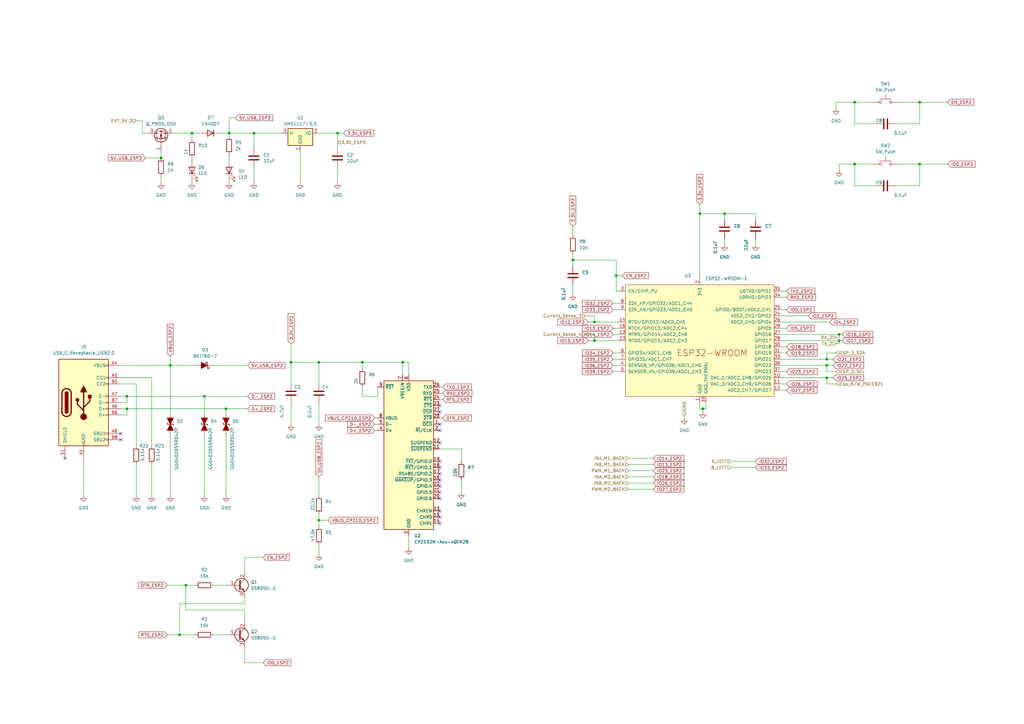
<source format=kicad_sch>
(kicad_sch (version 20230121) (generator eeschema)

  (uuid 9fb5b002-99a9-49a0-b5a3-1e9300d78c11)

  (paper "A3")

  (title_block
    (title "ESP32_2")
    (rev "1")
    (company "FRED")
  )

  (lib_symbols
    (symbol "Connector:USB_C_Receptacle_USB2.0" (pin_names (offset 1.016)) (in_bom yes) (on_board yes)
      (property "Reference" "J" (at -10.16 19.05 0)
        (effects (font (size 1.27 1.27)) (justify left))
      )
      (property "Value" "USB_C_Receptacle_USB2.0" (at 19.05 19.05 0)
        (effects (font (size 1.27 1.27)) (justify right))
      )
      (property "Footprint" "" (at 3.81 0 0)
        (effects (font (size 1.27 1.27)) hide)
      )
      (property "Datasheet" "https://www.usb.org/sites/default/files/documents/usb_type-c.zip" (at 3.81 0 0)
        (effects (font (size 1.27 1.27)) hide)
      )
      (property "ki_keywords" "usb universal serial bus type-C USB2.0" (at 0 0 0)
        (effects (font (size 1.27 1.27)) hide)
      )
      (property "ki_description" "USB 2.0-only Type-C Receptacle connector" (at 0 0 0)
        (effects (font (size 1.27 1.27)) hide)
      )
      (property "ki_fp_filters" "USB*C*Receptacle*" (at 0 0 0)
        (effects (font (size 1.27 1.27)) hide)
      )
      (symbol "USB_C_Receptacle_USB2.0_0_0"
        (rectangle (start -0.254 -17.78) (end 0.254 -16.764)
          (stroke (width 0) (type default))
          (fill (type none))
        )
        (rectangle (start 10.16 -14.986) (end 9.144 -15.494)
          (stroke (width 0) (type default))
          (fill (type none))
        )
        (rectangle (start 10.16 -12.446) (end 9.144 -12.954)
          (stroke (width 0) (type default))
          (fill (type none))
        )
        (rectangle (start 10.16 -4.826) (end 9.144 -5.334)
          (stroke (width 0) (type default))
          (fill (type none))
        )
        (rectangle (start 10.16 -2.286) (end 9.144 -2.794)
          (stroke (width 0) (type default))
          (fill (type none))
        )
        (rectangle (start 10.16 0.254) (end 9.144 -0.254)
          (stroke (width 0) (type default))
          (fill (type none))
        )
        (rectangle (start 10.16 2.794) (end 9.144 2.286)
          (stroke (width 0) (type default))
          (fill (type none))
        )
        (rectangle (start 10.16 7.874) (end 9.144 7.366)
          (stroke (width 0) (type default))
          (fill (type none))
        )
        (rectangle (start 10.16 10.414) (end 9.144 9.906)
          (stroke (width 0) (type default))
          (fill (type none))
        )
        (rectangle (start 10.16 15.494) (end 9.144 14.986)
          (stroke (width 0) (type default))
          (fill (type none))
        )
      )
      (symbol "USB_C_Receptacle_USB2.0_0_1"
        (rectangle (start -10.16 17.78) (end 10.16 -17.78)
          (stroke (width 0.254) (type default))
          (fill (type background))
        )
        (arc (start -8.89 -3.81) (mid -6.985 -5.7067) (end -5.08 -3.81)
          (stroke (width 0.508) (type default))
          (fill (type none))
        )
        (arc (start -7.62 -3.81) (mid -6.985 -4.4423) (end -6.35 -3.81)
          (stroke (width 0.254) (type default))
          (fill (type none))
        )
        (arc (start -7.62 -3.81) (mid -6.985 -4.4423) (end -6.35 -3.81)
          (stroke (width 0.254) (type default))
          (fill (type outline))
        )
        (rectangle (start -7.62 -3.81) (end -6.35 3.81)
          (stroke (width 0.254) (type default))
          (fill (type outline))
        )
        (arc (start -6.35 3.81) (mid -6.985 4.4423) (end -7.62 3.81)
          (stroke (width 0.254) (type default))
          (fill (type none))
        )
        (arc (start -6.35 3.81) (mid -6.985 4.4423) (end -7.62 3.81)
          (stroke (width 0.254) (type default))
          (fill (type outline))
        )
        (arc (start -5.08 3.81) (mid -6.985 5.7067) (end -8.89 3.81)
          (stroke (width 0.508) (type default))
          (fill (type none))
        )
        (circle (center -2.54 1.143) (radius 0.635)
          (stroke (width 0.254) (type default))
          (fill (type outline))
        )
        (circle (center 0 -5.842) (radius 1.27)
          (stroke (width 0) (type default))
          (fill (type outline))
        )
        (polyline
          (pts
            (xy -8.89 -3.81)
            (xy -8.89 3.81)
          )
          (stroke (width 0.508) (type default))
          (fill (type none))
        )
        (polyline
          (pts
            (xy -5.08 3.81)
            (xy -5.08 -3.81)
          )
          (stroke (width 0.508) (type default))
          (fill (type none))
        )
        (polyline
          (pts
            (xy 0 -5.842)
            (xy 0 4.318)
          )
          (stroke (width 0.508) (type default))
          (fill (type none))
        )
        (polyline
          (pts
            (xy 0 -3.302)
            (xy -2.54 -0.762)
            (xy -2.54 0.508)
          )
          (stroke (width 0.508) (type default))
          (fill (type none))
        )
        (polyline
          (pts
            (xy 0 -2.032)
            (xy 2.54 0.508)
            (xy 2.54 1.778)
          )
          (stroke (width 0.508) (type default))
          (fill (type none))
        )
        (polyline
          (pts
            (xy -1.27 4.318)
            (xy 0 6.858)
            (xy 1.27 4.318)
            (xy -1.27 4.318)
          )
          (stroke (width 0.254) (type default))
          (fill (type outline))
        )
        (rectangle (start 1.905 1.778) (end 3.175 3.048)
          (stroke (width 0.254) (type default))
          (fill (type outline))
        )
      )
      (symbol "USB_C_Receptacle_USB2.0_1_1"
        (pin passive line (at 0 -22.86 90) (length 5.08)
          (name "GND" (effects (font (size 1.27 1.27))))
          (number "A1" (effects (font (size 1.27 1.27))))
        )
        (pin passive line (at 0 -22.86 90) (length 5.08) hide
          (name "GND" (effects (font (size 1.27 1.27))))
          (number "A12" (effects (font (size 1.27 1.27))))
        )
        (pin passive line (at 15.24 15.24 180) (length 5.08)
          (name "VBUS" (effects (font (size 1.27 1.27))))
          (number "A4" (effects (font (size 1.27 1.27))))
        )
        (pin bidirectional line (at 15.24 10.16 180) (length 5.08)
          (name "CC1" (effects (font (size 1.27 1.27))))
          (number "A5" (effects (font (size 1.27 1.27))))
        )
        (pin bidirectional line (at 15.24 -2.54 180) (length 5.08)
          (name "D+" (effects (font (size 1.27 1.27))))
          (number "A6" (effects (font (size 1.27 1.27))))
        )
        (pin bidirectional line (at 15.24 2.54 180) (length 5.08)
          (name "D-" (effects (font (size 1.27 1.27))))
          (number "A7" (effects (font (size 1.27 1.27))))
        )
        (pin bidirectional line (at 15.24 -12.7 180) (length 5.08)
          (name "SBU1" (effects (font (size 1.27 1.27))))
          (number "A8" (effects (font (size 1.27 1.27))))
        )
        (pin passive line (at 15.24 15.24 180) (length 5.08) hide
          (name "VBUS" (effects (font (size 1.27 1.27))))
          (number "A9" (effects (font (size 1.27 1.27))))
        )
        (pin passive line (at 0 -22.86 90) (length 5.08) hide
          (name "GND" (effects (font (size 1.27 1.27))))
          (number "B1" (effects (font (size 1.27 1.27))))
        )
        (pin passive line (at 0 -22.86 90) (length 5.08) hide
          (name "GND" (effects (font (size 1.27 1.27))))
          (number "B12" (effects (font (size 1.27 1.27))))
        )
        (pin passive line (at 15.24 15.24 180) (length 5.08) hide
          (name "VBUS" (effects (font (size 1.27 1.27))))
          (number "B4" (effects (font (size 1.27 1.27))))
        )
        (pin bidirectional line (at 15.24 7.62 180) (length 5.08)
          (name "CC2" (effects (font (size 1.27 1.27))))
          (number "B5" (effects (font (size 1.27 1.27))))
        )
        (pin bidirectional line (at 15.24 -5.08 180) (length 5.08)
          (name "D+" (effects (font (size 1.27 1.27))))
          (number "B6" (effects (font (size 1.27 1.27))))
        )
        (pin bidirectional line (at 15.24 0 180) (length 5.08)
          (name "D-" (effects (font (size 1.27 1.27))))
          (number "B7" (effects (font (size 1.27 1.27))))
        )
        (pin bidirectional line (at 15.24 -15.24 180) (length 5.08)
          (name "SBU2" (effects (font (size 1.27 1.27))))
          (number "B8" (effects (font (size 1.27 1.27))))
        )
        (pin passive line (at 15.24 15.24 180) (length 5.08) hide
          (name "VBUS" (effects (font (size 1.27 1.27))))
          (number "B9" (effects (font (size 1.27 1.27))))
        )
        (pin passive line (at -7.62 -22.86 90) (length 5.08)
          (name "SHIELD" (effects (font (size 1.27 1.27))))
          (number "S1" (effects (font (size 1.27 1.27))))
        )
      )
    )
    (symbol "Device:C" (pin_numbers hide) (pin_names (offset 0.254)) (in_bom yes) (on_board yes)
      (property "Reference" "C" (at 0.635 2.54 0)
        (effects (font (size 1.27 1.27)) (justify left))
      )
      (property "Value" "C" (at 0.635 -2.54 0)
        (effects (font (size 1.27 1.27)) (justify left))
      )
      (property "Footprint" "" (at 0.9652 -3.81 0)
        (effects (font (size 1.27 1.27)) hide)
      )
      (property "Datasheet" "~" (at 0 0 0)
        (effects (font (size 1.27 1.27)) hide)
      )
      (property "ki_keywords" "cap capacitor" (at 0 0 0)
        (effects (font (size 1.27 1.27)) hide)
      )
      (property "ki_description" "Unpolarized capacitor" (at 0 0 0)
        (effects (font (size 1.27 1.27)) hide)
      )
      (property "ki_fp_filters" "C_*" (at 0 0 0)
        (effects (font (size 1.27 1.27)) hide)
      )
      (symbol "C_0_1"
        (polyline
          (pts
            (xy -2.032 -0.762)
            (xy 2.032 -0.762)
          )
          (stroke (width 0.508) (type default))
          (fill (type none))
        )
        (polyline
          (pts
            (xy -2.032 0.762)
            (xy 2.032 0.762)
          )
          (stroke (width 0.508) (type default))
          (fill (type none))
        )
      )
      (symbol "C_1_1"
        (pin passive line (at 0 3.81 270) (length 2.794)
          (name "~" (effects (font (size 1.27 1.27))))
          (number "1" (effects (font (size 1.27 1.27))))
        )
        (pin passive line (at 0 -3.81 90) (length 2.794)
          (name "~" (effects (font (size 1.27 1.27))))
          (number "2" (effects (font (size 1.27 1.27))))
        )
      )
    )
    (symbol "Device:D_Schottky_Filled" (pin_numbers hide) (pin_names (offset 1.016) hide) (in_bom yes) (on_board yes)
      (property "Reference" "D" (at 0 2.54 0)
        (effects (font (size 1.27 1.27)))
      )
      (property "Value" "D_Schottky_Filled" (at 0 -2.54 0)
        (effects (font (size 1.27 1.27)))
      )
      (property "Footprint" "" (at 0 0 0)
        (effects (font (size 1.27 1.27)) hide)
      )
      (property "Datasheet" "~" (at 0 0 0)
        (effects (font (size 1.27 1.27)) hide)
      )
      (property "ki_keywords" "diode Schottky" (at 0 0 0)
        (effects (font (size 1.27 1.27)) hide)
      )
      (property "ki_description" "Schottky diode, filled shape" (at 0 0 0)
        (effects (font (size 1.27 1.27)) hide)
      )
      (property "ki_fp_filters" "TO-???* *_Diode_* *SingleDiode* D_*" (at 0 0 0)
        (effects (font (size 1.27 1.27)) hide)
      )
      (symbol "D_Schottky_Filled_0_1"
        (polyline
          (pts
            (xy 1.27 0)
            (xy -1.27 0)
          )
          (stroke (width 0) (type default))
          (fill (type none))
        )
        (polyline
          (pts
            (xy 1.27 1.27)
            (xy 1.27 -1.27)
            (xy -1.27 0)
            (xy 1.27 1.27)
          )
          (stroke (width 0.254) (type default))
          (fill (type outline))
        )
        (polyline
          (pts
            (xy -1.905 0.635)
            (xy -1.905 1.27)
            (xy -1.27 1.27)
            (xy -1.27 -1.27)
            (xy -0.635 -1.27)
            (xy -0.635 -0.635)
          )
          (stroke (width 0.254) (type default))
          (fill (type none))
        )
      )
      (symbol "D_Schottky_Filled_1_1"
        (pin passive line (at -3.81 0 0) (length 2.54)
          (name "K" (effects (font (size 1.27 1.27))))
          (number "1" (effects (font (size 1.27 1.27))))
        )
        (pin passive line (at 3.81 0 180) (length 2.54)
          (name "A" (effects (font (size 1.27 1.27))))
          (number "2" (effects (font (size 1.27 1.27))))
        )
      )
    )
    (symbol "Device:D_TVS_Filled" (pin_numbers hide) (pin_names (offset 1.016) hide) (in_bom yes) (on_board yes)
      (property "Reference" "D" (at 0 2.54 0)
        (effects (font (size 1.27 1.27)))
      )
      (property "Value" "D_TVS_Filled" (at 0 -2.54 0)
        (effects (font (size 1.27 1.27)))
      )
      (property "Footprint" "" (at 0 0 0)
        (effects (font (size 1.27 1.27)) hide)
      )
      (property "Datasheet" "~" (at 0 0 0)
        (effects (font (size 1.27 1.27)) hide)
      )
      (property "ki_keywords" "diode TVS thyrector" (at 0 0 0)
        (effects (font (size 1.27 1.27)) hide)
      )
      (property "ki_description" "Bidirectional transient-voltage-suppression diode, filled shape" (at 0 0 0)
        (effects (font (size 1.27 1.27)) hide)
      )
      (property "ki_fp_filters" "TO-???* *_Diode_* *SingleDiode* D_*" (at 0 0 0)
        (effects (font (size 1.27 1.27)) hide)
      )
      (symbol "D_TVS_Filled_0_1"
        (polyline
          (pts
            (xy 1.27 0)
            (xy -1.27 0)
          )
          (stroke (width 0) (type default))
          (fill (type none))
        )
        (polyline
          (pts
            (xy -2.54 -1.27)
            (xy 0 0)
            (xy -2.54 1.27)
            (xy -2.54 -1.27)
          )
          (stroke (width 0.254) (type default))
          (fill (type outline))
        )
        (polyline
          (pts
            (xy 0.508 1.27)
            (xy 0 1.27)
            (xy 0 -1.27)
            (xy -0.508 -1.27)
          )
          (stroke (width 0.254) (type default))
          (fill (type none))
        )
        (polyline
          (pts
            (xy 2.54 1.27)
            (xy 2.54 -1.27)
            (xy 0 0)
            (xy 2.54 1.27)
          )
          (stroke (width 0.254) (type default))
          (fill (type outline))
        )
      )
      (symbol "D_TVS_Filled_1_1"
        (pin passive line (at -3.81 0 0) (length 2.54)
          (name "A1" (effects (font (size 1.27 1.27))))
          (number "1" (effects (font (size 1.27 1.27))))
        )
        (pin passive line (at 3.81 0 180) (length 2.54)
          (name "A2" (effects (font (size 1.27 1.27))))
          (number "2" (effects (font (size 1.27 1.27))))
        )
      )
    )
    (symbol "Device:LED" (pin_numbers hide) (pin_names (offset 1.016) hide) (in_bom yes) (on_board yes)
      (property "Reference" "D" (at 0 2.54 0)
        (effects (font (size 1.27 1.27)))
      )
      (property "Value" "LED" (at 0 -2.54 0)
        (effects (font (size 1.27 1.27)))
      )
      (property "Footprint" "" (at 0 0 0)
        (effects (font (size 1.27 1.27)) hide)
      )
      (property "Datasheet" "~" (at 0 0 0)
        (effects (font (size 1.27 1.27)) hide)
      )
      (property "ki_keywords" "LED diode" (at 0 0 0)
        (effects (font (size 1.27 1.27)) hide)
      )
      (property "ki_description" "Light emitting diode" (at 0 0 0)
        (effects (font (size 1.27 1.27)) hide)
      )
      (property "ki_fp_filters" "LED* LED_SMD:* LED_THT:*" (at 0 0 0)
        (effects (font (size 1.27 1.27)) hide)
      )
      (symbol "LED_0_1"
        (polyline
          (pts
            (xy -1.27 -1.27)
            (xy -1.27 1.27)
          )
          (stroke (width 0.254) (type default))
          (fill (type none))
        )
        (polyline
          (pts
            (xy -1.27 0)
            (xy 1.27 0)
          )
          (stroke (width 0) (type default))
          (fill (type none))
        )
        (polyline
          (pts
            (xy 1.27 -1.27)
            (xy 1.27 1.27)
            (xy -1.27 0)
            (xy 1.27 -1.27)
          )
          (stroke (width 0.254) (type default))
          (fill (type none))
        )
        (polyline
          (pts
            (xy -3.048 -0.762)
            (xy -4.572 -2.286)
            (xy -3.81 -2.286)
            (xy -4.572 -2.286)
            (xy -4.572 -1.524)
          )
          (stroke (width 0) (type default))
          (fill (type none))
        )
        (polyline
          (pts
            (xy -1.778 -0.762)
            (xy -3.302 -2.286)
            (xy -2.54 -2.286)
            (xy -3.302 -2.286)
            (xy -3.302 -1.524)
          )
          (stroke (width 0) (type default))
          (fill (type none))
        )
      )
      (symbol "LED_1_1"
        (pin passive line (at -3.81 0 0) (length 2.54)
          (name "K" (effects (font (size 1.27 1.27))))
          (number "1" (effects (font (size 1.27 1.27))))
        )
        (pin passive line (at 3.81 0 180) (length 2.54)
          (name "A" (effects (font (size 1.27 1.27))))
          (number "2" (effects (font (size 1.27 1.27))))
        )
      )
    )
    (symbol "Device:Q_PMOS_GSD" (pin_names (offset 0) hide) (in_bom yes) (on_board yes)
      (property "Reference" "Q" (at 5.08 1.27 0)
        (effects (font (size 1.27 1.27)) (justify left))
      )
      (property "Value" "Q_PMOS_GSD" (at 5.08 -1.27 0)
        (effects (font (size 1.27 1.27)) (justify left))
      )
      (property "Footprint" "" (at 5.08 2.54 0)
        (effects (font (size 1.27 1.27)) hide)
      )
      (property "Datasheet" "~" (at 0 0 0)
        (effects (font (size 1.27 1.27)) hide)
      )
      (property "ki_keywords" "transistor PMOS P-MOS P-MOSFET" (at 0 0 0)
        (effects (font (size 1.27 1.27)) hide)
      )
      (property "ki_description" "P-MOSFET transistor, gate/source/drain" (at 0 0 0)
        (effects (font (size 1.27 1.27)) hide)
      )
      (symbol "Q_PMOS_GSD_0_1"
        (polyline
          (pts
            (xy 0.254 0)
            (xy -2.54 0)
          )
          (stroke (width 0) (type default))
          (fill (type none))
        )
        (polyline
          (pts
            (xy 0.254 1.905)
            (xy 0.254 -1.905)
          )
          (stroke (width 0.254) (type default))
          (fill (type none))
        )
        (polyline
          (pts
            (xy 0.762 -1.27)
            (xy 0.762 -2.286)
          )
          (stroke (width 0.254) (type default))
          (fill (type none))
        )
        (polyline
          (pts
            (xy 0.762 0.508)
            (xy 0.762 -0.508)
          )
          (stroke (width 0.254) (type default))
          (fill (type none))
        )
        (polyline
          (pts
            (xy 0.762 2.286)
            (xy 0.762 1.27)
          )
          (stroke (width 0.254) (type default))
          (fill (type none))
        )
        (polyline
          (pts
            (xy 2.54 2.54)
            (xy 2.54 1.778)
          )
          (stroke (width 0) (type default))
          (fill (type none))
        )
        (polyline
          (pts
            (xy 2.54 -2.54)
            (xy 2.54 0)
            (xy 0.762 0)
          )
          (stroke (width 0) (type default))
          (fill (type none))
        )
        (polyline
          (pts
            (xy 0.762 1.778)
            (xy 3.302 1.778)
            (xy 3.302 -1.778)
            (xy 0.762 -1.778)
          )
          (stroke (width 0) (type default))
          (fill (type none))
        )
        (polyline
          (pts
            (xy 2.286 0)
            (xy 1.27 0.381)
            (xy 1.27 -0.381)
            (xy 2.286 0)
          )
          (stroke (width 0) (type default))
          (fill (type outline))
        )
        (polyline
          (pts
            (xy 2.794 -0.508)
            (xy 2.921 -0.381)
            (xy 3.683 -0.381)
            (xy 3.81 -0.254)
          )
          (stroke (width 0) (type default))
          (fill (type none))
        )
        (polyline
          (pts
            (xy 3.302 -0.381)
            (xy 2.921 0.254)
            (xy 3.683 0.254)
            (xy 3.302 -0.381)
          )
          (stroke (width 0) (type default))
          (fill (type none))
        )
        (circle (center 1.651 0) (radius 2.794)
          (stroke (width 0.254) (type default))
          (fill (type none))
        )
        (circle (center 2.54 -1.778) (radius 0.254)
          (stroke (width 0) (type default))
          (fill (type outline))
        )
        (circle (center 2.54 1.778) (radius 0.254)
          (stroke (width 0) (type default))
          (fill (type outline))
        )
      )
      (symbol "Q_PMOS_GSD_1_1"
        (pin input line (at -5.08 0 0) (length 2.54)
          (name "G" (effects (font (size 1.27 1.27))))
          (number "1" (effects (font (size 1.27 1.27))))
        )
        (pin passive line (at 2.54 -5.08 90) (length 2.54)
          (name "S" (effects (font (size 1.27 1.27))))
          (number "2" (effects (font (size 1.27 1.27))))
        )
        (pin passive line (at 2.54 5.08 270) (length 2.54)
          (name "D" (effects (font (size 1.27 1.27))))
          (number "3" (effects (font (size 1.27 1.27))))
        )
      )
    )
    (symbol "Device:R" (pin_numbers hide) (pin_names (offset 0)) (in_bom yes) (on_board yes)
      (property "Reference" "R" (at 2.032 0 90)
        (effects (font (size 1.27 1.27)))
      )
      (property "Value" "R" (at 0 0 90)
        (effects (font (size 1.27 1.27)))
      )
      (property "Footprint" "" (at -1.778 0 90)
        (effects (font (size 1.27 1.27)) hide)
      )
      (property "Datasheet" "~" (at 0 0 0)
        (effects (font (size 1.27 1.27)) hide)
      )
      (property "ki_keywords" "R res resistor" (at 0 0 0)
        (effects (font (size 1.27 1.27)) hide)
      )
      (property "ki_description" "Resistor" (at 0 0 0)
        (effects (font (size 1.27 1.27)) hide)
      )
      (property "ki_fp_filters" "R_*" (at 0 0 0)
        (effects (font (size 1.27 1.27)) hide)
      )
      (symbol "R_0_1"
        (rectangle (start -1.016 -2.54) (end 1.016 2.54)
          (stroke (width 0.254) (type default))
          (fill (type none))
        )
      )
      (symbol "R_1_1"
        (pin passive line (at 0 3.81 270) (length 1.27)
          (name "~" (effects (font (size 1.27 1.27))))
          (number "1" (effects (font (size 1.27 1.27))))
        )
        (pin passive line (at 0 -3.81 90) (length 1.27)
          (name "~" (effects (font (size 1.27 1.27))))
          (number "2" (effects (font (size 1.27 1.27))))
        )
      )
    )
    (symbol "Diode:1N4007" (pin_numbers hide) (pin_names hide) (in_bom yes) (on_board yes)
      (property "Reference" "D" (at 0 2.54 0)
        (effects (font (size 1.27 1.27)))
      )
      (property "Value" "1N4007" (at 0 -2.54 0)
        (effects (font (size 1.27 1.27)))
      )
      (property "Footprint" "Diode_THT:D_DO-41_SOD81_P10.16mm_Horizontal" (at 0 -4.445 0)
        (effects (font (size 1.27 1.27)) hide)
      )
      (property "Datasheet" "http://www.vishay.com/docs/88503/1n4001.pdf" (at 0 0 0)
        (effects (font (size 1.27 1.27)) hide)
      )
      (property "Sim.Device" "D" (at 0 0 0)
        (effects (font (size 1.27 1.27)) hide)
      )
      (property "Sim.Pins" "1=K 2=A" (at 0 0 0)
        (effects (font (size 1.27 1.27)) hide)
      )
      (property "ki_keywords" "diode" (at 0 0 0)
        (effects (font (size 1.27 1.27)) hide)
      )
      (property "ki_description" "1000V 1A General Purpose Rectifier Diode, DO-41" (at 0 0 0)
        (effects (font (size 1.27 1.27)) hide)
      )
      (property "ki_fp_filters" "D*DO?41*" (at 0 0 0)
        (effects (font (size 1.27 1.27)) hide)
      )
      (symbol "1N4007_0_1"
        (polyline
          (pts
            (xy -1.27 1.27)
            (xy -1.27 -1.27)
          )
          (stroke (width 0.254) (type default))
          (fill (type none))
        )
        (polyline
          (pts
            (xy 1.27 0)
            (xy -1.27 0)
          )
          (stroke (width 0) (type default))
          (fill (type none))
        )
        (polyline
          (pts
            (xy 1.27 1.27)
            (xy 1.27 -1.27)
            (xy -1.27 0)
            (xy 1.27 1.27)
          )
          (stroke (width 0.254) (type default))
          (fill (type none))
        )
      )
      (symbol "1N4007_1_1"
        (pin passive line (at -3.81 0 0) (length 2.54)
          (name "K" (effects (font (size 1.27 1.27))))
          (number "1" (effects (font (size 1.27 1.27))))
        )
        (pin passive line (at 3.81 0 180) (length 2.54)
          (name "A" (effects (font (size 1.27 1.27))))
          (number "2" (effects (font (size 1.27 1.27))))
        )
      )
    )
    (symbol "Interface_USB:CP2102N-Axx-xQFN28" (in_bom yes) (on_board yes)
      (property "Reference" "U" (at -8.89 31.75 0)
        (effects (font (size 1.27 1.27)))
      )
      (property "Value" "CP2102N-Axx-xQFN28" (at 12.7 31.75 0)
        (effects (font (size 1.27 1.27)))
      )
      (property "Footprint" "Package_DFN_QFN:QFN-28-1EP_5x5mm_P0.5mm_EP3.35x3.35mm" (at 33.02 -31.75 0)
        (effects (font (size 1.27 1.27)) hide)
      )
      (property "Datasheet" "https://www.silabs.com/documents/public/data-sheets/cp2102n-datasheet.pdf" (at 1.27 -19.05 0)
        (effects (font (size 1.27 1.27)) hide)
      )
      (property "ki_keywords" "USB UART bridge" (at 0 0 0)
        (effects (font (size 1.27 1.27)) hide)
      )
      (property "ki_description" "USB to UART master bridge, QFN-28" (at 0 0 0)
        (effects (font (size 1.27 1.27)) hide)
      )
      (property "ki_fp_filters" "QFN*1EP*5x5mm*P0.5mm*" (at 0 0 0)
        (effects (font (size 1.27 1.27)) hide)
      )
      (symbol "CP2102N-Axx-xQFN28_0_1"
        (rectangle (start -10.16 30.48) (end 10.16 -30.48)
          (stroke (width 0.254) (type default))
          (fill (type background))
        )
      )
      (symbol "CP2102N-Axx-xQFN28_1_1"
        (pin input line (at 12.7 12.7 180) (length 2.54)
          (name "~{DCD}" (effects (font (size 1.27 1.27))))
          (number "1" (effects (font (size 1.27 1.27))))
        )
        (pin no_connect line (at -10.16 -27.94 0) (length 2.54) hide
          (name "NC" (effects (font (size 1.27 1.27))))
          (number "10" (effects (font (size 1.27 1.27))))
        )
        (pin output line (at 12.7 2.54 180) (length 2.54)
          (name "~{SUSPEND}" (effects (font (size 1.27 1.27))))
          (number "11" (effects (font (size 1.27 1.27))))
        )
        (pin output line (at 12.7 5.08 180) (length 2.54)
          (name "SUSPEND" (effects (font (size 1.27 1.27))))
          (number "12" (effects (font (size 1.27 1.27))))
        )
        (pin output line (at 12.7 -22.86 180) (length 2.54)
          (name "CHREN" (effects (font (size 1.27 1.27))))
          (number "13" (effects (font (size 1.27 1.27))))
        )
        (pin output line (at 12.7 -27.94 180) (length 2.54)
          (name "CHR1" (effects (font (size 1.27 1.27))))
          (number "14" (effects (font (size 1.27 1.27))))
        )
        (pin output line (at 12.7 -25.4 180) (length 2.54)
          (name "CHR0" (effects (font (size 1.27 1.27))))
          (number "15" (effects (font (size 1.27 1.27))))
        )
        (pin bidirectional line (at 12.7 -10.16 180) (length 2.54)
          (name "~{WAKEUP}/GPIO.3" (effects (font (size 1.27 1.27))))
          (number "16" (effects (font (size 1.27 1.27))))
        )
        (pin bidirectional line (at 12.7 -7.62 180) (length 2.54)
          (name "RS485/GPIO.2" (effects (font (size 1.27 1.27))))
          (number "17" (effects (font (size 1.27 1.27))))
        )
        (pin bidirectional line (at 12.7 -5.08 180) (length 2.54)
          (name "~{RXT}/GPIO.1" (effects (font (size 1.27 1.27))))
          (number "18" (effects (font (size 1.27 1.27))))
        )
        (pin bidirectional line (at 12.7 -2.54 180) (length 2.54)
          (name "~{TXT}/GPIO.0" (effects (font (size 1.27 1.27))))
          (number "19" (effects (font (size 1.27 1.27))))
        )
        (pin bidirectional line (at 12.7 10.16 180) (length 2.54)
          (name "~{RI}/CLK" (effects (font (size 1.27 1.27))))
          (number "2" (effects (font (size 1.27 1.27))))
        )
        (pin bidirectional line (at 12.7 -17.78 180) (length 2.54)
          (name "GPIO.6" (effects (font (size 1.27 1.27))))
          (number "20" (effects (font (size 1.27 1.27))))
        )
        (pin bidirectional line (at 12.7 -15.24 180) (length 2.54)
          (name "GPIO.5" (effects (font (size 1.27 1.27))))
          (number "21" (effects (font (size 1.27 1.27))))
        )
        (pin bidirectional line (at 12.7 -12.7 180) (length 2.54)
          (name "GPIO.4" (effects (font (size 1.27 1.27))))
          (number "22" (effects (font (size 1.27 1.27))))
        )
        (pin input line (at 12.7 20.32 180) (length 2.54)
          (name "~{CTS}" (effects (font (size 1.27 1.27))))
          (number "23" (effects (font (size 1.27 1.27))))
        )
        (pin output line (at 12.7 22.86 180) (length 2.54)
          (name "~{RTS}" (effects (font (size 1.27 1.27))))
          (number "24" (effects (font (size 1.27 1.27))))
        )
        (pin input line (at 12.7 25.4 180) (length 2.54)
          (name "RXD" (effects (font (size 1.27 1.27))))
          (number "25" (effects (font (size 1.27 1.27))))
        )
        (pin output line (at 12.7 27.94 180) (length 2.54)
          (name "TXD" (effects (font (size 1.27 1.27))))
          (number "26" (effects (font (size 1.27 1.27))))
        )
        (pin input line (at 12.7 17.78 180) (length 2.54)
          (name "~{DSR}" (effects (font (size 1.27 1.27))))
          (number "27" (effects (font (size 1.27 1.27))))
        )
        (pin output line (at 12.7 15.24 180) (length 2.54)
          (name "~{DTR}" (effects (font (size 1.27 1.27))))
          (number "28" (effects (font (size 1.27 1.27))))
        )
        (pin passive line (at 0 -33.02 90) (length 2.54) hide
          (name "GND" (effects (font (size 1.27 1.27))))
          (number "29" (effects (font (size 1.27 1.27))))
        )
        (pin power_in line (at 0 -33.02 90) (length 2.54)
          (name "GND" (effects (font (size 1.27 1.27))))
          (number "3" (effects (font (size 1.27 1.27))))
        )
        (pin bidirectional line (at -12.7 10.16 0) (length 2.54)
          (name "D+" (effects (font (size 1.27 1.27))))
          (number "4" (effects (font (size 1.27 1.27))))
        )
        (pin bidirectional line (at -12.7 12.7 0) (length 2.54)
          (name "D-" (effects (font (size 1.27 1.27))))
          (number "5" (effects (font (size 1.27 1.27))))
        )
        (pin power_in line (at 0 33.02 270) (length 2.54)
          (name "VDD" (effects (font (size 1.27 1.27))))
          (number "6" (effects (font (size 1.27 1.27))))
        )
        (pin power_in line (at -2.54 33.02 270) (length 2.54)
          (name "VREGIN" (effects (font (size 1.27 1.27))))
          (number "7" (effects (font (size 1.27 1.27))))
        )
        (pin input line (at -12.7 15.24 0) (length 2.54)
          (name "VBUS" (effects (font (size 1.27 1.27))))
          (number "8" (effects (font (size 1.27 1.27))))
        )
        (pin input line (at -12.7 27.94 0) (length 2.54)
          (name "~{RST}" (effects (font (size 1.27 1.27))))
          (number "9" (effects (font (size 1.27 1.27))))
        )
      )
    )
    (symbol "PCM_Espressif:ESP32-WROOM-E" (pin_names (offset 1.016)) (in_bom yes) (on_board yes)
      (property "Reference" "U" (at -30.48 27.94 0)
        (effects (font (size 1.27 1.27)) (justify left))
      )
      (property "Value" "ESP32-WROOM-E" (at -30.48 25.4 0)
        (effects (font (size 1.27 1.27)) (justify left))
      )
      (property "Footprint" "PCM_Espressif:ESP32-WROOM-32E" (at 0 -35.56 0)
        (effects (font (size 1.27 1.27)) hide)
      )
      (property "Datasheet" "https://www.espressif.com/sites/default/files/documentation/esp32-wroom-32e_esp32-wroom-32ue_datasheet_en.pdf" (at 0 -38.1 0)
        (effects (font (size 1.27 1.27)) hide)
      )
      (property "ki_keywords" "ESP32" (at 0 0 0)
        (effects (font (size 1.27 1.27)) hide)
      )
      (property "ki_description" "ESP32-WROOM-32E integrates ESP32-D0WD-V3, with higher stability and safety performance." (at 0 0 0)
        (effects (font (size 1.27 1.27)) hide)
      )
      (symbol "ESP32-WROOM-E_0_1"
        (rectangle (start -30.48 22.86) (end 30.48 -22.86)
          (stroke (width 0) (type default))
          (fill (type background))
        )
      )
      (symbol "ESP32-WROOM-E_1_1"
        (text "ESP32-­WROOM­" (at 5.08 -5.08 0)
          (effects (font (size 2.54 2.54)))
        )
        (pin power_in line (at 0 -25.4 90) (length 2.54)
          (name "GND" (effects (font (size 1.27 1.27))))
          (number "1" (effects (font (size 1.27 1.27))))
        )
        (pin bidirectional line (at 33.02 -15.24 180) (length 2.54)
          (name "DAC_1/ADC2_CH8/GPIO25" (effects (font (size 1.27 1.27))))
          (number "10" (effects (font (size 1.27 1.27))))
        )
        (pin bidirectional line (at 33.02 -17.78 180) (length 2.54)
          (name "DAC_2/ADC2_CH9/GPIO26" (effects (font (size 1.27 1.27))))
          (number "11" (effects (font (size 1.27 1.27))))
        )
        (pin bidirectional line (at 33.02 -20.32 180) (length 2.54)
          (name "ADC2_CH7/GPIO27" (effects (font (size 1.27 1.27))))
          (number "12" (effects (font (size 1.27 1.27))))
        )
        (pin bidirectional line (at -33.02 2.54 0) (length 2.54)
          (name "MTMS/GPIO14/ADC2_CH6" (effects (font (size 1.27 1.27))))
          (number "13" (effects (font (size 1.27 1.27))))
        )
        (pin bidirectional line (at -33.02 7.62 0) (length 2.54)
          (name "MTDI/GPIO12/ADC2_CH5" (effects (font (size 1.27 1.27))))
          (number "14" (effects (font (size 1.27 1.27))))
        )
        (pin passive line (at 0 -25.4 90) (length 2.54) hide
          (name "GND" (effects (font (size 1.27 1.27))))
          (number "15" (effects (font (size 1.27 1.27))))
        )
        (pin bidirectional line (at -33.02 5.08 0) (length 2.54)
          (name "MTCK/GPIO13/ADC2_CH4" (effects (font (size 1.27 1.27))))
          (number "16" (effects (font (size 1.27 1.27))))
        )
        (pin power_in line (at 0 25.4 270) (length 2.54)
          (name "3V3" (effects (font (size 1.27 1.27))))
          (number "2" (effects (font (size 1.27 1.27))))
        )
        (pin bidirectional line (at -33.02 0 0) (length 2.54)
          (name "MTDO/GPIO15/ADC2_CH3" (effects (font (size 1.27 1.27))))
          (number "23" (effects (font (size 1.27 1.27))))
        )
        (pin bidirectional line (at 33.02 10.16 180) (length 2.54)
          (name "ADC2_CH2/GPIO2" (effects (font (size 1.27 1.27))))
          (number "24" (effects (font (size 1.27 1.27))))
        )
        (pin bidirectional line (at 33.02 12.7 180) (length 2.54)
          (name "GPIO0/BOOT/ADC2_CH1" (effects (font (size 1.27 1.27))))
          (number "25" (effects (font (size 1.27 1.27))))
        )
        (pin bidirectional line (at 33.02 7.62 180) (length 2.54)
          (name "ADC2_CH0/GPIO4" (effects (font (size 1.27 1.27))))
          (number "26" (effects (font (size 1.27 1.27))))
        )
        (pin bidirectional line (at 33.02 2.54 180) (length 2.54)
          (name "GPIO16" (effects (font (size 1.27 1.27))))
          (number "27" (effects (font (size 1.27 1.27))))
        )
        (pin bidirectional line (at 33.02 0 180) (length 2.54)
          (name "GPIO17" (effects (font (size 1.27 1.27))))
          (number "28" (effects (font (size 1.27 1.27))))
        )
        (pin bidirectional line (at 33.02 5.08 180) (length 2.54)
          (name "GPIO5" (effects (font (size 1.27 1.27))))
          (number "29" (effects (font (size 1.27 1.27))))
        )
        (pin input line (at -33.02 20.32 0) (length 2.54)
          (name "EN/CHIP_PU" (effects (font (size 1.27 1.27))))
          (number "3" (effects (font (size 1.27 1.27))))
        )
        (pin bidirectional line (at 33.02 -2.54 180) (length 2.54)
          (name "GPIO18" (effects (font (size 1.27 1.27))))
          (number "30" (effects (font (size 1.27 1.27))))
        )
        (pin bidirectional line (at 33.02 -5.08 180) (length 2.54)
          (name "GPIO19" (effects (font (size 1.27 1.27))))
          (number "31" (effects (font (size 1.27 1.27))))
        )
        (pin bidirectional line (at 33.02 -7.62 180) (length 2.54)
          (name "GPIO21" (effects (font (size 1.27 1.27))))
          (number "33" (effects (font (size 1.27 1.27))))
        )
        (pin bidirectional line (at 33.02 17.78 180) (length 2.54)
          (name "U0RXD/GPIO3" (effects (font (size 1.27 1.27))))
          (number "34" (effects (font (size 1.27 1.27))))
        )
        (pin bidirectional line (at 33.02 20.32 180) (length 2.54)
          (name "U0TXD/GPIO1" (effects (font (size 1.27 1.27))))
          (number "35" (effects (font (size 1.27 1.27))))
        )
        (pin bidirectional line (at 33.02 -10.16 180) (length 2.54)
          (name "GPIO22" (effects (font (size 1.27 1.27))))
          (number "36" (effects (font (size 1.27 1.27))))
        )
        (pin bidirectional line (at 33.02 -12.7 180) (length 2.54)
          (name "GPIO23" (effects (font (size 1.27 1.27))))
          (number "37" (effects (font (size 1.27 1.27))))
        )
        (pin passive line (at 0 -25.4 90) (length 2.54) hide
          (name "GND" (effects (font (size 1.27 1.27))))
          (number "38" (effects (font (size 1.27 1.27))))
        )
        (pin power_in line (at 2.54 -25.4 90) (length 2.54)
          (name "GND_THERMAL" (effects (font (size 1.27 1.27))))
          (number "39" (effects (font (size 1.27 1.27))))
        )
        (pin input line (at -33.02 -10.16 0) (length 2.54)
          (name "SENSOR_VP/GPIO36/ADC1_CH0" (effects (font (size 1.27 1.27))))
          (number "4" (effects (font (size 1.27 1.27))))
        )
        (pin input line (at -33.02 -12.7 0) (length 2.54)
          (name "SENSOR_VN/GPIO39/ADC1_CH3" (effects (font (size 1.27 1.27))))
          (number "5" (effects (font (size 1.27 1.27))))
        )
        (pin input line (at -33.02 -5.08 0) (length 2.54)
          (name "GPIO34/ADC1_CH6" (effects (font (size 1.27 1.27))))
          (number "6" (effects (font (size 1.27 1.27))))
        )
        (pin input line (at -33.02 -7.62 0) (length 2.54)
          (name "GPIO35/ADC1_CH7" (effects (font (size 1.27 1.27))))
          (number "7" (effects (font (size 1.27 1.27))))
        )
        (pin bidirectional line (at -33.02 15.24 0) (length 2.54)
          (name "32K_XP/GPIO32/ADC1_CH4" (effects (font (size 1.27 1.27))))
          (number "8" (effects (font (size 1.27 1.27))))
        )
        (pin bidirectional line (at -33.02 12.7 0) (length 2.54)
          (name "32K_XN/GPIO33/ADC1_CH5" (effects (font (size 1.27 1.27))))
          (number "9" (effects (font (size 1.27 1.27))))
        )
      )
    )
    (symbol "Regulator_Linear:AMS1117-3.3" (in_bom yes) (on_board yes)
      (property "Reference" "U" (at -3.81 3.175 0)
        (effects (font (size 1.27 1.27)))
      )
      (property "Value" "AMS1117-3.3" (at 0 3.175 0)
        (effects (font (size 1.27 1.27)) (justify left))
      )
      (property "Footprint" "Package_TO_SOT_SMD:SOT-223-3_TabPin2" (at 0 5.08 0)
        (effects (font (size 1.27 1.27)) hide)
      )
      (property "Datasheet" "http://www.advanced-monolithic.com/pdf/ds1117.pdf" (at 2.54 -6.35 0)
        (effects (font (size 1.27 1.27)) hide)
      )
      (property "ki_keywords" "linear regulator ldo fixed positive" (at 0 0 0)
        (effects (font (size 1.27 1.27)) hide)
      )
      (property "ki_description" "1A Low Dropout regulator, positive, 3.3V fixed output, SOT-223" (at 0 0 0)
        (effects (font (size 1.27 1.27)) hide)
      )
      (property "ki_fp_filters" "SOT?223*TabPin2*" (at 0 0 0)
        (effects (font (size 1.27 1.27)) hide)
      )
      (symbol "AMS1117-3.3_0_1"
        (rectangle (start -5.08 -5.08) (end 5.08 1.905)
          (stroke (width 0.254) (type default))
          (fill (type background))
        )
      )
      (symbol "AMS1117-3.3_1_1"
        (pin power_in line (at 0 -7.62 90) (length 2.54)
          (name "GND" (effects (font (size 1.27 1.27))))
          (number "1" (effects (font (size 1.27 1.27))))
        )
        (pin power_out line (at 7.62 0 180) (length 2.54)
          (name "VO" (effects (font (size 1.27 1.27))))
          (number "2" (effects (font (size 1.27 1.27))))
        )
        (pin power_in line (at -7.62 0 0) (length 2.54)
          (name "VI" (effects (font (size 1.27 1.27))))
          (number "3" (effects (font (size 1.27 1.27))))
        )
      )
    )
    (symbol "Switch:SW_Push" (pin_numbers hide) (pin_names (offset 1.016) hide) (in_bom yes) (on_board yes)
      (property "Reference" "SW" (at 1.27 2.54 0)
        (effects (font (size 1.27 1.27)) (justify left))
      )
      (property "Value" "SW_Push" (at 0 -1.524 0)
        (effects (font (size 1.27 1.27)))
      )
      (property "Footprint" "" (at 0 5.08 0)
        (effects (font (size 1.27 1.27)) hide)
      )
      (property "Datasheet" "~" (at 0 5.08 0)
        (effects (font (size 1.27 1.27)) hide)
      )
      (property "ki_keywords" "switch normally-open pushbutton push-button" (at 0 0 0)
        (effects (font (size 1.27 1.27)) hide)
      )
      (property "ki_description" "Push button switch, generic, two pins" (at 0 0 0)
        (effects (font (size 1.27 1.27)) hide)
      )
      (symbol "SW_Push_0_1"
        (circle (center -2.032 0) (radius 0.508)
          (stroke (width 0) (type default))
          (fill (type none))
        )
        (polyline
          (pts
            (xy 0 1.27)
            (xy 0 3.048)
          )
          (stroke (width 0) (type default))
          (fill (type none))
        )
        (polyline
          (pts
            (xy 2.54 1.27)
            (xy -2.54 1.27)
          )
          (stroke (width 0) (type default))
          (fill (type none))
        )
        (circle (center 2.032 0) (radius 0.508)
          (stroke (width 0) (type default))
          (fill (type none))
        )
        (pin passive line (at -5.08 0 0) (length 2.54)
          (name "1" (effects (font (size 1.27 1.27))))
          (number "1" (effects (font (size 1.27 1.27))))
        )
        (pin passive line (at 5.08 0 180) (length 2.54)
          (name "2" (effects (font (size 1.27 1.27))))
          (number "2" (effects (font (size 1.27 1.27))))
        )
      )
    )
    (symbol "Transistor_BJT:2SD1047" (pin_names (offset 0) hide) (in_bom yes) (on_board yes)
      (property "Reference" "Q" (at 6.35 1.905 0)
        (effects (font (size 1.27 1.27)) (justify left))
      )
      (property "Value" "2SD1047" (at 6.35 0 0)
        (effects (font (size 1.27 1.27)) (justify left))
      )
      (property "Footprint" "Package_TO_SOT_THT:TO-3PB-3_Vertical" (at 6.35 -1.905 0)
        (effects (font (size 1.27 1.27) italic) (justify left) hide)
      )
      (property "Datasheet" "http://www.st.com/resource/en/datasheet/2sd1047.pdf" (at 0 0 0)
        (effects (font (size 1.27 1.27)) (justify left) hide)
      )
      (property "ki_keywords" "Power NPN Transistor" (at 0 0 0)
        (effects (font (size 1.27 1.27)) hide)
      )
      (property "ki_description" "12A Ic, 140V Vce, Silicon Power NPN Transistors, TO-3PB" (at 0 0 0)
        (effects (font (size 1.27 1.27)) hide)
      )
      (property "ki_fp_filters" "TO?3PB*" (at 0 0 0)
        (effects (font (size 1.27 1.27)) hide)
      )
      (symbol "2SD1047_0_1"
        (polyline
          (pts
            (xy 0 0)
            (xy 0.762 0)
          )
          (stroke (width 0) (type default))
          (fill (type none))
        )
        (polyline
          (pts
            (xy 0.635 0.635)
            (xy 2.54 2.54)
          )
          (stroke (width 0) (type default))
          (fill (type none))
        )
        (polyline
          (pts
            (xy 0.635 -0.635)
            (xy 2.54 -2.54)
            (xy 2.54 -2.54)
          )
          (stroke (width 0) (type default))
          (fill (type none))
        )
        (polyline
          (pts
            (xy 0.635 1.905)
            (xy 0.635 -1.905)
            (xy 0.635 -1.905)
          )
          (stroke (width 0.508) (type default))
          (fill (type none))
        )
        (polyline
          (pts
            (xy 1.27 -1.778)
            (xy 1.778 -1.27)
            (xy 2.286 -2.286)
            (xy 1.27 -1.778)
            (xy 1.27 -1.778)
          )
          (stroke (width 0) (type default))
          (fill (type outline))
        )
        (circle (center 1.27 0) (radius 2.8194)
          (stroke (width 0.254) (type default))
          (fill (type none))
        )
      )
      (symbol "2SD1047_1_1"
        (pin input line (at -5.08 0 0) (length 5.08)
          (name "B" (effects (font (size 1.27 1.27))))
          (number "1" (effects (font (size 1.27 1.27))))
        )
        (pin passive line (at 2.54 5.08 270) (length 2.54)
          (name "C" (effects (font (size 1.27 1.27))))
          (number "2" (effects (font (size 1.27 1.27))))
        )
        (pin passive line (at 2.54 -5.08 90) (length 2.54)
          (name "E" (effects (font (size 1.27 1.27))))
          (number "3" (effects (font (size 1.27 1.27))))
        )
      )
    )
    (symbol "power:GND" (power) (pin_names (offset 0)) (in_bom yes) (on_board yes)
      (property "Reference" "#PWR" (at 0 -6.35 0)
        (effects (font (size 1.27 1.27)) hide)
      )
      (property "Value" "GND" (at 0 -3.81 0)
        (effects (font (size 1.27 1.27)))
      )
      (property "Footprint" "" (at 0 0 0)
        (effects (font (size 1.27 1.27)) hide)
      )
      (property "Datasheet" "" (at 0 0 0)
        (effects (font (size 1.27 1.27)) hide)
      )
      (property "ki_keywords" "global power" (at 0 0 0)
        (effects (font (size 1.27 1.27)) hide)
      )
      (property "ki_description" "Power symbol creates a global label with name \"GND\" , ground" (at 0 0 0)
        (effects (font (size 1.27 1.27)) hide)
      )
      (symbol "GND_0_1"
        (polyline
          (pts
            (xy 0 0)
            (xy 0 -1.27)
            (xy 1.27 -1.27)
            (xy 0 -2.54)
            (xy -1.27 -1.27)
            (xy 0 -1.27)
          )
          (stroke (width 0) (type default))
          (fill (type none))
        )
      )
      (symbol "GND_1_1"
        (pin power_in line (at 0 0 270) (length 0) hide
          (name "GND" (effects (font (size 1.27 1.27))))
          (number "1" (effects (font (size 1.27 1.27))))
        )
      )
    )
  )

  (junction (at 297.18 87.63) (diameter 0) (color 0 0 0 0)
    (uuid 063676a4-ec8d-4b3a-a7f0-dbfd4cef21ff)
  )
  (junction (at 344.17 137.16) (diameter 0) (color 0 0 0 0)
    (uuid 0ac112d8-17ca-4627-bb2a-258a75747eac)
  )
  (junction (at 377.19 67.31) (diameter 0) (color 0 0 0 0)
    (uuid 183ab7ce-af7b-425e-9367-73c6490596ab)
  )
  (junction (at 130.81 213.36) (diameter 0) (color 0 0 0 0)
    (uuid 21220c69-3af5-4d11-ae4d-0621c4406528)
  )
  (junction (at 288.29 167.64) (diameter 0) (color 0 0 0 0)
    (uuid 219a0405-9287-45e1-ac7b-289ce8415c24)
  )
  (junction (at 76.2 240.03) (diameter 0) (color 0 0 0 0)
    (uuid 221b488a-bd82-4710-9f48-8608b450245f)
  )
  (junction (at 344.17 139.7) (diameter 0) (color 0 0 0 0)
    (uuid 269f04bd-e5fe-4624-963e-861565815d8c)
  )
  (junction (at 52.07 167.64) (diameter 0) (color 0 0 0 0)
    (uuid 281135bf-72a2-4829-b43b-f420a064cb9f)
  )
  (junction (at 69.85 149.86) (diameter 0) (color 0 0 0 0)
    (uuid 36c5a1a9-a351-42c9-b781-010959bc4df3)
  )
  (junction (at 92.71 167.64) (diameter 0) (color 0 0 0 0)
    (uuid 39f86cb3-5521-4362-9746-cc6f09c94da3)
  )
  (junction (at 339.09 154.94) (diameter 0) (color 0 0 0 0)
    (uuid 45529098-0891-4666-809a-edf8aa219de7)
  )
  (junction (at 119.38 148.59) (diameter 0) (color 0 0 0 0)
    (uuid 4a6e1afe-2716-4845-84e7-60e777321585)
  )
  (junction (at 243.84 132.08) (diameter 0) (color 0 0 0 0)
    (uuid 51085a4f-d0b3-4591-8c65-4770a00ae3e5)
  )
  (junction (at 165.1 148.59) (diameter 0) (color 0 0 0 0)
    (uuid 5551bfb3-0a49-4469-a5c3-84fe28fcb3e4)
  )
  (junction (at 104.14 54.61) (diameter 0) (color 0 0 0 0)
    (uuid 64ab99f1-21b6-480e-82e0-12645fee3662)
  )
  (junction (at 350.52 67.31) (diameter 0) (color 0 0 0 0)
    (uuid 688516e8-222b-4e11-8bf1-b922c7e9249c)
  )
  (junction (at 234.95 106.68) (diameter 0) (color 0 0 0 0)
    (uuid 71e8f4de-b486-4066-bb76-6fc4a673ab93)
  )
  (junction (at 130.81 148.59) (diameter 0) (color 0 0 0 0)
    (uuid 79d00176-3d39-409d-a5e5-843d116f0782)
  )
  (junction (at 339.09 147.32) (diameter 0) (color 0 0 0 0)
    (uuid 7a6eea84-fa21-46c7-84dc-776a4a76b822)
  )
  (junction (at 252.73 113.03) (diameter 0) (color 0 0 0 0)
    (uuid 83c623bd-c717-41c7-bed7-7b3aad266228)
  )
  (junction (at 73.66 260.35) (diameter 0) (color 0 0 0 0)
    (uuid 9aae686c-9e5b-4b59-a8dc-cff7051dc403)
  )
  (junction (at 78.74 54.61) (diameter 0) (color 0 0 0 0)
    (uuid a55b9df5-e4e4-4789-97ed-474543f5a25b)
  )
  (junction (at 350.52 41.91) (diameter 0) (color 0 0 0 0)
    (uuid bf6ac66a-ae95-4ea6-91e4-74626966d178)
  )
  (junction (at 287.02 87.63) (diameter 0) (color 0 0 0 0)
    (uuid bff89526-546e-4257-8791-9e07601620d1)
  )
  (junction (at 377.19 41.91) (diameter 0) (color 0 0 0 0)
    (uuid c109bfa5-126e-4112-8857-4370b25f4739)
  )
  (junction (at 339.09 149.86) (diameter 0) (color 0 0 0 0)
    (uuid ca0247a4-5880-4cf5-aad8-a2376af6d864)
  )
  (junction (at 138.43 54.61) (diameter 0) (color 0 0 0 0)
    (uuid cef1a3d8-23d3-4ffa-b883-079e8c2ff531)
  )
  (junction (at 243.84 139.7) (diameter 0) (color 0 0 0 0)
    (uuid d7c17680-f6ec-4bf9-8b28-6fcc642b9836)
  )
  (junction (at 66.04 64.77) (diameter 0) (color 0 0 0 0)
    (uuid e0f35491-fb5e-40a6-90fc-20945b0d5f9f)
  )
  (junction (at 148.59 148.59) (diameter 0) (color 0 0 0 0)
    (uuid e2888ae4-e68e-4ea5-b63f-fcdb4cea97f8)
  )
  (junction (at 83.82 162.56) (diameter 0) (color 0 0 0 0)
    (uuid ebc6b2cc-f237-4ada-bbbf-a9dc96f8ac8e)
  )
  (junction (at 52.07 162.56) (diameter 0) (color 0 0 0 0)
    (uuid f069f274-1a58-472a-89d4-1f07e35b9188)
  )
  (junction (at 93.98 54.61) (diameter 0) (color 0 0 0 0)
    (uuid f37d40d4-fc47-4fe9-b8e9-1b5227810a95)
  )

  (no_connect (at 180.34 214.63) (uuid 05c42c08-534d-43ee-bae6-9921419a20a0))
  (no_connect (at 180.34 176.53) (uuid 139ba063-6750-4ea3-9fca-51979c5d0446))
  (no_connect (at 180.34 194.31) (uuid 2cecc7a7-587b-4d5c-aa40-bd2be768f271))
  (no_connect (at 26.67 187.96) (uuid 3e8880c3-ca13-418b-aa50-1f815e538879))
  (no_connect (at 180.34 166.37) (uuid 482ee7b6-6b28-490c-9f67-1bfe4e72d180))
  (no_connect (at 180.34 212.09) (uuid 532740d1-ac81-4a8d-b771-0c9c92a74231))
  (no_connect (at 180.34 196.85) (uuid 5371ddf6-64db-44f9-945e-30a618905f2a))
  (no_connect (at 49.53 177.8) (uuid 674cb2ca-957f-4a04-98f2-2ad7077ea075))
  (no_connect (at 180.34 204.47) (uuid 69a64bb2-b9b8-4c51-9367-63f5ceae423a))
  (no_connect (at 180.34 181.61) (uuid 7831405c-7584-4bd5-a3ec-8b95b2ae231b))
  (no_connect (at 180.34 168.91) (uuid 847916fc-9d03-42bd-a6f5-5ccbe415071e))
  (no_connect (at 180.34 191.77) (uuid a696d384-8995-4a48-a5f9-bae7c1c94f62))
  (no_connect (at 180.34 209.55) (uuid aa114cca-c9f3-4249-9bd4-af2771bae334))
  (no_connect (at 180.34 173.99) (uuid d75bedca-c2bd-41b0-bfce-a6d263872b69))
  (no_connect (at 180.34 201.93) (uuid e6ccaa42-8677-47bf-b61b-84b0ed7fd5a0))
  (no_connect (at 180.34 199.39) (uuid e8818f56-0662-4b6c-b2a7-2a571e3b4ebb))
  (no_connect (at 180.34 189.23) (uuid ef13ad02-70cb-4116-b83c-392fde498b58))
  (no_connect (at 49.53 180.34) (uuid fe161361-7ad4-43af-bfa0-6e276920bb34))

  (wire (pts (xy 100.33 265.43) (xy 100.33 271.78))
    (stroke (width 0) (type default))
    (uuid 001b314d-5c01-4e01-8415-c3403b8f93ea)
  )
  (wire (pts (xy 92.71 167.64) (xy 92.71 170.18))
    (stroke (width 0) (type default))
    (uuid 00c3642d-3f55-4824-b3c5-954825655ff6)
  )
  (wire (pts (xy 287.02 114.3) (xy 287.02 87.63))
    (stroke (width 0) (type default))
    (uuid 01b55e96-740d-4911-bd49-3870e28d4f7f)
  )
  (wire (pts (xy 138.43 54.61) (xy 138.43 60.96))
    (stroke (width 0) (type default))
    (uuid 026076ea-2e03-4917-898f-a21e3d5fac18)
  )
  (wire (pts (xy 167.64 148.59) (xy 165.1 148.59))
    (stroke (width 0) (type default))
    (uuid 035c63c6-93f7-4bbb-81c7-1280c8999cd9)
  )
  (wire (pts (xy 58.42 54.61) (xy 60.96 54.61))
    (stroke (width 0) (type default))
    (uuid 035d6410-7bb2-46c5-b219-ee5d0cb1ea4b)
  )
  (wire (pts (xy 257.81 193.04) (xy 267.97 193.04))
    (stroke (width 0) (type default))
    (uuid 0751ca56-cdef-4327-93c6-92c9eb31b54b)
  )
  (wire (pts (xy 287.02 83.82) (xy 287.02 87.63))
    (stroke (width 0) (type default))
    (uuid 081898c2-d309-4d66-be17-496673ca511b)
  )
  (wire (pts (xy 93.98 54.61) (xy 104.14 54.61))
    (stroke (width 0) (type default))
    (uuid 084c9f29-9e1d-4765-b608-c3ccb3373f16)
  )
  (wire (pts (xy 234.95 106.68) (xy 252.73 106.68))
    (stroke (width 0) (type default))
    (uuid 09ed2108-fa09-481c-a9e3-f826e492e89c)
  )
  (wire (pts (xy 153.67 176.53) (xy 154.94 176.53))
    (stroke (width 0) (type default))
    (uuid 0bba2da2-5fd1-4c1d-9c2a-388cd418cfc6)
  )
  (wire (pts (xy 52.07 165.1) (xy 49.53 165.1))
    (stroke (width 0) (type default))
    (uuid 0c7a8bd5-b8e7-460e-8d15-3de95e5cb36a)
  )
  (wire (pts (xy 288.29 168.91) (xy 288.29 167.64))
    (stroke (width 0) (type default))
    (uuid 0d2ce62d-fb95-42be-bf24-95933c3df510)
  )
  (wire (pts (xy 148.59 162.56) (xy 148.59 158.75))
    (stroke (width 0) (type default))
    (uuid 11055c86-6a06-498f-82bc-8ef99cb96787)
  )
  (wire (pts (xy 359.41 50.8) (xy 350.52 50.8))
    (stroke (width 0) (type default))
    (uuid 12091bce-7e0e-4397-af53-09503cfc34d6)
  )
  (wire (pts (xy 243.84 129.54) (xy 243.84 132.08))
    (stroke (width 0) (type default))
    (uuid 132b306c-e803-4c49-801f-98830b43e462)
  )
  (wire (pts (xy 130.81 165.1) (xy 130.81 173.99))
    (stroke (width 0) (type default))
    (uuid 134e7e57-8d06-432e-9c78-6f470f45e606)
  )
  (wire (pts (xy 69.85 146.05) (xy 69.85 149.86))
    (stroke (width 0) (type default))
    (uuid 152e16eb-103a-4900-a859-0e24abfb35f8)
  )
  (wire (pts (xy 234.95 109.22) (xy 234.95 106.68))
    (stroke (width 0) (type default))
    (uuid 166cba1c-70e0-4a16-8fcf-c2891f7c1733)
  )
  (wire (pts (xy 251.46 149.86) (xy 254 149.86))
    (stroke (width 0) (type default))
    (uuid 16d1827d-4feb-49bf-8efd-789103af88c7)
  )
  (wire (pts (xy 78.74 74.93) (xy 78.74 73.66))
    (stroke (width 0) (type default))
    (uuid 1772ab34-230a-4020-b7dd-8ccf1116681c)
  )
  (wire (pts (xy 344.17 137.16) (xy 345.44 137.16))
    (stroke (width 0) (type default))
    (uuid 18289fb6-3253-4233-a6a8-d59db064297e)
  )
  (wire (pts (xy 80.01 240.03) (xy 76.2 240.03))
    (stroke (width 0) (type default))
    (uuid 192c4741-b56a-483c-b438-5a527eb75fc4)
  )
  (wire (pts (xy 69.85 177.8) (xy 69.85 203.2))
    (stroke (width 0) (type default))
    (uuid 1ae146fa-8986-40df-b47c-c0105711a344)
  )
  (wire (pts (xy 148.59 148.59) (xy 165.1 148.59))
    (stroke (width 0) (type default))
    (uuid 1b46b7e6-d623-466d-8ea5-bb6c1c37b7d6)
  )
  (wire (pts (xy 76.2 250.19) (xy 100.33 250.19))
    (stroke (width 0) (type default))
    (uuid 1b6df5f6-5d2b-432f-bb7c-85f9d2035ea9)
  )
  (wire (pts (xy 189.23 184.15) (xy 180.34 184.15))
    (stroke (width 0) (type default))
    (uuid 1d7ce328-030d-4664-ba25-0ef14b5ee58f)
  )
  (wire (pts (xy 322.58 134.62) (xy 320.04 134.62))
    (stroke (width 0) (type default))
    (uuid 1d9062d7-43bf-4bc8-ad4c-8b321f7fb269)
  )
  (wire (pts (xy 153.67 173.99) (xy 154.94 173.99))
    (stroke (width 0) (type default))
    (uuid 1e0d707e-7a80-47d1-9c50-9a8d4eba9e43)
  )
  (wire (pts (xy 83.82 177.8) (xy 83.82 203.2))
    (stroke (width 0) (type default))
    (uuid 1f87401f-d565-4303-b5e5-1afa9f689c5a)
  )
  (wire (pts (xy 80.01 260.35) (xy 73.66 260.35))
    (stroke (width 0) (type default))
    (uuid 20e365c9-cea7-466f-8450-8e229f4a3587)
  )
  (wire (pts (xy 52.07 167.64) (xy 52.07 170.18))
    (stroke (width 0) (type default))
    (uuid 21c0ae6c-f9a9-4cdd-bc73-87c7cdfd6aef)
  )
  (wire (pts (xy 167.64 219.71) (xy 167.64 224.79))
    (stroke (width 0) (type default))
    (uuid 2346f400-9a57-436b-9c58-85622dff8ce4)
  )
  (wire (pts (xy 165.1 148.59) (xy 165.1 153.67))
    (stroke (width 0) (type default))
    (uuid 23ff5be9-b19f-4fc4-9c0d-cdcbafeda9e0)
  )
  (wire (pts (xy 130.81 213.36) (xy 134.62 213.36))
    (stroke (width 0) (type default))
    (uuid 24454d2e-e397-4144-8320-5dffd95deb0e)
  )
  (wire (pts (xy 377.19 67.31) (xy 388.62 67.31))
    (stroke (width 0) (type default))
    (uuid 2510f278-d04b-444a-bc3b-f7884c818e19)
  )
  (wire (pts (xy 240.03 129.54) (xy 243.84 129.54))
    (stroke (width 0) (type default))
    (uuid 2591ce66-68b6-4206-b0bc-930788c7b1d4)
  )
  (wire (pts (xy 342.9 157.48) (xy 339.09 157.48))
    (stroke (width 0) (type default))
    (uuid 25a07531-961f-41d8-a871-3b930e78e79f)
  )
  (wire (pts (xy 251.46 144.78) (xy 254 144.78))
    (stroke (width 0) (type default))
    (uuid 26c2688a-9611-4806-a810-d62c93737516)
  )
  (wire (pts (xy 100.33 271.78) (xy 107.95 271.78))
    (stroke (width 0) (type default))
    (uuid 2c5bde5a-7744-4444-9609-dc1fe8efb477)
  )
  (wire (pts (xy 350.52 50.8) (xy 350.52 41.91))
    (stroke (width 0) (type default))
    (uuid 2e51b42a-354f-48ca-9ffa-7ca9df49afd2)
  )
  (wire (pts (xy 320.04 132.08) (xy 340.36 132.08))
    (stroke (width 0) (type default))
    (uuid 315d6acb-cb32-4954-b70f-68952b269396)
  )
  (wire (pts (xy 62.23 154.94) (xy 62.23 182.88))
    (stroke (width 0) (type default))
    (uuid 31b1dd94-6b29-4e63-b604-3169fff7fcc4)
  )
  (wire (pts (xy 342.9 41.91) (xy 350.52 41.91))
    (stroke (width 0) (type default))
    (uuid 32059e97-08b3-42f7-ac14-fc7788736a6f)
  )
  (wire (pts (xy 52.07 167.64) (xy 92.71 167.64))
    (stroke (width 0) (type default))
    (uuid 322b453c-8403-41f6-ab8b-704364d404a8)
  )
  (wire (pts (xy 148.59 162.56) (xy 154.94 162.56))
    (stroke (width 0) (type default))
    (uuid 33f3e001-ab07-4330-af6e-4ee5e2e1cd54)
  )
  (wire (pts (xy 78.74 54.61) (xy 82.55 54.61))
    (stroke (width 0) (type default))
    (uuid 346f06be-5406-44d9-90dc-95d1f5f9ccd3)
  )
  (wire (pts (xy 320.04 129.54) (xy 331.47 129.54))
    (stroke (width 0) (type default))
    (uuid 35226bb0-04a9-45f3-a8ff-26aa714fe23c)
  )
  (wire (pts (xy 339.09 149.86) (xy 320.04 149.86))
    (stroke (width 0) (type default))
    (uuid 35e8ee42-15b4-4d38-87b5-a82f9a8a5ef0)
  )
  (wire (pts (xy 87.63 149.86) (xy 101.6 149.86))
    (stroke (width 0) (type default))
    (uuid 36b275e5-b4ef-4957-88e5-fdaedc3de6c9)
  )
  (wire (pts (xy 62.23 190.5) (xy 62.23 203.2))
    (stroke (width 0) (type default))
    (uuid 3854aa13-a3fd-44ff-937e-3cf12e77391b)
  )
  (wire (pts (xy 181.61 161.29) (xy 180.34 161.29))
    (stroke (width 0) (type default))
    (uuid 39f8454a-312f-452c-ac8e-407c054f71e1)
  )
  (wire (pts (xy 344.17 140.97) (xy 344.17 139.7))
    (stroke (width 0) (type default))
    (uuid 3ac589b2-142e-441b-9800-aa777925945c)
  )
  (wire (pts (xy 241.3 132.08) (xy 243.84 132.08))
    (stroke (width 0) (type default))
    (uuid 3b72793a-9358-45e6-8ee0-a8b624f268c6)
  )
  (wire (pts (xy 257.81 190.5) (xy 267.97 190.5))
    (stroke (width 0) (type default))
    (uuid 3c7909d8-398b-4d00-bc77-906b63b3ef39)
  )
  (wire (pts (xy 167.64 153.67) (xy 167.64 148.59))
    (stroke (width 0) (type default))
    (uuid 3cce65f6-151f-441d-abe9-fed23ee65e1e)
  )
  (wire (pts (xy 87.63 240.03) (xy 92.71 240.03))
    (stroke (width 0) (type default))
    (uuid 3d4cafcf-d98b-4fc9-848f-bffac2dd7877)
  )
  (wire (pts (xy 68.58 260.35) (xy 73.66 260.35))
    (stroke (width 0) (type default))
    (uuid 3d859777-ca97-4673-91c7-5e3adaf11e9b)
  )
  (wire (pts (xy 309.88 191.77) (xy 299.72 191.77))
    (stroke (width 0) (type default))
    (uuid 3d904364-f481-4e14-9bf4-920cb646b981)
  )
  (wire (pts (xy 181.61 163.83) (xy 180.34 163.83))
    (stroke (width 0) (type default))
    (uuid 41ab5884-64a3-45c8-b87e-9fa8c2b38b5d)
  )
  (wire (pts (xy 320.04 137.16) (xy 344.17 137.16))
    (stroke (width 0) (type default))
    (uuid 41ab5c45-31c2-4789-99b4-6ed9bdfd19d3)
  )
  (wire (pts (xy 339.09 154.94) (xy 320.04 154.94))
    (stroke (width 0) (type default))
    (uuid 42b2d4e3-53ec-444c-81eb-78386cb0d80c)
  )
  (wire (pts (xy 100.33 250.19) (xy 100.33 255.27))
    (stroke (width 0) (type default))
    (uuid 432e9f46-421a-4fcd-b7c3-71d10cd52d34)
  )
  (wire (pts (xy 138.43 54.61) (xy 140.97 54.61))
    (stroke (width 0) (type default))
    (uuid 4352396a-a3e6-40a2-9af7-451a46ba98f6)
  )
  (wire (pts (xy 320.04 139.7) (xy 344.17 139.7))
    (stroke (width 0) (type default))
    (uuid 443fa6fa-9633-46a5-9216-138b877e7c2f)
  )
  (wire (pts (xy 287.02 87.63) (xy 297.18 87.63))
    (stroke (width 0) (type default))
    (uuid 44882e44-8ea5-4833-aac9-d13d0be4e0f9)
  )
  (wire (pts (xy 83.82 162.56) (xy 83.82 170.18))
    (stroke (width 0) (type default))
    (uuid 47b3e356-c5d0-4f91-bc5f-dc4ef956ba17)
  )
  (wire (pts (xy 344.17 67.31) (xy 350.52 67.31))
    (stroke (width 0) (type default))
    (uuid 4870da7d-a467-4c8d-8bd8-4f49d95be036)
  )
  (wire (pts (xy 322.58 142.24) (xy 320.04 142.24))
    (stroke (width 0) (type default))
    (uuid 49b9893e-7f1d-4d33-b52b-2a03bed846f7)
  )
  (wire (pts (xy 243.84 132.08) (xy 254 132.08))
    (stroke (width 0) (type default))
    (uuid 4b1a17ac-d36c-416d-84f8-cdc582900250)
  )
  (wire (pts (xy 138.43 68.58) (xy 138.43 74.93))
    (stroke (width 0) (type default))
    (uuid 4b708dac-6d99-423d-ba14-3b8e733c49a5)
  )
  (wire (pts (xy 251.46 134.62) (xy 254 134.62))
    (stroke (width 0) (type default))
    (uuid 4c9bbe55-5b92-4bd8-84d6-56585571b56d)
  )
  (wire (pts (xy 339.09 147.32) (xy 320.04 147.32))
    (stroke (width 0) (type default))
    (uuid 4e08225e-fa13-468e-b5ff-ab5cec90f1ce)
  )
  (wire (pts (xy 297.18 90.17) (xy 297.18 87.63))
    (stroke (width 0) (type default))
    (uuid 4e38c51e-c9c8-4431-8a86-497afb7d366b)
  )
  (wire (pts (xy 104.14 54.61) (xy 115.57 54.61))
    (stroke (width 0) (type default))
    (uuid 4e708649-0353-44ba-adc0-db4a9ab258ae)
  )
  (wire (pts (xy 189.23 189.23) (xy 189.23 184.15))
    (stroke (width 0) (type default))
    (uuid 4e7b095d-f1ba-4cad-97cf-971fe3aedc5c)
  )
  (wire (pts (xy 280.67 170.18) (xy 280.67 171.45))
    (stroke (width 0) (type default))
    (uuid 50a8c516-0fe2-4b79-ad55-06626d21593c)
  )
  (wire (pts (xy 83.82 162.56) (xy 101.6 162.56))
    (stroke (width 0) (type default))
    (uuid 51506d16-e747-44e3-bb1f-ab7e003fde6a)
  )
  (wire (pts (xy 377.19 50.8) (xy 377.19 41.91))
    (stroke (width 0) (type default))
    (uuid 5243eaed-5234-4920-86cb-55f4ff0b7939)
  )
  (wire (pts (xy 93.98 73.66) (xy 93.98 74.93))
    (stroke (width 0) (type default))
    (uuid 555bde3e-0f0a-44d9-aff3-5e761b3e0a04)
  )
  (wire (pts (xy 377.19 41.91) (xy 368.3 41.91))
    (stroke (width 0) (type default))
    (uuid 55df6505-47d1-40da-b554-7cc05fce048b)
  )
  (wire (pts (xy 344.17 69.85) (xy 344.17 67.31))
    (stroke (width 0) (type default))
    (uuid 55feb692-1b1b-4376-a941-c62d9529c1de)
  )
  (wire (pts (xy 130.81 54.61) (xy 138.43 54.61))
    (stroke (width 0) (type default))
    (uuid 560e9ae4-d3f5-402a-a903-28656e745549)
  )
  (wire (pts (xy 119.38 148.59) (xy 130.81 148.59))
    (stroke (width 0) (type default))
    (uuid 56118907-536f-4512-bdbe-4a0991c43dd0)
  )
  (wire (pts (xy 130.81 148.59) (xy 148.59 148.59))
    (stroke (width 0) (type default))
    (uuid 595e35ce-af53-4c3a-99db-efa1779296ce)
  )
  (wire (pts (xy 49.53 149.86) (xy 69.85 149.86))
    (stroke (width 0) (type default))
    (uuid 596f78e0-0c68-4042-aa61-2f4625582e3e)
  )
  (wire (pts (xy 100.33 228.6) (xy 107.95 228.6))
    (stroke (width 0) (type default))
    (uuid 5be19d9e-4f6b-4b3d-b49f-49d071c90352)
  )
  (wire (pts (xy 130.81 195.58) (xy 130.81 203.2))
    (stroke (width 0) (type default))
    (uuid 5e8a32d1-4068-411c-bc75-001afb2c5758)
  )
  (wire (pts (xy 59.69 64.77) (xy 66.04 64.77))
    (stroke (width 0) (type default))
    (uuid 5f104783-ad07-4b84-8349-0beb7b423173)
  )
  (wire (pts (xy 181.61 158.75) (xy 180.34 158.75))
    (stroke (width 0) (type default))
    (uuid 606f20ab-81b2-4361-82e1-e2926f23082d)
  )
  (wire (pts (xy 309.88 97.79) (xy 309.88 100.33))
    (stroke (width 0) (type default))
    (uuid 60a5be98-801b-4027-9a3c-b4a0e6f50e14)
  )
  (wire (pts (xy 87.63 260.35) (xy 92.71 260.35))
    (stroke (width 0) (type default))
    (uuid 6172a8d0-a8c6-4e37-8f1d-dfe5463951eb)
  )
  (wire (pts (xy 90.17 54.61) (xy 93.98 54.61))
    (stroke (width 0) (type default))
    (uuid 61914727-1556-46f7-8fb4-3151cfcaa39b)
  )
  (wire (pts (xy 342.9 44.45) (xy 342.9 41.91))
    (stroke (width 0) (type default))
    (uuid 61cbeaa5-0b7d-4f99-a57e-8443c212dc6f)
  )
  (wire (pts (xy 52.07 162.56) (xy 52.07 165.1))
    (stroke (width 0) (type default))
    (uuid 61eff566-1bab-4fae-a43e-43edc4fa2a67)
  )
  (wire (pts (xy 359.41 76.2) (xy 350.52 76.2))
    (stroke (width 0) (type default))
    (uuid 650b3969-f248-4c3b-9bfe-35be8abc76c5)
  )
  (wire (pts (xy 339.09 152.4) (xy 339.09 149.86))
    (stroke (width 0) (type default))
    (uuid 69582de1-b035-4d3f-8eda-800978e77093)
  )
  (wire (pts (xy 341.63 149.86) (xy 339.09 149.86))
    (stroke (width 0) (type default))
    (uuid 6cc19447-bc0e-4ba9-aaaf-842cbb168d08)
  )
  (wire (pts (xy 322.58 127) (xy 320.04 127))
    (stroke (width 0) (type default))
    (uuid 6ed311a3-7eff-4ec4-9a3c-8597a18b0b18)
  )
  (wire (pts (xy 297.18 97.79) (xy 297.18 100.33))
    (stroke (width 0) (type default))
    (uuid 7234ec80-fc81-42d2-8503-3142140a18a7)
  )
  (wire (pts (xy 52.07 162.56) (xy 83.82 162.56))
    (stroke (width 0) (type default))
    (uuid 74f17fd7-d3c0-4437-bb0e-af42a128b195)
  )
  (wire (pts (xy 123.19 62.23) (xy 123.19 74.93))
    (stroke (width 0) (type default))
    (uuid 75b5bbbc-2030-4c66-a748-e50c005e3db7)
  )
  (wire (pts (xy 339.09 157.48) (xy 339.09 154.94))
    (stroke (width 0) (type default))
    (uuid 798142a2-4fc0-45f6-83aa-1b9c34b375e2)
  )
  (wire (pts (xy 73.66 260.35) (xy 73.66 247.65))
    (stroke (width 0) (type default))
    (uuid 7ac976af-e2f1-4e5b-8618-70b71f1f64c9)
  )
  (wire (pts (xy 49.53 154.94) (xy 62.23 154.94))
    (stroke (width 0) (type default))
    (uuid 7b16d6ec-b94e-4bcf-92a2-0215b4aaea06)
  )
  (wire (pts (xy 153.67 171.45) (xy 154.94 171.45))
    (stroke (width 0) (type default))
    (uuid 7b242598-e3c4-4825-a05f-adab05aa61b3)
  )
  (wire (pts (xy 240.03 137.16) (xy 243.84 137.16))
    (stroke (width 0) (type default))
    (uuid 7c3ca5f2-2fe5-430a-9add-e6674535abcc)
  )
  (wire (pts (xy 130.81 148.59) (xy 130.81 157.48))
    (stroke (width 0) (type default))
    (uuid 80790bcd-8ed3-4e8e-9db4-255a35479913)
  )
  (wire (pts (xy 68.58 240.03) (xy 76.2 240.03))
    (stroke (width 0) (type default))
    (uuid 80ad1bd8-a374-4fde-b19c-492c88480e65)
  )
  (wire (pts (xy 344.17 139.7) (xy 345.44 139.7))
    (stroke (width 0) (type default))
    (uuid 8127ebd3-9606-492a-8753-bf07a0e410ae)
  )
  (wire (pts (xy 130.81 210.82) (xy 130.81 213.36))
    (stroke (width 0) (type default))
    (uuid 81cea15f-92de-4f3f-a7cf-eda586067f34)
  )
  (wire (pts (xy 309.88 87.63) (xy 309.88 90.17))
    (stroke (width 0) (type default))
    (uuid 81d4a27f-4499-40fd-b1fd-bc2066ea7c73)
  )
  (wire (pts (xy 234.95 116.84) (xy 234.95 120.65))
    (stroke (width 0) (type default))
    (uuid 82a58547-aa5a-49cd-b1a0-cc9d24ed803d)
  )
  (wire (pts (xy 289.56 167.64) (xy 288.29 167.64))
    (stroke (width 0) (type default))
    (uuid 83f37b51-0125-4ded-b038-8aee83537c5e)
  )
  (wire (pts (xy 104.14 68.58) (xy 104.14 74.93))
    (stroke (width 0) (type default))
    (uuid 874c250b-1c44-47c0-a930-237883830340)
  )
  (wire (pts (xy 350.52 41.91) (xy 358.14 41.91))
    (stroke (width 0) (type default))
    (uuid 89fd4bd2-3171-4dc1-96dc-34a4922bf6d1)
  )
  (wire (pts (xy 339.09 144.78) (xy 339.09 147.32))
    (stroke (width 0) (type default))
    (uuid 8eb8aa16-3720-4192-9ddb-45f7908aada9)
  )
  (wire (pts (xy 252.73 119.38) (xy 254 119.38))
    (stroke (width 0) (type default))
    (uuid 904eb13b-4e0e-4be8-a201-f6a8cecb161d)
  )
  (wire (pts (xy 287.02 167.64) (xy 287.02 165.1))
    (stroke (width 0) (type default))
    (uuid 90f6b783-7b6b-4bee-9409-308eb08c33b7)
  )
  (wire (pts (xy 257.81 195.58) (xy 267.97 195.58))
    (stroke (width 0) (type default))
    (uuid 91549c43-ebfb-4285-b486-2eaadfd0ff59)
  )
  (wire (pts (xy 251.46 152.4) (xy 254 152.4))
    (stroke (width 0) (type default))
    (uuid 91ed917b-8747-48b6-a47f-ab2a7b4958c0)
  )
  (wire (pts (xy 342.9 152.4) (xy 339.09 152.4))
    (stroke (width 0) (type default))
    (uuid 934986b6-ef1e-48a5-9c00-d479935920b4)
  )
  (wire (pts (xy 234.95 104.14) (xy 234.95 106.68))
    (stroke (width 0) (type default))
    (uuid 943396c6-0ddc-46a7-a3e6-7beb3c41f0b7)
  )
  (wire (pts (xy 257.81 200.66) (xy 267.97 200.66))
    (stroke (width 0) (type default))
    (uuid 95b3ac2d-a14a-4a55-bb55-2b67161afa9d)
  )
  (wire (pts (xy 234.95 92.71) (xy 234.95 96.52))
    (stroke (width 0) (type default))
    (uuid 971e756c-b0c9-4982-befd-ec1d08d7427a)
  )
  (wire (pts (xy 257.81 187.96) (xy 267.97 187.96))
    (stroke (width 0) (type default))
    (uuid 97d2a879-0b65-4931-8020-837f9d25e440)
  )
  (wire (pts (xy 49.53 157.48) (xy 55.88 157.48))
    (stroke (width 0) (type default))
    (uuid 9eb93e91-e925-47f2-a1bc-a80a43f28d31)
  )
  (wire (pts (xy 71.12 54.61) (xy 78.74 54.61))
    (stroke (width 0) (type default))
    (uuid 9fd2b683-cb71-433d-bfd4-3e59d679ec6b)
  )
  (wire (pts (xy 78.74 66.04) (xy 78.74 64.77))
    (stroke (width 0) (type default))
    (uuid a0f86324-6116-4a50-ba1c-21a7939f2f00)
  )
  (wire (pts (xy 130.81 227.33) (xy 130.81 223.52))
    (stroke (width 0) (type default))
    (uuid a1327a18-e15c-478d-ac72-304ecdb619df)
  )
  (wire (pts (xy 93.98 55.88) (xy 93.98 54.61))
    (stroke (width 0) (type default))
    (uuid a159975b-6253-43d3-a288-2b36f2664fb8)
  )
  (wire (pts (xy 49.53 162.56) (xy 52.07 162.56))
    (stroke (width 0) (type default))
    (uuid a2999751-4841-4f97-97cd-18e395dcdb1d)
  )
  (wire (pts (xy 104.14 54.61) (xy 104.14 60.96))
    (stroke (width 0) (type default))
    (uuid a379b2c2-2980-4de2-947b-03f7b87bdc52)
  )
  (wire (pts (xy 66.04 62.23) (xy 66.04 64.77))
    (stroke (width 0) (type default))
    (uuid a4979edb-4773-4599-ba15-a622b6b11330)
  )
  (wire (pts (xy 92.71 167.64) (xy 101.6 167.64))
    (stroke (width 0) (type default))
    (uuid a5c98f51-9969-4f5f-8bee-c1142861ba80)
  )
  (wire (pts (xy 251.46 147.32) (xy 254 147.32))
    (stroke (width 0) (type default))
    (uuid a6143bba-dc31-4a3a-b381-e2d226014045)
  )
  (wire (pts (xy 243.84 139.7) (xy 254 139.7))
    (stroke (width 0) (type default))
    (uuid a83b1e26-199a-4bff-93ca-b42bea1707e0)
  )
  (wire (pts (xy 342.9 138.43) (xy 344.17 138.43))
    (stroke (width 0) (type default))
    (uuid ab81aded-353b-4f31-8a99-a30a42f47d02)
  )
  (wire (pts (xy 350.52 76.2) (xy 350.52 67.31))
    (stroke (width 0) (type default))
    (uuid ac442be4-97da-43bb-afaf-b4f8c30f61d5)
  )
  (wire (pts (xy 76.2 240.03) (xy 76.2 250.19))
    (stroke (width 0) (type default))
    (uuid ae3f43a3-fbbb-4979-88c6-4a12a0e9f486)
  )
  (wire (pts (xy 322.58 144.78) (xy 320.04 144.78))
    (stroke (width 0) (type default))
    (uuid aece48c5-dbf9-46cc-9b69-3485a170e330)
  )
  (wire (pts (xy 119.38 165.1) (xy 119.38 173.99))
    (stroke (width 0) (type default))
    (uuid aee4e03a-9e49-43bc-82f9-a9626905361d)
  )
  (wire (pts (xy 93.98 48.26) (xy 93.98 54.61))
    (stroke (width 0) (type default))
    (uuid b07aea3e-00bb-4220-83fa-48245dbf4aac)
  )
  (wire (pts (xy 322.58 119.38) (xy 320.04 119.38))
    (stroke (width 0) (type default))
    (uuid b193e37d-9278-46a6-ab49-2524bda1f386)
  )
  (wire (pts (xy 342.9 144.78) (xy 339.09 144.78))
    (stroke (width 0) (type default))
    (uuid b1c16da5-debe-46d2-bc97-bc280001d6a2)
  )
  (wire (pts (xy 251.46 124.46) (xy 254 124.46))
    (stroke (width 0) (type default))
    (uuid b1fb65c0-62dc-498a-97cd-fde8d804e0fc)
  )
  (wire (pts (xy 322.58 157.48) (xy 320.04 157.48))
    (stroke (width 0) (type default))
    (uuid b2885514-d1f5-46ff-a79f-84cd49a85c25)
  )
  (wire (pts (xy 78.74 54.61) (xy 78.74 57.15))
    (stroke (width 0) (type default))
    (uuid b2b194c5-4617-49c0-9921-96d917f3bbfd)
  )
  (wire (pts (xy 241.3 139.7) (xy 243.84 139.7))
    (stroke (width 0) (type default))
    (uuid b3f69d86-61ca-4d69-8e40-560289402d22)
  )
  (wire (pts (xy 66.04 72.39) (xy 66.04 74.93))
    (stroke (width 0) (type default))
    (uuid b4081c27-f9cc-4d2b-bf31-3d2e5ec12a05)
  )
  (wire (pts (xy 289.56 165.1) (xy 289.56 167.64))
    (stroke (width 0) (type default))
    (uuid b5b97616-7ca7-4017-9750-02b2fad50c57)
  )
  (wire (pts (xy 181.61 171.45) (xy 180.34 171.45))
    (stroke (width 0) (type default))
    (uuid b7d3d28d-798d-47dc-b2d0-9cc00d84b69e)
  )
  (wire (pts (xy 309.88 189.23) (xy 299.72 189.23))
    (stroke (width 0) (type default))
    (uuid b8a646ba-5b97-41a7-864d-223067143f71)
  )
  (wire (pts (xy 350.52 67.31) (xy 358.14 67.31))
    (stroke (width 0) (type default))
    (uuid b8f659d0-d9ff-4635-ab4b-03d4b7113705)
  )
  (wire (pts (xy 34.29 187.96) (xy 34.29 203.2))
    (stroke (width 0) (type default))
    (uuid b9c149a5-85d4-4e42-b44f-6538d0e6a3c2)
  )
  (wire (pts (xy 243.84 137.16) (xy 243.84 139.7))
    (stroke (width 0) (type default))
    (uuid bbe2febf-1280-4dc8-b97b-48eaaf0a2a2d)
  )
  (wire (pts (xy 251.46 137.16) (xy 254 137.16))
    (stroke (width 0) (type default))
    (uuid bc5c07d4-71f3-476a-b0fb-ba473cd5b68c)
  )
  (wire (pts (xy 58.42 49.53) (xy 58.42 54.61))
    (stroke (width 0) (type default))
    (uuid bc91cf50-b316-43ed-8227-8ff65029a3f1)
  )
  (wire (pts (xy 148.59 151.13) (xy 148.59 148.59))
    (stroke (width 0) (type default))
    (uuid bd60fbd4-0c7b-4d0b-931e-53a203196f25)
  )
  (wire (pts (xy 341.63 147.32) (xy 339.09 147.32))
    (stroke (width 0) (type default))
    (uuid bd61299b-5e85-418e-9e52-bcea020237b5)
  )
  (wire (pts (xy 251.46 127) (xy 254 127))
    (stroke (width 0) (type default))
    (uuid bfaa7b34-b233-4ee8-b3a4-7c4541d3a041)
  )
  (wire (pts (xy 341.63 154.94) (xy 339.09 154.94))
    (stroke (width 0) (type default))
    (uuid c0538af4-1a9d-4e90-b18a-7abfd63c12ec)
  )
  (wire (pts (xy 322.58 152.4) (xy 320.04 152.4))
    (stroke (width 0) (type default))
    (uuid c116e210-be13-45ee-9cf3-d932662d8418)
  )
  (wire (pts (xy 189.23 201.93) (xy 189.23 196.85))
    (stroke (width 0) (type default))
    (uuid c3cd43fc-4e8b-45ff-91a1-817189fe3aaa)
  )
  (wire (pts (xy 322.58 121.92) (xy 320.04 121.92))
    (stroke (width 0) (type default))
    (uuid c7dd0911-ad7b-4079-b952-7ba3e2529be3)
  )
  (wire (pts (xy 252.73 113.03) (xy 252.73 119.38))
    (stroke (width 0) (type default))
    (uuid c849a719-830f-4429-a8bf-e1ce5a30f58f)
  )
  (wire (pts (xy 377.19 76.2) (xy 377.19 67.31))
    (stroke (width 0) (type default))
    (uuid c8c6b4dd-00b0-40e1-839a-c6f7443b62de)
  )
  (wire (pts (xy 255.27 113.03) (xy 252.73 113.03))
    (stroke (width 0) (type default))
    (uuid ccc7a139-ba93-407c-8556-4af5ad10c7d4)
  )
  (wire (pts (xy 377.19 41.91) (xy 388.62 41.91))
    (stroke (width 0) (type default))
    (uuid d00bf383-8e1a-4a96-b162-91568a330657)
  )
  (wire (pts (xy 119.38 140.97) (xy 119.38 148.59))
    (stroke (width 0) (type default))
    (uuid d03aa0af-16ba-4d8a-a4f2-37b61a6d3d6a)
  )
  (wire (pts (xy 73.66 247.65) (xy 100.33 247.65))
    (stroke (width 0) (type default))
    (uuid d0da5ff9-dd23-4b70-ba45-6a71e9ca9253)
  )
  (wire (pts (xy 93.98 63.5) (xy 93.98 66.04))
    (stroke (width 0) (type default))
    (uuid d50a4776-5c8d-473f-9f99-b80cdc567c3a)
  )
  (wire (pts (xy 55.88 49.53) (xy 58.42 49.53))
    (stroke (width 0) (type default))
    (uuid d76c9dd5-19db-412b-9e31-71746e57527a)
  )
  (wire (pts (xy 367.03 50.8) (xy 377.19 50.8))
    (stroke (width 0) (type default))
    (uuid d8963182-9d79-4443-b8b6-9fb3660220aa)
  )
  (wire (pts (xy 288.29 167.64) (xy 287.02 167.64))
    (stroke (width 0) (type default))
    (uuid dd8dcd10-4d8e-41a3-977c-864109093f18)
  )
  (wire (pts (xy 367.03 76.2) (xy 377.19 76.2))
    (stroke (width 0) (type default))
    (uuid e110717d-b682-46c1-81ce-efef66df4503)
  )
  (wire (pts (xy 344.17 137.16) (xy 344.17 138.43))
    (stroke (width 0) (type default))
    (uuid e3c19c2e-8865-4924-b390-a0dc8ad5c905)
  )
  (wire (pts (xy 297.18 87.63) (xy 309.88 87.63))
    (stroke (width 0) (type default))
    (uuid e432333f-cacc-42cc-80d9-fed99a3ffc54)
  )
  (wire (pts (xy 100.33 247.65) (xy 100.33 245.11))
    (stroke (width 0) (type default))
    (uuid e65b98f9-59a1-4a1e-b113-e92ebe307081)
  )
  (wire (pts (xy 55.88 157.48) (xy 55.88 182.88))
    (stroke (width 0) (type default))
    (uuid e888bcab-ad1d-4a15-a94f-5aeeffa105f5)
  )
  (wire (pts (xy 257.81 198.12) (xy 267.97 198.12))
    (stroke (width 0) (type default))
    (uuid e8b40661-be22-4b56-8970-723561cde134)
  )
  (wire (pts (xy 93.98 48.26) (xy 96.52 48.26))
    (stroke (width 0) (type default))
    (uuid e8d7e759-9c16-4b70-9958-a3d0114aff35)
  )
  (wire (pts (xy 342.9 140.97) (xy 344.17 140.97))
    (stroke (width 0) (type default))
    (uuid e919fd98-800e-45ac-a071-9bb71e6831cf)
  )
  (wire (pts (xy 252.73 106.68) (xy 252.73 113.03))
    (stroke (width 0) (type default))
    (uuid e9f94a93-e49f-4862-9daf-ad921e3f2d03)
  )
  (wire (pts (xy 130.81 213.36) (xy 130.81 215.9))
    (stroke (width 0) (type default))
    (uuid eabed229-af7f-4601-b81f-ed023a954a5a)
  )
  (wire (pts (xy 322.58 160.02) (xy 320.04 160.02))
    (stroke (width 0) (type default))
    (uuid ebacdd4d-07e7-47e2-917b-5f36b10102da)
  )
  (wire (pts (xy 154.94 162.56) (xy 154.94 158.75))
    (stroke (width 0) (type default))
    (uuid ebecbf26-9de8-4aba-8407-320e3a506ac2)
  )
  (wire (pts (xy 55.88 190.5) (xy 55.88 203.2))
    (stroke (width 0) (type default))
    (uuid ef90fc36-a9c0-4a50-9a56-3131d9beed2b)
  )
  (wire (pts (xy 100.33 234.95) (xy 100.33 228.6))
    (stroke (width 0) (type default))
    (uuid f07051a0-8361-45b5-b1de-5fb2bb94f181)
  )
  (wire (pts (xy 69.85 149.86) (xy 80.01 149.86))
    (stroke (width 0) (type default))
    (uuid f1a5431b-22ea-497d-9cbf-f1f823709933)
  )
  (wire (pts (xy 69.85 149.86) (xy 69.85 170.18))
    (stroke (width 0) (type default))
    (uuid f5a027a8-8837-4840-8ff2-99e6f1dce473)
  )
  (wire (pts (xy 49.53 167.64) (xy 52.07 167.64))
    (stroke (width 0) (type default))
    (uuid f608fd0b-8bda-4f1b-a444-20eb26c0178b)
  )
  (wire (pts (xy 377.19 67.31) (xy 368.3 67.31))
    (stroke (width 0) (type default))
    (uuid f8833c41-9c9b-4449-b2c3-d4250d33e5b7)
  )
  (wire (pts (xy 92.71 177.8) (xy 92.71 203.2))
    (stroke (width 0) (type default))
    (uuid fa6491d5-2132-42c8-ba12-0262b74d70ba)
  )
  (wire (pts (xy 119.38 157.48) (xy 119.38 148.59))
    (stroke (width 0) (type default))
    (uuid fcc2536f-bb1b-4a7a-b689-f7230720dbcd)
  )
  (wire (pts (xy 52.07 170.18) (xy 49.53 170.18))
    (stroke (width 0) (type default))
    (uuid fedef990-f0cc-45cc-86dd-f174ba87c2a3)
  )

  (global_label "IO26_ESP2" (shape input) (at 322.58 157.48 0) (fields_autoplaced)
    (effects (font (size 1.27 1.27)) (justify left))
    (uuid 021ed362-d19d-4a2e-90e4-c8ef4983dbda)
    (property "Intersheetrefs" "${INTERSHEET_REFS}" (at 335.7251 157.48 0)
      (effects (font (size 1.27 1.27)) (justify left) hide)
    )
  )
  (global_label "5V_USB_ESP2" (shape input) (at 101.6 149.86 0) (fields_autoplaced)
    (effects (font (size 1.27 1.27)) (justify left))
    (uuid 03850a7a-dacd-45f4-a144-68b4898edefa)
    (property "Intersheetrefs" "${INTERSHEET_REFS}" (at 117.4665 149.86 0)
      (effects (font (size 1.27 1.27)) (justify left) hide)
    )
  )
  (global_label "IO27_ESP2" (shape input) (at 267.97 200.66 0) (fields_autoplaced)
    (effects (font (size 1.27 1.27)) (justify left))
    (uuid 0832e852-60de-4a1d-b1a1-62c7f0c5041e)
    (property "Intersheetrefs" "${INTERSHEET_REFS}" (at 281.1151 200.66 0)
      (effects (font (size 1.27 1.27)) (justify left) hide)
    )
  )
  (global_label "IO35_ESP2" (shape input) (at 251.46 147.32 180) (fields_autoplaced)
    (effects (font (size 1.27 1.27)) (justify right))
    (uuid 175a8a13-3828-4cb5-bb4a-2db95cd6c5ea)
    (property "Intersheetrefs" "${INTERSHEET_REFS}" (at 238.3149 147.32 0)
      (effects (font (size 1.27 1.27)) (justify right) hide)
    )
  )
  (global_label "IO5_ESP2" (shape input) (at 322.58 134.62 0) (fields_autoplaced)
    (effects (font (size 1.27 1.27)) (justify left))
    (uuid 18320600-33d3-4641-8be3-2858d43fdbac)
    (property "Intersheetrefs" "${INTERSHEET_REFS}" (at 334.5156 134.62 0)
      (effects (font (size 1.27 1.27)) (justify left) hide)
    )
  )
  (global_label "IO18_ESP2" (shape input) (at 322.58 142.24 0) (fields_autoplaced)
    (effects (font (size 1.27 1.27)) (justify left))
    (uuid 1a50514e-4266-45ad-b84b-b9d2717d659b)
    (property "Intersheetrefs" "${INTERSHEET_REFS}" (at 335.7251 142.24 0)
      (effects (font (size 1.27 1.27)) (justify left) hide)
    )
  )
  (global_label "TXD_ESP2" (shape input) (at 322.58 119.38 0) (fields_autoplaced)
    (effects (font (size 1.27 1.27)) (justify left))
    (uuid 2160ff1d-4cc3-46c9-81ad-842975a5854e)
    (property "Intersheetrefs" "${INTERSHEET_REFS}" (at 334.8179 119.38 0)
      (effects (font (size 1.27 1.27)) (justify left) hide)
    )
  )
  (global_label "IO15_ESP2" (shape input) (at 241.3 139.7 180) (fields_autoplaced)
    (effects (font (size 1.27 1.27)) (justify right))
    (uuid 2402b60f-2524-421b-ad12-86878d6b018f)
    (property "Intersheetrefs" "${INTERSHEET_REFS}" (at 228.1549 139.7 0)
      (effects (font (size 1.27 1.27)) (justify right) hide)
    )
  )
  (global_label "TXD_ESP2" (shape input) (at 181.61 158.75 0) (fields_autoplaced)
    (effects (font (size 1.27 1.27)) (justify left))
    (uuid 35aa883b-f57a-49ec-b89d-86ca4ede1498)
    (property "Intersheetrefs" "${INTERSHEET_REFS}" (at 193.8479 158.75 0)
      (effects (font (size 1.27 1.27)) (justify left) hide)
    )
  )
  (global_label "5V_USB_ESP3" (shape input) (at 59.69 64.77 180) (fields_autoplaced)
    (effects (font (size 1.27 1.27)) (justify right))
    (uuid 36b04e65-8607-4360-a824-5ebb0637eae5)
    (property "Intersheetrefs" "${INTERSHEET_REFS}" (at 43.8235 64.77 0)
      (effects (font (size 1.27 1.27)) (justify right) hide)
    )
  )
  (global_label "5V_USB_ESP3" (shape input) (at 96.52 48.26 0) (fields_autoplaced)
    (effects (font (size 1.27 1.27)) (justify left))
    (uuid 374c82f2-d832-43ea-a39a-3b240a0fbfe5)
    (property "Intersheetrefs" "${INTERSHEET_REFS}" (at 112.3865 48.26 0)
      (effects (font (size 1.27 1.27)) (justify left) hide)
    )
  )
  (global_label "IO25_ESP2" (shape input) (at 341.63 154.94 0) (fields_autoplaced)
    (effects (font (size 1.27 1.27)) (justify left))
    (uuid 3e6c7dd4-18d6-47e9-9e18-3ee8215046e8)
    (property "Intersheetrefs" "${INTERSHEET_REFS}" (at 354.7751 154.94 0)
      (effects (font (size 1.27 1.27)) (justify left) hide)
    )
  )
  (global_label "IO17_ESP2" (shape input) (at 345.44 139.7 0) (fields_autoplaced)
    (effects (font (size 1.27 1.27)) (justify left))
    (uuid 447e2fee-0246-4635-a001-267d784b13bc)
    (property "Intersheetrefs" "${INTERSHEET_REFS}" (at 358.5851 139.7 0)
      (effects (font (size 1.27 1.27)) (justify left) hide)
    )
  )
  (global_label "IO0_ESP2" (shape input) (at 322.58 127 0) (fields_autoplaced)
    (effects (font (size 1.27 1.27)) (justify left))
    (uuid 4db750eb-1b0f-4110-a4a4-932dec628061)
    (property "Intersheetrefs" "${INTERSHEET_REFS}" (at 334.5156 127 0)
      (effects (font (size 1.27 1.27)) (justify left) hide)
    )
  )
  (global_label "IO18_ESP2" (shape input) (at 267.97 195.58 0) (fields_autoplaced)
    (effects (font (size 1.27 1.27)) (justify left))
    (uuid 55e838b5-d5aa-4e75-afdd-b93e8158ab81)
    (property "Intersheetrefs" "${INTERSHEET_REFS}" (at 281.1151 195.58 0)
      (effects (font (size 1.27 1.27)) (justify left) hide)
    )
  )
  (global_label "3,3V_ESP2" (shape input) (at 234.95 92.71 90) (fields_autoplaced)
    (effects (font (size 1.27 1.27)) (justify left))
    (uuid 5984cd83-fa26-4044-b67d-4ac7574467b0)
    (property "Intersheetrefs" "${INTERSHEET_REFS}" (at 234.95 79.8068 90)
      (effects (font (size 1.27 1.27)) (justify left) hide)
    )
  )
  (global_label "EN_ESP2" (shape input) (at 388.62 41.91 0) (fields_autoplaced)
    (effects (font (size 1.27 1.27)) (justify left))
    (uuid 5b7bea39-e7f8-4d22-b030-6238aff82401)
    (property "Intersheetrefs" "${INTERSHEET_REFS}" (at 399.8903 41.91 0)
      (effects (font (size 1.27 1.27)) (justify left) hide)
    )
  )
  (global_label "RTS_ESP2" (shape input) (at 68.58 260.35 180) (fields_autoplaced)
    (effects (font (size 1.27 1.27)) (justify right))
    (uuid 5de4d511-23d5-42b9-ae20-2b78770e2edf)
    (property "Intersheetrefs" "${INTERSHEET_REFS}" (at 56.3421 260.35 0)
      (effects (font (size 1.27 1.27)) (justify right) hide)
    )
  )
  (global_label "3,3V_ESP2" (shape input) (at 287.02 83.82 90) (fields_autoplaced)
    (effects (font (size 1.27 1.27)) (justify left))
    (uuid 66047313-6cfa-4e5b-b122-59d9797e50c1)
    (property "Intersheetrefs" "${INTERSHEET_REFS}" (at 287.02 70.9168 90)
      (effects (font (size 1.27 1.27)) (justify left) hide)
    )
  )
  (global_label "IO36_ESP2" (shape input) (at 251.46 149.86 180) (fields_autoplaced)
    (effects (font (size 1.27 1.27)) (justify right))
    (uuid 67d19a0d-639b-40bf-bbb5-02d0edb313b3)
    (property "Intersheetrefs" "${INTERSHEET_REFS}" (at 238.3149 149.86 0)
      (effects (font (size 1.27 1.27)) (justify right) hide)
    )
  )
  (global_label "5V_USB_ESP2" (shape input) (at 130.81 195.58 90) (fields_autoplaced)
    (effects (font (size 1.27 1.27)) (justify left))
    (uuid 6c6e47c0-4778-459e-b193-8e74fdfc1994)
    (property "Intersheetrefs" "${INTERSHEET_REFS}" (at 130.81 179.7135 90)
      (effects (font (size 1.27 1.27)) (justify left) hide)
    )
  )
  (global_label "RXD_ESP2" (shape input) (at 322.58 121.92 0) (fields_autoplaced)
    (effects (font (size 1.27 1.27)) (justify left))
    (uuid 74395cd2-5653-4c93-aaf4-33f992aae421)
    (property "Intersheetrefs" "${INTERSHEET_REFS}" (at 335.1203 121.92 0)
      (effects (font (size 1.27 1.27)) (justify left) hide)
    )
  )
  (global_label "IO14_ESP2" (shape input) (at 267.97 187.96 0) (fields_autoplaced)
    (effects (font (size 1.27 1.27)) (justify left))
    (uuid 771b136b-96a3-4cb6-939a-b613db3bbdcd)
    (property "Intersheetrefs" "${INTERSHEET_REFS}" (at 281.1151 187.96 0)
      (effects (font (size 1.27 1.27)) (justify left) hide)
    )
  )
  (global_label "IO33_ESP2" (shape input) (at 309.88 191.77 0) (fields_autoplaced)
    (effects (font (size 1.27 1.27)) (justify left))
    (uuid 7c11602e-62f2-4c44-90b7-04325d22b075)
    (property "Intersheetrefs" "${INTERSHEET_REFS}" (at 323.0251 191.77 0)
      (effects (font (size 1.27 1.27)) (justify left) hide)
    )
  )
  (global_label "IO21_ESP2" (shape input) (at 341.63 147.32 0) (fields_autoplaced)
    (effects (font (size 1.27 1.27)) (justify left))
    (uuid 7fda1bd1-e0a6-4250-a159-7813a1821af6)
    (property "Intersheetrefs" "${INTERSHEET_REFS}" (at 354.7751 147.32 0)
      (effects (font (size 1.27 1.27)) (justify left) hide)
    )
  )
  (global_label "IO23_ESP2" (shape input) (at 322.58 152.4 0) (fields_autoplaced)
    (effects (font (size 1.27 1.27)) (justify left))
    (uuid 80351eaa-8f6a-4781-b3bf-6af179a2a0da)
    (property "Intersheetrefs" "${INTERSHEET_REFS}" (at 335.7251 152.4 0)
      (effects (font (size 1.27 1.27)) (justify left) hide)
    )
  )
  (global_label "IO27_ESP2" (shape input) (at 322.58 160.02 0) (fields_autoplaced)
    (effects (font (size 1.27 1.27)) (justify left))
    (uuid 81f1dc0e-ee08-41bf-865d-43e01eef401d)
    (property "Intersheetrefs" "${INTERSHEET_REFS}" (at 335.7251 160.02 0)
      (effects (font (size 1.27 1.27)) (justify left) hide)
    )
  )
  (global_label "DTR_ESP2" (shape input) (at 181.61 171.45 0) (fields_autoplaced)
    (effects (font (size 1.27 1.27)) (justify left))
    (uuid 86f3e1a4-3c6f-4f3f-a79a-b113f8471469)
    (property "Intersheetrefs" "${INTERSHEET_REFS}" (at 193.9084 171.45 0)
      (effects (font (size 1.27 1.27)) (justify left) hide)
    )
  )
  (global_label "IO33_ESP2" (shape input) (at 251.46 127 180) (fields_autoplaced)
    (effects (font (size 1.27 1.27)) (justify right))
    (uuid 874dd267-f13d-48ad-9d1e-d35ee58ef680)
    (property "Intersheetrefs" "${INTERSHEET_REFS}" (at 238.3149 127 0)
      (effects (font (size 1.27 1.27)) (justify right) hide)
    )
  )
  (global_label "IO14_ESP2" (shape input) (at 251.46 137.16 180) (fields_autoplaced)
    (effects (font (size 1.27 1.27)) (justify right))
    (uuid 88d7ef8b-daf4-48a7-9053-88deb0c4fa19)
    (property "Intersheetrefs" "${INTERSHEET_REFS}" (at 238.3149 137.16 0)
      (effects (font (size 1.27 1.27)) (justify right) hide)
    )
  )
  (global_label "RTS_ESP2" (shape input) (at 181.61 163.83 0) (fields_autoplaced)
    (effects (font (size 1.27 1.27)) (justify left))
    (uuid 89a34002-f89c-418f-99f0-1cc3f9485830)
    (property "Intersheetrefs" "${INTERSHEET_REFS}" (at 193.8479 163.83 0)
      (effects (font (size 1.27 1.27)) (justify left) hide)
    )
  )
  (global_label "IO34_ESP2" (shape input) (at 251.46 144.78 180) (fields_autoplaced)
    (effects (font (size 1.27 1.27)) (justify right))
    (uuid 92ddc853-f692-49dc-9a45-0ade5cf4bd5f)
    (property "Intersheetrefs" "${INTERSHEET_REFS}" (at 238.3149 144.78 0)
      (effects (font (size 1.27 1.27)) (justify right) hide)
    )
  )
  (global_label "RXD_ESP2" (shape input) (at 181.61 161.29 0) (fields_autoplaced)
    (effects (font (size 1.27 1.27)) (justify left))
    (uuid 933117f9-a4f2-440c-b8ef-11dbece8ba7d)
    (property "Intersheetrefs" "${INTERSHEET_REFS}" (at 194.1503 161.29 0)
      (effects (font (size 1.27 1.27)) (justify left) hide)
    )
  )
  (global_label "EN_ESP2" (shape input) (at 255.27 113.03 0) (fields_autoplaced)
    (effects (font (size 1.27 1.27)) (justify left))
    (uuid 952c9338-7ab2-4281-b10b-5e6e0e71d1dd)
    (property "Intersheetrefs" "${INTERSHEET_REFS}" (at 266.5403 113.03 0)
      (effects (font (size 1.27 1.27)) (justify left) hide)
    )
  )
  (global_label "IO26_ESP2" (shape input) (at 267.97 198.12 0) (fields_autoplaced)
    (effects (font (size 1.27 1.27)) (justify left))
    (uuid 9aa1acba-9a29-4bb7-9d97-53a7ed6656ee)
    (property "Intersheetrefs" "${INTERSHEET_REFS}" (at 281.1151 198.12 0)
      (effects (font (size 1.27 1.27)) (justify left) hide)
    )
  )
  (global_label "D-_ESP2" (shape input) (at 153.67 173.99 180) (fields_autoplaced)
    (effects (font (size 1.27 1.27)) (justify right))
    (uuid a7959848-a506-464b-af4a-be9c6fe28d81)
    (property "Intersheetrefs" "${INTERSHEET_REFS}" (at 142.0368 173.99 0)
      (effects (font (size 1.27 1.27)) (justify right) hide)
    )
  )
  (global_label "VBUS_ESP2" (shape input) (at 69.85 146.05 90) (fields_autoplaced)
    (effects (font (size 1.27 1.27)) (justify left))
    (uuid b66755b0-c956-4cf1-b5d6-48e15f0dde10)
    (property "Intersheetrefs" "${INTERSHEET_REFS}" (at 69.85 132.3606 90)
      (effects (font (size 1.27 1.27)) (justify left) hide)
    )
  )
  (global_label "IO32_ESP2" (shape input) (at 309.88 189.23 0) (fields_autoplaced)
    (effects (font (size 1.27 1.27)) (justify left))
    (uuid b66f98e3-ab14-4cc2-a369-8141a76c5237)
    (property "Intersheetrefs" "${INTERSHEET_REFS}" (at 323.0251 189.23 0)
      (effects (font (size 1.27 1.27)) (justify left) hide)
    )
  )
  (global_label "D+_ESP2" (shape input) (at 101.6 167.64 0) (fields_autoplaced)
    (effects (font (size 1.27 1.27)) (justify left))
    (uuid b7028727-54bb-482c-b473-47fdc7094f53)
    (property "Intersheetrefs" "${INTERSHEET_REFS}" (at 113.2332 167.64 0)
      (effects (font (size 1.27 1.27)) (justify left) hide)
    )
  )
  (global_label "IO16_ESP2" (shape input) (at 345.44 137.16 0) (fields_autoplaced)
    (effects (font (size 1.27 1.27)) (justify left))
    (uuid bb8c629d-6aa5-452a-a7af-95b781c8decc)
    (property "Intersheetrefs" "${INTERSHEET_REFS}" (at 358.5851 137.16 0)
      (effects (font (size 1.27 1.27)) (justify left) hide)
    )
  )
  (global_label "IO19_ESP2" (shape input) (at 322.58 144.78 0) (fields_autoplaced)
    (effects (font (size 1.27 1.27)) (justify left))
    (uuid be78cfbb-a3d4-43fd-976f-308bbaada998)
    (property "Intersheetrefs" "${INTERSHEET_REFS}" (at 335.7251 144.78 0)
      (effects (font (size 1.27 1.27)) (justify left) hide)
    )
  )
  (global_label "D-_ESP2" (shape input) (at 101.6 162.56 0) (fields_autoplaced)
    (effects (font (size 1.27 1.27)) (justify left))
    (uuid bfcf90bf-1372-4a68-b7a7-d8facfd789d5)
    (property "Intersheetrefs" "${INTERSHEET_REFS}" (at 113.2332 162.56 0)
      (effects (font (size 1.27 1.27)) (justify left) hide)
    )
  )
  (global_label "IO12_ESP2" (shape input) (at 241.3 132.08 180) (fields_autoplaced)
    (effects (font (size 1.27 1.27)) (justify right))
    (uuid c31dc497-94a9-49ec-8054-8f0e97e14a42)
    (property "Intersheetrefs" "${INTERSHEET_REFS}" (at 228.1549 132.08 0)
      (effects (font (size 1.27 1.27)) (justify right) hide)
    )
  )
  (global_label "IO32_ESP2" (shape input) (at 251.46 124.46 180) (fields_autoplaced)
    (effects (font (size 1.27 1.27)) (justify right))
    (uuid ca7e4ea6-e463-4588-8e48-c5c208bea3c8)
    (property "Intersheetrefs" "${INTERSHEET_REFS}" (at 238.3149 124.46 0)
      (effects (font (size 1.27 1.27)) (justify right) hide)
    )
  )
  (global_label "3,3V_ESP3" (shape input) (at 140.97 54.61 0) (fields_autoplaced)
    (effects (font (size 1.27 1.27)) (justify left))
    (uuid cb4e15ec-e71a-49ca-afe7-656ada6debf0)
    (property "Intersheetrefs" "${INTERSHEET_REFS}" (at 153.8732 54.61 0)
      (effects (font (size 1.27 1.27)) (justify left) hide)
    )
  )
  (global_label "3,3V_ESP2" (shape input) (at 119.38 140.97 90) (fields_autoplaced)
    (effects (font (size 1.27 1.27)) (justify left))
    (uuid d02cab8c-102b-4e6e-874b-378f25dc5538)
    (property "Intersheetrefs" "${INTERSHEET_REFS}" (at 119.38 128.0668 90)
      (effects (font (size 1.27 1.27)) (justify left) hide)
    )
  )
  (global_label "IO2_ESP2" (shape input) (at 331.47 129.54 0) (fields_autoplaced)
    (effects (font (size 1.27 1.27)) (justify left))
    (uuid d4c9fe17-e100-4739-89d1-1be6babcbdca)
    (property "Intersheetrefs" "${INTERSHEET_REFS}" (at 343.4056 129.54 0)
      (effects (font (size 1.27 1.27)) (justify left) hide)
    )
  )
  (global_label "IO0_ESP2" (shape input) (at 107.95 271.78 0) (fields_autoplaced)
    (effects (font (size 1.27 1.27)) (justify left))
    (uuid d5faed09-60ea-4ffa-ae44-c0cb738c01f5)
    (property "Intersheetrefs" "${INTERSHEET_REFS}" (at 119.8856 271.78 0)
      (effects (font (size 1.27 1.27)) (justify left) hide)
    )
  )
  (global_label "IO13_ESP2" (shape input) (at 267.97 190.5 0) (fields_autoplaced)
    (effects (font (size 1.27 1.27)) (justify left))
    (uuid deb4ca2b-c4a7-48e7-8a92-77b20bf80cee)
    (property "Intersheetrefs" "${INTERSHEET_REFS}" (at 281.1151 190.5 0)
      (effects (font (size 1.27 1.27)) (justify left) hide)
    )
  )
  (global_label "IO22_ESP2" (shape input) (at 341.63 149.86 0) (fields_autoplaced)
    (effects (font (size 1.27 1.27)) (justify left))
    (uuid e4da4d1a-5fdc-49c9-89cd-5ecb6b3dc7e3)
    (property "Intersheetrefs" "${INTERSHEET_REFS}" (at 354.7751 149.86 0)
      (effects (font (size 1.27 1.27)) (justify left) hide)
    )
  )
  (global_label "IO23_ESP2" (shape input) (at 267.97 193.04 0) (fields_autoplaced)
    (effects (font (size 1.27 1.27)) (justify left))
    (uuid e525354d-236f-45aa-b8d7-392ec95db33e)
    (property "Intersheetrefs" "${INTERSHEET_REFS}" (at 281.1151 193.04 0)
      (effects (font (size 1.27 1.27)) (justify left) hide)
    )
  )
  (global_label "DTR_ESP2" (shape input) (at 68.58 240.03 180) (fields_autoplaced)
    (effects (font (size 1.27 1.27)) (justify right))
    (uuid e62edeec-20dd-47a6-84a2-13937d5440d3)
    (property "Intersheetrefs" "${INTERSHEET_REFS}" (at 56.2816 240.03 0)
      (effects (font (size 1.27 1.27)) (justify right) hide)
    )
  )
  (global_label "D+_ESP2" (shape input) (at 153.67 176.53 180) (fields_autoplaced)
    (effects (font (size 1.27 1.27)) (justify right))
    (uuid e6b2fe6a-1afe-4c29-ac30-e9cf87f390b5)
    (property "Intersheetrefs" "${INTERSHEET_REFS}" (at 142.0368 176.53 0)
      (effects (font (size 1.27 1.27)) (justify right) hide)
    )
  )
  (global_label "IO13_ESP2" (shape input) (at 251.46 134.62 180) (fields_autoplaced)
    (effects (font (size 1.27 1.27)) (justify right))
    (uuid eaa4f95d-511a-4437-8dbb-cd232f372b18)
    (property "Intersheetrefs" "${INTERSHEET_REFS}" (at 238.3149 134.62 0)
      (effects (font (size 1.27 1.27)) (justify right) hide)
    )
  )
  (global_label "VBUS_CP210_ESP2" (shape input) (at 134.62 213.36 0) (fields_autoplaced)
    (effects (font (size 1.27 1.27)) (justify left))
    (uuid ebce4b2d-7416-425d-9ce3-e52e755b92f9)
    (property "Intersheetrefs" "${INTERSHEET_REFS}" (at 155.4455 213.36 0)
      (effects (font (size 1.27 1.27)) (justify left) hide)
    )
  )
  (global_label "IO39_ESP2" (shape input) (at 251.46 152.4 180) (fields_autoplaced)
    (effects (font (size 1.27 1.27)) (justify right))
    (uuid f112284a-6797-4046-b014-5bc1d86afddf)
    (property "Intersheetrefs" "${INTERSHEET_REFS}" (at 238.3149 152.4 0)
      (effects (font (size 1.27 1.27)) (justify right) hide)
    )
  )
  (global_label "IO0_ESP2" (shape input) (at 388.62 67.31 0) (fields_autoplaced)
    (effects (font (size 1.27 1.27)) (justify left))
    (uuid f15fd9db-3884-4169-a4fe-f71fed987d4a)
    (property "Intersheetrefs" "${INTERSHEET_REFS}" (at 400.5556 67.31 0)
      (effects (font (size 1.27 1.27)) (justify left) hide)
    )
  )
  (global_label "IO4_ESP2" (shape input) (at 340.36 132.08 0) (fields_autoplaced)
    (effects (font (size 1.27 1.27)) (justify left))
    (uuid f191e049-fbee-42a6-afa6-88f48bc1cef8)
    (property "Intersheetrefs" "${INTERSHEET_REFS}" (at 352.2956 132.08 0)
      (effects (font (size 1.27 1.27)) (justify left) hide)
    )
  )
  (global_label "EN_ESP2" (shape input) (at 107.95 228.6 0) (fields_autoplaced)
    (effects (font (size 1.27 1.27)) (justify left))
    (uuid f6ad9a64-c4f5-4d2f-b81c-9130646d54ec)
    (property "Intersheetrefs" "${INTERSHEET_REFS}" (at 119.2203 228.6 0)
      (effects (font (size 1.27 1.27)) (justify left) hide)
    )
  )
  (global_label "VBUS_CP210_ESP2" (shape input) (at 153.67 171.45 180) (fields_autoplaced)
    (effects (font (size 1.27 1.27)) (justify right))
    (uuid ffff939e-ae52-45c1-8f6d-2ce168a24a6b)
    (property "Intersheetrefs" "${INTERSHEET_REFS}" (at 132.8445 171.45 0)
      (effects (font (size 1.27 1.27)) (justify right) hide)
    )
  )

  (hierarchical_label "RX_2" (shape input) (at 342.9 138.43 180) (fields_autoplaced)
    (effects (font (size 1.27 1.27)) (justify right))
    (uuid 0ae72d98-1595-425f-9e30-1e906cc5f379)
  )
  (hierarchical_label "INB_M2_BACK" (shape input) (at 257.81 198.12 180) (fields_autoplaced)
    (effects (font (size 1.27 1.27)) (justify right))
    (uuid 135e3d88-4155-4d5e-a550-501b9e8ce745)
  )
  (hierarchical_label "B_LEFT" (shape input) (at 299.72 191.77 180) (fields_autoplaced)
    (effects (font (size 1.27 1.27)) (justify right))
    (uuid 318c592a-2bc5-4528-af39-4a21758f3975)
  )
  (hierarchical_label "ESP_3_SCL" (shape input) (at 342.9 152.4 0) (fields_autoplaced)
    (effects (font (size 1.27 1.27)) (justify left))
    (uuid 483cf97d-fd1c-40e6-9e2a-81f7048fe054)
  )
  (hierarchical_label "Esp_R{slash}W_PAC1921" (shape input) (at 342.9 157.48 0) (fields_autoplaced)
    (effects (font (size 1.27 1.27)) (justify left))
    (uuid 530c15a7-dfba-4d07-ae9a-648ffa7bc5ef)
  )
  (hierarchical_label "TX_2" (shape input) (at 342.9 140.97 180) (fields_autoplaced)
    (effects (font (size 1.27 1.27)) (justify right))
    (uuid 5d557a5b-3abe-42bb-9f7a-92900d43f9a3)
  )
  (hierarchical_label "PWM_M1_BACK" (shape input) (at 257.81 193.04 180) (fields_autoplaced)
    (effects (font (size 1.27 1.27)) (justify right))
    (uuid 764407c9-3fef-4f17-9d69-a997a64a5fa4)
  )
  (hierarchical_label "INA_M2_BACK" (shape input) (at 257.81 195.58 180) (fields_autoplaced)
    (effects (font (size 1.27 1.27)) (justify right))
    (uuid 93034b4f-fe07-43fa-a66a-6d60d7c777d7)
  )
  (hierarchical_label "Current_Sense_4" (shape input) (at 240.03 137.16 180) (fields_autoplaced)
    (effects (font (size 1.27 1.27)) (justify right))
    (uuid 95ef237e-5cbc-4a1d-8271-628fcfc3841e)
  )
  (hierarchical_label "Current_Sense_3" (shape input) (at 240.03 129.54 180) (fields_autoplaced)
    (effects (font (size 1.27 1.27)) (justify right))
    (uuid 997845b6-0fe8-45f4-9c09-b51930e2d720)
  )
  (hierarchical_label "INB_M1_BACK" (shape input) (at 257.81 190.5 180) (fields_autoplaced)
    (effects (font (size 1.27 1.27)) (justify right))
    (uuid a3c4d4b3-08d4-4d84-8e0e-fc8d0a61a671)
  )
  (hierarchical_label "GND" (shape output) (at 280.67 170.18 90) (fields_autoplaced)
    (effects (font (size 1.27 1.27)) (justify left))
    (uuid bdd232fe-0e23-4771-b265-1b177b99094d)
  )
  (hierarchical_label "PWM_M2_BACK" (shape input) (at 257.81 200.66 180) (fields_autoplaced)
    (effects (font (size 1.27 1.27)) (justify right))
    (uuid c65e677d-4975-4c04-a091-78081e1e3f11)
  )
  (hierarchical_label "A_LEFT" (shape input) (at 299.72 189.23 180) (fields_autoplaced)
    (effects (font (size 1.27 1.27)) (justify right))
    (uuid cd007e6e-73b5-4c72-9944-230098810e33)
  )
  (hierarchical_label "3,3V_ESP3" (shape input) (at 138.43 58.42 0) (fields_autoplaced)
    (effects (font (size 1.27 1.27)) (justify left))
    (uuid d2169ad8-fcae-4a21-b60b-25ac6aa88249)
  )
  (hierarchical_label "INA_M1_BACK" (shape input) (at 257.81 187.96 180) (fields_autoplaced)
    (effects (font (size 1.27 1.27)) (justify right))
    (uuid d322173c-d72c-4131-a1af-7951703c4f33)
  )
  (hierarchical_label "ESP_3_SDA" (shape input) (at 342.9 144.78 0) (fields_autoplaced)
    (effects (font (size 1.27 1.27)) (justify left))
    (uuid df9bc4dd-a86c-4e60-9dcd-c28861203d29)
  )
  (hierarchical_label "EXT_5V_3" (shape input) (at 55.88 49.53 180) (fields_autoplaced)
    (effects (font (size 1.27 1.27)) (justify right))
    (uuid e49e498d-67f1-478f-931b-c4a7c230e3a5)
  )

  (symbol (lib_id "power:GND") (at 104.14 74.93 0) (unit 1)
    (in_bom yes) (on_board yes) (dnp no) (fields_autoplaced)
    (uuid 03adeecd-cd9e-4cad-b10a-c33c9f17c3fc)
    (property "Reference" "#PWR01" (at 104.14 81.28 0)
      (effects (font (size 1.27 1.27)) hide)
    )
    (property "Value" "GND" (at 104.14 80.01 0)
      (effects (font (size 1.27 1.27)))
    )
    (property "Footprint" "" (at 104.14 74.93 0)
      (effects (font (size 1.27 1.27)) hide)
    )
    (property "Datasheet" "" (at 104.14 74.93 0)
      (effects (font (size 1.27 1.27)) hide)
    )
    (pin "1" (uuid ef20fab8-4b24-49a5-b29b-2af941480a2d))
    (instances
      (project "fred_v3"
        (path "/210292b2-d6ba-424c-bd40-e4a2be18eb8d/0e3fc8cf-969d-492f-823d-ed0765038f7e/e569b439-0614-4295-b785-ded332857db7"
          (reference "#PWR01") (unit 1)
        )
        (path "/210292b2-d6ba-424c-bd40-e4a2be18eb8d/b54a5b77-6097-4562-9836-27b2c01ae506/be7485f6-c8fe-4548-b12d-298da0774271"
          (reference "#PWR035") (unit 1)
        )
      )
    )
  )

  (symbol (lib_id "Device:D_TVS_Filled") (at 92.71 173.99 90) (unit 1)
    (in_bom yes) (on_board yes) (dnp no)
    (uuid 06e9c345-c30e-41bc-a97e-a9eb6fd199f0)
    (property "Reference" "D5" (at 95.25 172.72 90)
      (effects (font (size 1.27 1.27)) (justify right))
    )
    (property "Value" "GG0402055R042P" (at 95.25 175.26 0)
      (effects (font (size 1.27 1.27)) (justify right))
    )
    (property "Footprint" "Diode_SMD:D_0402_1005Metric_Pad0.77x0.64mm_HandSolder" (at 92.71 173.99 0)
      (effects (font (size 1.27 1.27)) hide)
    )
    (property "Datasheet" "~" (at 92.71 173.99 0)
      (effects (font (size 1.27 1.27)) hide)
    )
    (pin "1" (uuid 3cc1bf17-df0f-4de2-b220-e32ce3c981c7))
    (pin "2" (uuid cae5b26f-220a-4d07-9ced-d7974421e333))
    (instances
      (project "fred_v3"
        (path "/210292b2-d6ba-424c-bd40-e4a2be18eb8d/0e3fc8cf-969d-492f-823d-ed0765038f7e/e569b439-0614-4295-b785-ded332857db7"
          (reference "D5") (unit 1)
        )
        (path "/210292b2-d6ba-424c-bd40-e4a2be18eb8d/b54a5b77-6097-4562-9836-27b2c01ae506/be7485f6-c8fe-4548-b12d-298da0774271"
          (reference "D13") (unit 1)
        )
      )
      (project "SJ_V3"
        (path "/6e0bec92-6b35-41b6-a0c5-083110db351f/0731dd63-e1fa-4e1a-820c-2e81c9a170c0"
          (reference "D2") (unit 1)
        )
      )
    )
  )

  (symbol (lib_id "Transistor_BJT:2SD1047") (at 97.79 240.03 0) (unit 1)
    (in_bom yes) (on_board yes) (dnp no) (fields_autoplaced)
    (uuid 0b638e61-da62-48e3-99d4-406fb0bfab9e)
    (property "Reference" "Q1" (at 102.87 238.76 0)
      (effects (font (size 1.27 1.27)) (justify left))
    )
    (property "Value" "SS8050-G" (at 102.87 241.3 0)
      (effects (font (size 1.27 1.27)) (justify left))
    )
    (property "Footprint" "Package_TO_SOT_SMD:SOT-23-3" (at 104.14 241.935 0)
      (effects (font (size 1.27 1.27) italic) (justify left) hide)
    )
    (property "Datasheet" "http://www.st.com/resource/en/datasheet/2sd1047.pdf" (at 97.79 240.03 0)
      (effects (font (size 1.27 1.27)) (justify left) hide)
    )
    (pin "1" (uuid afc3fe45-dab7-4885-871c-4be085d51107))
    (pin "2" (uuid 60bc0dbf-0819-413b-94a0-0e0f8d475150))
    (pin "3" (uuid 0c3611fb-8183-4d88-9772-f23a7f7ac951))
    (instances
      (project "fred_v3"
        (path "/210292b2-d6ba-424c-bd40-e4a2be18eb8d/0e3fc8cf-969d-492f-823d-ed0765038f7e/e569b439-0614-4295-b785-ded332857db7"
          (reference "Q1") (unit 1)
        )
        (path "/210292b2-d6ba-424c-bd40-e4a2be18eb8d/b54a5b77-6097-4562-9836-27b2c01ae506/be7485f6-c8fe-4548-b12d-298da0774271"
          (reference "Q5") (unit 1)
        )
      )
      (project "SJ_V3"
        (path "/6e0bec92-6b35-41b6-a0c5-083110db351f/0731dd63-e1fa-4e1a-820c-2e81c9a170c0"
          (reference "Q1") (unit 1)
        )
      )
    )
  )

  (symbol (lib_id "Device:C") (at 234.95 113.03 0) (unit 1)
    (in_bom yes) (on_board yes) (dnp no)
    (uuid 11f28472-b3c4-4b2d-a286-868b2cb365d7)
    (property "Reference" "C5" (at 238.76 111.76 0)
      (effects (font (size 1.27 1.27)) (justify left))
    )
    (property "Value" "0.1uF" (at 231.14 123.19 90)
      (effects (font (size 1.27 1.27)) (justify left))
    )
    (property "Footprint" "Capacitor_SMD:C_0603_1608Metric_Pad1.08x0.95mm_HandSolder" (at 235.9152 116.84 0)
      (effects (font (size 1.27 1.27)) hide)
    )
    (property "Datasheet" "~" (at 234.95 113.03 0)
      (effects (font (size 1.27 1.27)) hide)
    )
    (pin "1" (uuid 06c18c03-e322-4783-a768-e6e06e3c6c02))
    (pin "2" (uuid 4b95c6d4-4d1a-42c4-a424-e0b50b89fcd8))
    (instances
      (project "fred_v3"
        (path "/210292b2-d6ba-424c-bd40-e4a2be18eb8d/0e3fc8cf-969d-492f-823d-ed0765038f7e/e569b439-0614-4295-b785-ded332857db7"
          (reference "C5") (unit 1)
        )
        (path "/210292b2-d6ba-424c-bd40-e4a2be18eb8d/b54a5b77-6097-4562-9836-27b2c01ae506/be7485f6-c8fe-4548-b12d-298da0774271"
          (reference "C16") (unit 1)
        )
      )
      (project "SJ_V3"
        (path "/6e0bec92-6b35-41b6-a0c5-083110db351f/8c01d1ec-02a0-4d7c-a214-58f497231b6b"
          (reference "C5") (unit 1)
        )
      )
    )
  )

  (symbol (lib_id "Switch:SW_Push") (at 363.22 41.91 0) (unit 1)
    (in_bom yes) (on_board yes) (dnp no) (fields_autoplaced)
    (uuid 1848a3e3-744b-4226-9117-a4597f942dee)
    (property "Reference" "SW1" (at 363.22 34.29 0)
      (effects (font (size 1.27 1.27)))
    )
    (property "Value" "SW_Push" (at 363.22 36.83 0)
      (effects (font (size 1.27 1.27)))
    )
    (property "Footprint" "Button_Switch_THT:SW_PUSH_6mm" (at 363.22 36.83 0)
      (effects (font (size 1.27 1.27)) hide)
    )
    (property "Datasheet" "~" (at 363.22 36.83 0)
      (effects (font (size 1.27 1.27)) hide)
    )
    (pin "1" (uuid 88b568c9-700c-43a9-b98c-63509621a88e))
    (pin "2" (uuid a369731f-31b9-43ba-b096-a5fa631b8688))
    (instances
      (project "fred_v3"
        (path "/210292b2-d6ba-424c-bd40-e4a2be18eb8d/0e3fc8cf-969d-492f-823d-ed0765038f7e/e569b439-0614-4295-b785-ded332857db7"
          (reference "SW1") (unit 1)
        )
        (path "/210292b2-d6ba-424c-bd40-e4a2be18eb8d/b54a5b77-6097-4562-9836-27b2c01ae506/be7485f6-c8fe-4548-b12d-298da0774271"
          (reference "SW3") (unit 1)
        )
      )
      (project "SJ_V3"
        (path "/6e0bec92-6b35-41b6-a0c5-083110db351f/8c01d1ec-02a0-4d7c-a214-58f497231b6b"
          (reference "SW1") (unit 1)
        )
      )
    )
  )

  (symbol (lib_id "Device:R") (at 130.81 207.01 0) (unit 1)
    (in_bom yes) (on_board yes) (dnp no)
    (uuid 21c0fcc2-0013-4e1a-bd2a-35f7b4f1d8a7)
    (property "Reference" "R4" (at 133.35 205.74 0)
      (effects (font (size 1.27 1.27)) (justify left))
    )
    (property "Value" "22.1k" (at 128.27 209.55 90)
      (effects (font (size 1.27 1.27)) (justify left))
    )
    (property "Footprint" "Resistor_SMD:R_0603_1608Metric_Pad0.98x0.95mm_HandSolder" (at 129.032 207.01 90)
      (effects (font (size 1.27 1.27)) hide)
    )
    (property "Datasheet" "~" (at 130.81 207.01 0)
      (effects (font (size 1.27 1.27)) hide)
    )
    (pin "1" (uuid 81845479-d148-4b34-b948-0955a462f6a6))
    (pin "2" (uuid 07ea8b41-9e2f-4999-bced-e4c9f682109a))
    (instances
      (project "fred_v3"
        (path "/210292b2-d6ba-424c-bd40-e4a2be18eb8d/0e3fc8cf-969d-492f-823d-ed0765038f7e/e569b439-0614-4295-b785-ded332857db7"
          (reference "R4") (unit 1)
        )
        (path "/210292b2-d6ba-424c-bd40-e4a2be18eb8d/b54a5b77-6097-4562-9836-27b2c01ae506/be7485f6-c8fe-4548-b12d-298da0774271"
          (reference "R19") (unit 1)
        )
      )
      (project "SJ_V3"
        (path "/6e0bec92-6b35-41b6-a0c5-083110db351f/0731dd63-e1fa-4e1a-820c-2e81c9a170c0"
          (reference "R4") (unit 1)
        )
      )
    )
  )

  (symbol (lib_id "Device:R") (at 62.23 186.69 0) (unit 1)
    (in_bom yes) (on_board yes) (dnp no)
    (uuid 24a82eba-0e89-4663-9bbc-5cd271814920)
    (property "Reference" "R23" (at 63.5 182.88 0)
      (effects (font (size 1.27 1.27)) (justify left))
    )
    (property "Value" "5,11k" (at 64.77 189.23 90)
      (effects (font (size 1.27 1.27)) (justify left))
    )
    (property "Footprint" "Resistor_SMD:R_0603_1608Metric_Pad0.98x0.95mm_HandSolder" (at 60.452 186.69 90)
      (effects (font (size 1.27 1.27)) hide)
    )
    (property "Datasheet" "~" (at 62.23 186.69 0)
      (effects (font (size 1.27 1.27)) hide)
    )
    (pin "1" (uuid f5dab7ba-bfc9-41a0-aa0a-59156cee2043))
    (pin "2" (uuid 006d5f63-98c1-4f79-b887-330fdb413ddf))
    (instances
      (project "fred_v3"
        (path "/210292b2-d6ba-424c-bd40-e4a2be18eb8d/0e3fc8cf-969d-492f-823d-ed0765038f7e/e569b439-0614-4295-b785-ded332857db7"
          (reference "R23") (unit 1)
        )
        (path "/210292b2-d6ba-424c-bd40-e4a2be18eb8d/b54a5b77-6097-4562-9836-27b2c01ae506/be7485f6-c8fe-4548-b12d-298da0774271"
          (reference "R13") (unit 1)
        )
      )
    )
  )

  (symbol (lib_id "Device:R") (at 55.88 186.69 0) (unit 1)
    (in_bom yes) (on_board yes) (dnp no)
    (uuid 2b4584c7-6149-4a45-9d80-22f974eb686d)
    (property "Reference" "R22" (at 57.15 182.88 0)
      (effects (font (size 1.27 1.27)) (justify left))
    )
    (property "Value" "5,11k" (at 58.42 189.23 90)
      (effects (font (size 1.27 1.27)) (justify left))
    )
    (property "Footprint" "Resistor_SMD:R_0603_1608Metric_Pad0.98x0.95mm_HandSolder" (at 54.102 186.69 90)
      (effects (font (size 1.27 1.27)) hide)
    )
    (property "Datasheet" "~" (at 55.88 186.69 0)
      (effects (font (size 1.27 1.27)) hide)
    )
    (pin "1" (uuid be0e891f-af86-444a-9732-0036f54e2be5))
    (pin "2" (uuid 4c3cd04d-cb99-4117-a90e-487c665e1965))
    (instances
      (project "fred_v3"
        (path "/210292b2-d6ba-424c-bd40-e4a2be18eb8d/0e3fc8cf-969d-492f-823d-ed0765038f7e/e569b439-0614-4295-b785-ded332857db7"
          (reference "R22") (unit 1)
        )
        (path "/210292b2-d6ba-424c-bd40-e4a2be18eb8d/b54a5b77-6097-4562-9836-27b2c01ae506/be7485f6-c8fe-4548-b12d-298da0774271"
          (reference "R12") (unit 1)
        )
      )
    )
  )

  (symbol (lib_id "power:GND") (at 123.19 74.93 0) (unit 1)
    (in_bom yes) (on_board yes) (dnp no) (fields_autoplaced)
    (uuid 2bfd0bc6-299c-46f0-81d6-2079f8c04ab7)
    (property "Reference" "#PWR02" (at 123.19 81.28 0)
      (effects (font (size 1.27 1.27)) hide)
    )
    (property "Value" "GND" (at 123.19 80.01 0)
      (effects (font (size 1.27 1.27)))
    )
    (property "Footprint" "" (at 123.19 74.93 0)
      (effects (font (size 1.27 1.27)) hide)
    )
    (property "Datasheet" "" (at 123.19 74.93 0)
      (effects (font (size 1.27 1.27)) hide)
    )
    (pin "1" (uuid fae3ee41-4d6d-4aac-be46-1dc96f0af34e))
    (instances
      (project "fred_v3"
        (path "/210292b2-d6ba-424c-bd40-e4a2be18eb8d/0e3fc8cf-969d-492f-823d-ed0765038f7e/e569b439-0614-4295-b785-ded332857db7"
          (reference "#PWR02") (unit 1)
        )
        (path "/210292b2-d6ba-424c-bd40-e4a2be18eb8d/b54a5b77-6097-4562-9836-27b2c01ae506/be7485f6-c8fe-4548-b12d-298da0774271"
          (reference "#PWR037") (unit 1)
        )
      )
    )
  )

  (symbol (lib_id "power:GND") (at 130.81 227.33 0) (unit 1)
    (in_bom yes) (on_board yes) (dnp no) (fields_autoplaced)
    (uuid 2cc8fbac-38eb-4ae6-b833-008bd4a869ab)
    (property "Reference" "#PWR012" (at 130.81 233.68 0)
      (effects (font (size 1.27 1.27)) hide)
    )
    (property "Value" "GND" (at 130.81 232.41 0)
      (effects (font (size 1.27 1.27)))
    )
    (property "Footprint" "" (at 130.81 227.33 0)
      (effects (font (size 1.27 1.27)) hide)
    )
    (property "Datasheet" "" (at 130.81 227.33 0)
      (effects (font (size 1.27 1.27)) hide)
    )
    (pin "1" (uuid b9283330-089e-467f-aec7-688aab9f4f23))
    (instances
      (project "fred_v3"
        (path "/210292b2-d6ba-424c-bd40-e4a2be18eb8d/0e3fc8cf-969d-492f-823d-ed0765038f7e/e569b439-0614-4295-b785-ded332857db7"
          (reference "#PWR012") (unit 1)
        )
        (path "/210292b2-d6ba-424c-bd40-e4a2be18eb8d/b54a5b77-6097-4562-9836-27b2c01ae506/be7485f6-c8fe-4548-b12d-298da0774271"
          (reference "#PWR039") (unit 1)
        )
      )
      (project "SJ_V3"
        (path "/6e0bec92-6b35-41b6-a0c5-083110db351f/0731dd63-e1fa-4e1a-820c-2e81c9a170c0"
          (reference "#PWR09") (unit 1)
        )
      )
    )
  )

  (symbol (lib_id "Device:R") (at 93.98 59.69 0) (unit 1)
    (in_bom yes) (on_board yes) (dnp no) (fields_autoplaced)
    (uuid 2e4d740c-835f-450a-985e-b122daf523a6)
    (property "Reference" "R1" (at 96.52 58.42 0)
      (effects (font (size 1.27 1.27)) (justify left))
    )
    (property "Value" "2k" (at 96.52 60.96 0)
      (effects (font (size 1.27 1.27)) (justify left))
    )
    (property "Footprint" "Resistor_SMD:R_0603_1608Metric_Pad0.98x0.95mm_HandSolder" (at 92.202 59.69 90)
      (effects (font (size 1.27 1.27)) hide)
    )
    (property "Datasheet" "~" (at 93.98 59.69 0)
      (effects (font (size 1.27 1.27)) hide)
    )
    (pin "1" (uuid d959ce99-00ed-4684-99ba-41fb9a78a5ba))
    (pin "2" (uuid fe79f287-b020-4c0b-b4dd-b688f3f02ee0))
    (instances
      (project "fred_v3"
        (path "/210292b2-d6ba-424c-bd40-e4a2be18eb8d/0e3fc8cf-969d-492f-823d-ed0765038f7e/e569b439-0614-4295-b785-ded332857db7"
          (reference "R1") (unit 1)
        )
        (path "/210292b2-d6ba-424c-bd40-e4a2be18eb8d/b54a5b77-6097-4562-9836-27b2c01ae506/be7485f6-c8fe-4548-b12d-298da0774271"
          (reference "R18") (unit 1)
        )
      )
    )
  )

  (symbol (lib_id "Device:R") (at 83.82 240.03 90) (unit 1)
    (in_bom yes) (on_board yes) (dnp no) (fields_autoplaced)
    (uuid 370c5fa5-57eb-4df9-a919-9fffbd75f7a4)
    (property "Reference" "R2" (at 83.82 233.68 90)
      (effects (font (size 1.27 1.27)))
    )
    (property "Value" "10k" (at 83.82 236.22 90)
      (effects (font (size 1.27 1.27)))
    )
    (property "Footprint" "Resistor_SMD:R_0603_1608Metric_Pad0.98x0.95mm_HandSolder" (at 83.82 241.808 90)
      (effects (font (size 1.27 1.27)) hide)
    )
    (property "Datasheet" "~" (at 83.82 240.03 0)
      (effects (font (size 1.27 1.27)) hide)
    )
    (pin "1" (uuid 51ba9127-6118-4d20-a126-4f1be6c1bec2))
    (pin "2" (uuid 93110632-ee87-4fb3-a2ee-619b2a55902f))
    (instances
      (project "fred_v3"
        (path "/210292b2-d6ba-424c-bd40-e4a2be18eb8d/0e3fc8cf-969d-492f-823d-ed0765038f7e/e569b439-0614-4295-b785-ded332857db7"
          (reference "R2") (unit 1)
        )
        (path "/210292b2-d6ba-424c-bd40-e4a2be18eb8d/b54a5b77-6097-4562-9836-27b2c01ae506/be7485f6-c8fe-4548-b12d-298da0774271"
          (reference "R16") (unit 1)
        )
      )
      (project "SJ_V3"
        (path "/6e0bec92-6b35-41b6-a0c5-083110db351f/0731dd63-e1fa-4e1a-820c-2e81c9a170c0"
          (reference "R6") (unit 1)
        )
      )
    )
  )

  (symbol (lib_id "power:GND") (at 309.88 100.33 0) (unit 1)
    (in_bom yes) (on_board yes) (dnp no) (fields_autoplaced)
    (uuid 397ff384-ecbc-4965-afce-1ea3af823bd1)
    (property "Reference" "#PWR019" (at 309.88 106.68 0)
      (effects (font (size 1.27 1.27)) hide)
    )
    (property "Value" "GND" (at 309.88 105.41 0)
      (effects (font (size 1.27 1.27)))
    )
    (property "Footprint" "" (at 309.88 100.33 0)
      (effects (font (size 1.27 1.27)) hide)
    )
    (property "Datasheet" "" (at 309.88 100.33 0)
      (effects (font (size 1.27 1.27)) hide)
    )
    (pin "1" (uuid 9f4655d7-e4a9-40ad-93cf-02b2dc51d0bc))
    (instances
      (project "fred_v3"
        (path "/210292b2-d6ba-424c-bd40-e4a2be18eb8d/0e3fc8cf-969d-492f-823d-ed0765038f7e/e569b439-0614-4295-b785-ded332857db7"
          (reference "#PWR019") (unit 1)
        )
        (path "/210292b2-d6ba-424c-bd40-e4a2be18eb8d/b54a5b77-6097-4562-9836-27b2c01ae506/be7485f6-c8fe-4548-b12d-298da0774271"
          (reference "#PWR056") (unit 1)
        )
      )
      (project "SJ_V3"
        (path "/6e0bec92-6b35-41b6-a0c5-083110db351f/8c01d1ec-02a0-4d7c-a214-58f497231b6b"
          (reference "#PWR011") (unit 1)
        )
      )
    )
  )

  (symbol (lib_id "power:GND") (at 62.23 203.2 0) (unit 1)
    (in_bom yes) (on_board yes) (dnp no) (fields_autoplaced)
    (uuid 40dbdd8b-d9d8-4950-99b3-f2abec50ca12)
    (property "Reference" "#PWR053" (at 62.23 209.55 0)
      (effects (font (size 1.27 1.27)) hide)
    )
    (property "Value" "GND" (at 62.23 208.28 0)
      (effects (font (size 1.27 1.27)))
    )
    (property "Footprint" "" (at 62.23 203.2 0)
      (effects (font (size 1.27 1.27)) hide)
    )
    (property "Datasheet" "" (at 62.23 203.2 0)
      (effects (font (size 1.27 1.27)) hide)
    )
    (pin "1" (uuid 7b19b3dd-590d-4bc4-b031-9a94dbc550d9))
    (instances
      (project "fred_v3"
        (path "/210292b2-d6ba-424c-bd40-e4a2be18eb8d/0e3fc8cf-969d-492f-823d-ed0765038f7e/e569b439-0614-4295-b785-ded332857db7"
          (reference "#PWR053") (unit 1)
        )
        (path "/210292b2-d6ba-424c-bd40-e4a2be18eb8d/b54a5b77-6097-4562-9836-27b2c01ae506/be7485f6-c8fe-4548-b12d-298da0774271"
          (reference "#PWR028") (unit 1)
        )
      )
    )
  )

  (symbol (lib_id "Device:R") (at 83.82 260.35 90) (unit 1)
    (in_bom yes) (on_board yes) (dnp no) (fields_autoplaced)
    (uuid 42683ddd-c836-4229-a165-2781ec583303)
    (property "Reference" "R3" (at 83.82 254 90)
      (effects (font (size 1.27 1.27)))
    )
    (property "Value" "10k" (at 83.82 256.54 90)
      (effects (font (size 1.27 1.27)))
    )
    (property "Footprint" "Resistor_SMD:R_0603_1608Metric_Pad0.98x0.95mm_HandSolder" (at 83.82 262.128 90)
      (effects (font (size 1.27 1.27)) hide)
    )
    (property "Datasheet" "~" (at 83.82 260.35 0)
      (effects (font (size 1.27 1.27)) hide)
    )
    (pin "1" (uuid 21048276-bea8-4808-bbe2-2261db8fce8b))
    (pin "2" (uuid b5c4d9bb-e1c2-43d5-810e-ef4f1045fded))
    (instances
      (project "fred_v3"
        (path "/210292b2-d6ba-424c-bd40-e4a2be18eb8d/0e3fc8cf-969d-492f-823d-ed0765038f7e/e569b439-0614-4295-b785-ded332857db7"
          (reference "R3") (unit 1)
        )
        (path "/210292b2-d6ba-424c-bd40-e4a2be18eb8d/b54a5b77-6097-4562-9836-27b2c01ae506/be7485f6-c8fe-4548-b12d-298da0774271"
          (reference "R17") (unit 1)
        )
      )
      (project "SJ_V3"
        (path "/6e0bec92-6b35-41b6-a0c5-083110db351f/0731dd63-e1fa-4e1a-820c-2e81c9a170c0"
          (reference "R5") (unit 1)
        )
      )
    )
  )

  (symbol (lib_id "Device:C") (at 363.22 50.8 90) (unit 1)
    (in_bom yes) (on_board yes) (dnp no)
    (uuid 43a65f30-f0ef-4f2d-abe1-67952b395adc)
    (property "Reference" "C8" (at 361.95 49.53 90)
      (effects (font (size 1.27 1.27)) (justify left))
    )
    (property "Value" "0.1uF" (at 372.11 54.61 90)
      (effects (font (size 1.27 1.27)) (justify left))
    )
    (property "Footprint" "Capacitor_SMD:C_0603_1608Metric_Pad1.08x0.95mm_HandSolder" (at 367.03 49.8348 0)
      (effects (font (size 1.27 1.27)) hide)
    )
    (property "Datasheet" "~" (at 363.22 50.8 0)
      (effects (font (size 1.27 1.27)) hide)
    )
    (pin "1" (uuid 54411aef-f2bb-4693-a4bc-04db4ab59db3))
    (pin "2" (uuid 7b73d90a-0c45-43c1-9520-daaa5ae3f54c))
    (instances
      (project "fred_v3"
        (path "/210292b2-d6ba-424c-bd40-e4a2be18eb8d/0e3fc8cf-969d-492f-823d-ed0765038f7e/e569b439-0614-4295-b785-ded332857db7"
          (reference "C8") (unit 1)
        )
        (path "/210292b2-d6ba-424c-bd40-e4a2be18eb8d/b54a5b77-6097-4562-9836-27b2c01ae506/be7485f6-c8fe-4548-b12d-298da0774271"
          (reference "C25") (unit 1)
        )
      )
      (project "SJ_V3"
        (path "/6e0bec92-6b35-41b6-a0c5-083110db351f/8c01d1ec-02a0-4d7c-a214-58f497231b6b"
          (reference "C6") (unit 1)
        )
      )
    )
  )

  (symbol (lib_id "Device:R") (at 189.23 193.04 0) (unit 1)
    (in_bom yes) (on_board yes) (dnp no)
    (uuid 43c1ef1b-21bc-4147-ae65-45aae0923ee1)
    (property "Reference" "R7" (at 191.77 191.77 0)
      (effects (font (size 1.27 1.27)) (justify left))
    )
    (property "Value" "10k" (at 186.69 195.58 90)
      (effects (font (size 1.27 1.27)) (justify left))
    )
    (property "Footprint" "Resistor_SMD:R_0603_1608Metric_Pad0.98x0.95mm_HandSolder" (at 187.452 193.04 90)
      (effects (font (size 1.27 1.27)) hide)
    )
    (property "Datasheet" "~" (at 189.23 193.04 0)
      (effects (font (size 1.27 1.27)) hide)
    )
    (pin "1" (uuid d299b6c0-1c0d-4f06-bc09-abf96d679b8a))
    (pin "2" (uuid 8e2c178f-c2f6-4aca-afc1-a3947a2d01c3))
    (instances
      (project "fred_v3"
        (path "/210292b2-d6ba-424c-bd40-e4a2be18eb8d/0e3fc8cf-969d-492f-823d-ed0765038f7e/e569b439-0614-4295-b785-ded332857db7"
          (reference "R7") (unit 1)
        )
        (path "/210292b2-d6ba-424c-bd40-e4a2be18eb8d/b54a5b77-6097-4562-9836-27b2c01ae506/be7485f6-c8fe-4548-b12d-298da0774271"
          (reference "R24") (unit 1)
        )
      )
      (project "SJ_V3"
        (path "/6e0bec92-6b35-41b6-a0c5-083110db351f/0731dd63-e1fa-4e1a-820c-2e81c9a170c0"
          (reference "R2") (unit 1)
        )
      )
    )
  )

  (symbol (lib_id "Device:LED") (at 93.98 69.85 90) (unit 1)
    (in_bom yes) (on_board yes) (dnp no) (fields_autoplaced)
    (uuid 4b11629e-d3d4-43e2-956e-92f23dd74e0e)
    (property "Reference" "D1" (at 97.79 70.1675 90)
      (effects (font (size 1.27 1.27)) (justify right))
    )
    (property "Value" "LED" (at 97.79 72.7075 90)
      (effects (font (size 1.27 1.27)) (justify right))
    )
    (property "Footprint" "LED_SMD:LED_1206_3216Metric_Pad1.42x1.75mm_HandSolder" (at 93.98 69.85 0)
      (effects (font (size 1.27 1.27)) hide)
    )
    (property "Datasheet" "~" (at 93.98 69.85 0)
      (effects (font (size 1.27 1.27)) hide)
    )
    (pin "1" (uuid acd09bbc-c95f-4618-871a-ebc53c52af78))
    (pin "2" (uuid c0e61f82-9153-4aa7-8c46-f9556cd23053))
    (instances
      (project "fred_v3"
        (path "/210292b2-d6ba-424c-bd40-e4a2be18eb8d/0e3fc8cf-969d-492f-823d-ed0765038f7e/e569b439-0614-4295-b785-ded332857db7"
          (reference "D1") (unit 1)
        )
        (path "/210292b2-d6ba-424c-bd40-e4a2be18eb8d/b54a5b77-6097-4562-9836-27b2c01ae506/be7485f6-c8fe-4548-b12d-298da0774271"
          (reference "D14") (unit 1)
        )
      )
    )
  )

  (symbol (lib_id "power:GND") (at 78.74 74.93 0) (unit 1)
    (in_bom yes) (on_board yes) (dnp no)
    (uuid 5157e936-bf6a-45f7-a02a-2d7e8ab06b5c)
    (property "Reference" "#PWR022" (at 78.74 81.28 0)
      (effects (font (size 1.27 1.27)) hide)
    )
    (property "Value" "GND" (at 78.74 80.01 0)
      (effects (font (size 1.27 1.27)))
    )
    (property "Footprint" "" (at 78.74 74.93 0)
      (effects (font (size 1.27 1.27)) hide)
    )
    (property "Datasheet" "" (at 78.74 74.93 0)
      (effects (font (size 1.27 1.27)) hide)
    )
    (pin "1" (uuid 78a4ccae-c167-4ffd-b542-9b1abc863e82))
    (instances
      (project "fred_v3"
        (path "/210292b2-d6ba-424c-bd40-e4a2be18eb8d/0e3fc8cf-969d-492f-823d-ed0765038f7e/e569b439-0614-4295-b785-ded332857db7"
          (reference "#PWR022") (unit 1)
        )
        (path "/210292b2-d6ba-424c-bd40-e4a2be18eb8d/b54a5b77-6097-4562-9836-27b2c01ae506/be7485f6-c8fe-4548-b12d-298da0774271"
          (reference "#PWR031") (unit 1)
        )
      )
      (project "SJ_V3"
        (path "/6e0bec92-6b35-41b6-a0c5-083110db351f/8c01d1ec-02a0-4d7c-a214-58f497231b6b"
          (reference "#PWR025") (unit 1)
        )
      )
    )
  )

  (symbol (lib_id "power:GND") (at 130.81 173.99 0) (unit 1)
    (in_bom yes) (on_board yes) (dnp no) (fields_autoplaced)
    (uuid 59fb2561-9ba9-4562-81c5-3d590eaaf2eb)
    (property "Reference" "#PWR011" (at 130.81 180.34 0)
      (effects (font (size 1.27 1.27)) hide)
    )
    (property "Value" "GND" (at 130.81 179.07 0)
      (effects (font (size 1.27 1.27)))
    )
    (property "Footprint" "" (at 130.81 173.99 0)
      (effects (font (size 1.27 1.27)) hide)
    )
    (property "Datasheet" "" (at 130.81 173.99 0)
      (effects (font (size 1.27 1.27)) hide)
    )
    (pin "1" (uuid 14b92344-a105-4a1a-8fa8-6a160d3abbaa))
    (instances
      (project "fred_v3"
        (path "/210292b2-d6ba-424c-bd40-e4a2be18eb8d/0e3fc8cf-969d-492f-823d-ed0765038f7e/e569b439-0614-4295-b785-ded332857db7"
          (reference "#PWR011") (unit 1)
        )
        (path "/210292b2-d6ba-424c-bd40-e4a2be18eb8d/b54a5b77-6097-4562-9836-27b2c01ae506/be7485f6-c8fe-4548-b12d-298da0774271"
          (reference "#PWR038") (unit 1)
        )
      )
      (project "SJ_V3"
        (path "/6e0bec92-6b35-41b6-a0c5-083110db351f/0731dd63-e1fa-4e1a-820c-2e81c9a170c0"
          (reference "#PWR06") (unit 1)
        )
      )
    )
  )

  (symbol (lib_id "power:GND") (at 119.38 173.99 0) (unit 1)
    (in_bom yes) (on_board yes) (dnp no) (fields_autoplaced)
    (uuid 5a7b9b8f-3d62-4a11-bfb6-9b67c852a433)
    (property "Reference" "#PWR010" (at 119.38 180.34 0)
      (effects (font (size 1.27 1.27)) hide)
    )
    (property "Value" "GND" (at 119.38 179.07 0)
      (effects (font (size 1.27 1.27)))
    )
    (property "Footprint" "" (at 119.38 173.99 0)
      (effects (font (size 1.27 1.27)) hide)
    )
    (property "Datasheet" "" (at 119.38 173.99 0)
      (effects (font (size 1.27 1.27)) hide)
    )
    (pin "1" (uuid bc923313-8753-4874-85d1-e73d7d1efa43))
    (instances
      (project "fred_v3"
        (path "/210292b2-d6ba-424c-bd40-e4a2be18eb8d/0e3fc8cf-969d-492f-823d-ed0765038f7e/e569b439-0614-4295-b785-ded332857db7"
          (reference "#PWR010") (unit 1)
        )
        (path "/210292b2-d6ba-424c-bd40-e4a2be18eb8d/b54a5b77-6097-4562-9836-27b2c01ae506/be7485f6-c8fe-4548-b12d-298da0774271"
          (reference "#PWR036") (unit 1)
        )
      )
      (project "SJ_V3"
        (path "/6e0bec92-6b35-41b6-a0c5-083110db351f/0731dd63-e1fa-4e1a-820c-2e81c9a170c0"
          (reference "#PWR05") (unit 1)
        )
      )
    )
  )

  (symbol (lib_id "power:GND") (at 66.04 74.93 0) (unit 1)
    (in_bom yes) (on_board yes) (dnp no)
    (uuid 5b3399d6-444d-4e76-ae86-07d041746ba8)
    (property "Reference" "#PWR05" (at 66.04 81.28 0)
      (effects (font (size 1.27 1.27)) hide)
    )
    (property "Value" "GND" (at 66.04 80.01 0)
      (effects (font (size 1.27 1.27)))
    )
    (property "Footprint" "" (at 66.04 74.93 0)
      (effects (font (size 1.27 1.27)) hide)
    )
    (property "Datasheet" "" (at 66.04 74.93 0)
      (effects (font (size 1.27 1.27)) hide)
    )
    (pin "1" (uuid 071f1217-fc7d-49ba-aa5e-e7858a03da83))
    (instances
      (project "fred_v3"
        (path "/210292b2-d6ba-424c-bd40-e4a2be18eb8d/0e3fc8cf-969d-492f-823d-ed0765038f7e/e569b439-0614-4295-b785-ded332857db7"
          (reference "#PWR05") (unit 1)
        )
        (path "/210292b2-d6ba-424c-bd40-e4a2be18eb8d/b54a5b77-6097-4562-9836-27b2c01ae506/be7485f6-c8fe-4548-b12d-298da0774271"
          (reference "#PWR029") (unit 1)
        )
      )
      (project "SJ_V3"
        (path "/6e0bec92-6b35-41b6-a0c5-083110db351f/8c01d1ec-02a0-4d7c-a214-58f497231b6b"
          (reference "#PWR024") (unit 1)
        )
      )
    )
  )

  (symbol (lib_id "Device:LED") (at 78.74 69.85 90) (unit 1)
    (in_bom yes) (on_board yes) (dnp no)
    (uuid 626e4f4d-5a94-4ab5-ae12-1135d88c7732)
    (property "Reference" "D6" (at 81.28 68.58 90)
      (effects (font (size 1.27 1.27)) (justify right))
    )
    (property "Value" "LED" (at 81.28 71.12 90)
      (effects (font (size 1.27 1.27)) (justify right))
    )
    (property "Footprint" "LED_SMD:LED_1206_3216Metric_Pad1.42x1.75mm_HandSolder" (at 78.74 69.85 0)
      (effects (font (size 1.27 1.27)) hide)
    )
    (property "Datasheet" "~" (at 78.74 69.85 0)
      (effects (font (size 1.27 1.27)) hide)
    )
    (pin "1" (uuid 7bf977c4-3dc6-4d1b-ac1a-2e4cb1f810a5))
    (pin "2" (uuid bef4fbc1-b13b-4bd8-9301-4e63650fe299))
    (instances
      (project "fred_v3"
        (path "/210292b2-d6ba-424c-bd40-e4a2be18eb8d/0e3fc8cf-969d-492f-823d-ed0765038f7e/e569b439-0614-4295-b785-ded332857db7"
          (reference "D6") (unit 1)
        )
        (path "/210292b2-d6ba-424c-bd40-e4a2be18eb8d/b54a5b77-6097-4562-9836-27b2c01ae506/be7485f6-c8fe-4548-b12d-298da0774271"
          (reference "D9") (unit 1)
        )
      )
      (project "SJ_V3"
        (path "/6e0bec92-6b35-41b6-a0c5-083110db351f/8c01d1ec-02a0-4d7c-a214-58f497231b6b"
          (reference "D7") (unit 1)
        )
      )
    )
  )

  (symbol (lib_id "PCM_Espressif:ESP32-WROOM-E") (at 287.02 139.7 0) (unit 1)
    (in_bom yes) (on_board yes) (dnp no)
    (uuid 674ee796-d995-4c81-98f7-971327763464)
    (property "Reference" "U3" (at 280.67 113.03 0)
      (effects (font (size 1.27 1.27)) (justify left))
    )
    (property "Value" "ESP32-WROOM-E" (at 289.2141 114.3 0)
      (effects (font (size 1.27 1.27)) (justify left))
    )
    (property "Footprint" "PCM_Espressif:ESP32-WROOM-32E" (at 287.02 175.26 0)
      (effects (font (size 1.27 1.27)) hide)
    )
    (property "Datasheet" "https://www.espressif.com/sites/default/files/documentation/esp32-wroom-32e_esp32-wroom-32ue_datasheet_en.pdf" (at 287.02 177.8 0)
      (effects (font (size 1.27 1.27)) hide)
    )
    (pin "1" (uuid 97c1aedb-dac0-4e22-8488-fac37794e352))
    (pin "10" (uuid 2ef0dd37-d381-4646-99ee-ed090fa6ee8c))
    (pin "11" (uuid b05958c8-0a1a-421e-8752-a439b66ace27))
    (pin "12" (uuid 2573c14e-8a55-41af-ad85-fbc9e837b749))
    (pin "13" (uuid fc3f8590-8e9a-422a-9e6c-046fd862e5e4))
    (pin "14" (uuid d3bcd48d-ed4a-440f-8678-9061f2368940))
    (pin "15" (uuid 3ba198c7-daeb-4569-8858-603c8470796f))
    (pin "16" (uuid 8e802aee-c408-4ce1-9fd7-1ceff7f75529))
    (pin "2" (uuid d804941c-0c73-4d18-a873-5b9b2da8db76))
    (pin "23" (uuid 3b88030b-b21a-4807-963a-53674c956074))
    (pin "24" (uuid 24c117f8-7837-4cb4-9ccf-51f7a445409d))
    (pin "25" (uuid be0926ae-442f-4493-b408-051e285e2c53))
    (pin "26" (uuid 7d5fae75-d3ac-4223-95b7-1f1f13529474))
    (pin "27" (uuid bc549cdd-bdca-441f-9fc7-2ea949bdba81))
    (pin "28" (uuid e7091599-621b-4f59-b0dd-dfd7408f367b))
    (pin "29" (uuid 606d28d8-ea06-4f1f-a664-f92a4ce187c5))
    (pin "3" (uuid f325570b-4b70-4206-8fb3-3c7005a67fb8))
    (pin "30" (uuid 25a65ac9-cf23-4c5b-846f-bff6b2b4bc5d))
    (pin "31" (uuid e0ce9e06-8ad0-4544-af6f-47a8cbaba8c1))
    (pin "33" (uuid ee1a4594-f35c-468c-be98-47fa4031f58e))
    (pin "34" (uuid c2ddd4f3-1656-459a-9a17-852ababa3767))
    (pin "35" (uuid a20f1ac3-8d8c-4512-bd45-9c6024ca037c))
    (pin "36" (uuid 48f08fd7-6a7c-428a-af43-8471a1f386cf))
    (pin "37" (uuid ec887b10-64c4-439e-9ef8-9513f9a03dc6))
    (pin "38" (uuid d595beb0-5f83-43e7-a4fb-53b0a91a284d))
    (pin "39" (uuid d5046b4e-edaf-4ec1-85b8-9458580aba18))
    (pin "4" (uuid 46f3e688-19ca-4bd3-9fa5-f94043736821))
    (pin "5" (uuid e0b0e7d8-1beb-4b3d-9371-ffefc9af8710))
    (pin "6" (uuid 1aaab766-2f68-4061-a50a-6eaac27a72e9))
    (pin "7" (uuid ad03544d-35aa-4b11-bcbd-5c7ab4afb726))
    (pin "8" (uuid b287eb0a-9bb4-4beb-810a-6d2029cb7dc1))
    (pin "9" (uuid b0e8eb3a-0703-429c-bb69-ddf9d4b3fed6))
    (instances
      (project "fred_v3"
        (path "/210292b2-d6ba-424c-bd40-e4a2be18eb8d/0e3fc8cf-969d-492f-823d-ed0765038f7e/e569b439-0614-4295-b785-ded332857db7"
          (reference "U3") (unit 1)
        )
        (path "/210292b2-d6ba-424c-bd40-e4a2be18eb8d/b54a5b77-6097-4562-9836-27b2c01ae506/be7485f6-c8fe-4548-b12d-298da0774271"
          (reference "U9") (unit 1)
        )
      )
      (project "SJ_V3"
        (path "/6e0bec92-6b35-41b6-a0c5-083110db351f/8c01d1ec-02a0-4d7c-a214-58f497231b6b"
          (reference "U1") (unit 1)
        )
      )
    )
  )

  (symbol (lib_id "power:GND") (at 189.23 201.93 0) (unit 1)
    (in_bom yes) (on_board yes) (dnp no) (fields_autoplaced)
    (uuid 695b3ef3-69a9-47a5-807f-67d492be1d06)
    (property "Reference" "#PWR014" (at 189.23 208.28 0)
      (effects (font (size 1.27 1.27)) hide)
    )
    (property "Value" "GND" (at 189.23 207.01 0)
      (effects (font (size 1.27 1.27)))
    )
    (property "Footprint" "" (at 189.23 201.93 0)
      (effects (font (size 1.27 1.27)) hide)
    )
    (property "Datasheet" "" (at 189.23 201.93 0)
      (effects (font (size 1.27 1.27)) hide)
    )
    (pin "1" (uuid a736be20-e990-4ba9-96c2-dbf39cc93ec9))
    (instances
      (project "fred_v3"
        (path "/210292b2-d6ba-424c-bd40-e4a2be18eb8d/0e3fc8cf-969d-492f-823d-ed0765038f7e/e569b439-0614-4295-b785-ded332857db7"
          (reference "#PWR014") (unit 1)
        )
        (path "/210292b2-d6ba-424c-bd40-e4a2be18eb8d/b54a5b77-6097-4562-9836-27b2c01ae506/be7485f6-c8fe-4548-b12d-298da0774271"
          (reference "#PWR042") (unit 1)
        )
      )
      (project "SJ_V3"
        (path "/6e0bec92-6b35-41b6-a0c5-083110db351f/0731dd63-e1fa-4e1a-820c-2e81c9a170c0"
          (reference "#PWR07") (unit 1)
        )
      )
    )
  )

  (symbol (lib_id "Device:R") (at 234.95 100.33 0) (unit 1)
    (in_bom yes) (on_board yes) (dnp no) (fields_autoplaced)
    (uuid 71d61c0d-c47a-4dc3-b338-aeff7e8c3e15)
    (property "Reference" "R8" (at 237.49 99.06 0)
      (effects (font (size 1.27 1.27)) (justify left))
    )
    (property "Value" "10k" (at 237.49 101.6 0)
      (effects (font (size 1.27 1.27)) (justify left))
    )
    (property "Footprint" "Resistor_SMD:R_0603_1608Metric_Pad0.98x0.95mm_HandSolder" (at 233.172 100.33 90)
      (effects (font (size 1.27 1.27)) hide)
    )
    (property "Datasheet" "~" (at 234.95 100.33 0)
      (effects (font (size 1.27 1.27)) hide)
    )
    (pin "1" (uuid e5e21f4c-6852-42cd-8ce0-4118aa73ea5e))
    (pin "2" (uuid 5095579e-d1fe-4955-bf24-0fdd0ca8b8b3))
    (instances
      (project "fred_v3"
        (path "/210292b2-d6ba-424c-bd40-e4a2be18eb8d/0e3fc8cf-969d-492f-823d-ed0765038f7e/e569b439-0614-4295-b785-ded332857db7"
          (reference "R8") (unit 1)
        )
        (path "/210292b2-d6ba-424c-bd40-e4a2be18eb8d/b54a5b77-6097-4562-9836-27b2c01ae506/be7485f6-c8fe-4548-b12d-298da0774271"
          (reference "R25") (unit 1)
        )
      )
      (project "SJ_V3"
        (path "/6e0bec92-6b35-41b6-a0c5-083110db351f/8c01d1ec-02a0-4d7c-a214-58f497231b6b"
          (reference "R7") (unit 1)
        )
      )
    )
  )

  (symbol (lib_id "Device:C") (at 138.43 64.77 0) (unit 1)
    (in_bom yes) (on_board yes) (dnp no) (fields_autoplaced)
    (uuid 763c4c5f-ae12-43a2-81ad-796bab8c1faf)
    (property "Reference" "C2" (at 142.24 63.5 0)
      (effects (font (size 1.27 1.27)) (justify left))
    )
    (property "Value" "22uF" (at 142.24 66.04 0)
      (effects (font (size 1.27 1.27)) (justify left))
    )
    (property "Footprint" "Capacitor_SMD:C_0603_1608Metric_Pad1.08x0.95mm_HandSolder" (at 139.3952 68.58 0)
      (effects (font (size 1.27 1.27)) hide)
    )
    (property "Datasheet" "~" (at 138.43 64.77 0)
      (effects (font (size 1.27 1.27)) hide)
    )
    (pin "1" (uuid a3b8c76d-62e7-4f62-9315-b1804c4e9ac2))
    (pin "2" (uuid e5fb8a35-27b6-44f8-91e5-95161fc7b779))
    (instances
      (project "fred_v3"
        (path "/210292b2-d6ba-424c-bd40-e4a2be18eb8d/0e3fc8cf-969d-492f-823d-ed0765038f7e/e569b439-0614-4295-b785-ded332857db7"
          (reference "C2") (unit 1)
        )
        (path "/210292b2-d6ba-424c-bd40-e4a2be18eb8d/b54a5b77-6097-4562-9836-27b2c01ae506/be7485f6-c8fe-4548-b12d-298da0774271"
          (reference "C15") (unit 1)
        )
      )
    )
  )

  (symbol (lib_id "Device:C") (at 309.88 93.98 0) (unit 1)
    (in_bom yes) (on_board yes) (dnp no)
    (uuid 76948c2f-6e43-4be2-8c7d-e4c76cafc50a)
    (property "Reference" "C7" (at 313.69 92.71 0)
      (effects (font (size 1.27 1.27)) (justify left))
    )
    (property "Value" "22uF" (at 306.07 102.87 90)
      (effects (font (size 1.27 1.27)) (justify left))
    )
    (property "Footprint" "Capacitor_SMD:C_0805_2012Metric_Pad1.18x1.45mm_HandSolder" (at 310.8452 97.79 0)
      (effects (font (size 1.27 1.27)) hide)
    )
    (property "Datasheet" "~" (at 309.88 93.98 0)
      (effects (font (size 1.27 1.27)) hide)
    )
    (pin "1" (uuid 5f09ab67-7883-4052-917e-6e0fb4d9b39b))
    (pin "2" (uuid 6e7ffff3-42f4-4dba-8f43-3c73534cc405))
    (instances
      (project "fred_v3"
        (path "/210292b2-d6ba-424c-bd40-e4a2be18eb8d/0e3fc8cf-969d-492f-823d-ed0765038f7e/e569b439-0614-4295-b785-ded332857db7"
          (reference "C7") (unit 1)
        )
        (path "/210292b2-d6ba-424c-bd40-e4a2be18eb8d/b54a5b77-6097-4562-9836-27b2c01ae506/be7485f6-c8fe-4548-b12d-298da0774271"
          (reference "C18") (unit 1)
        )
      )
      (project "SJ_V3"
        (path "/6e0bec92-6b35-41b6-a0c5-083110db351f/8c01d1ec-02a0-4d7c-a214-58f497231b6b"
          (reference "C4") (unit 1)
        )
      )
    )
  )

  (symbol (lib_id "power:GND") (at 69.85 203.2 0) (unit 1)
    (in_bom yes) (on_board yes) (dnp no) (fields_autoplaced)
    (uuid 7936e965-a3f9-44a8-947e-f79d50d5dac8)
    (property "Reference" "#PWR07" (at 69.85 209.55 0)
      (effects (font (size 1.27 1.27)) hide)
    )
    (property "Value" "GND" (at 69.85 208.28 0)
      (effects (font (size 1.27 1.27)))
    )
    (property "Footprint" "" (at 69.85 203.2 0)
      (effects (font (size 1.27 1.27)) hide)
    )
    (property "Datasheet" "" (at 69.85 203.2 0)
      (effects (font (size 1.27 1.27)) hide)
    )
    (pin "1" (uuid d0746127-9e1c-4362-8cad-04d107ed0e1c))
    (instances
      (project "fred_v3"
        (path "/210292b2-d6ba-424c-bd40-e4a2be18eb8d/0e3fc8cf-969d-492f-823d-ed0765038f7e/e569b439-0614-4295-b785-ded332857db7"
          (reference "#PWR07") (unit 1)
        )
        (path "/210292b2-d6ba-424c-bd40-e4a2be18eb8d/b54a5b77-6097-4562-9836-27b2c01ae506/be7485f6-c8fe-4548-b12d-298da0774271"
          (reference "#PWR030") (unit 1)
        )
      )
      (project "SJ_V3"
        (path "/6e0bec92-6b35-41b6-a0c5-083110db351f/0731dd63-e1fa-4e1a-820c-2e81c9a170c0"
          (reference "#PWR03") (unit 1)
        )
      )
    )
  )

  (symbol (lib_id "Switch:SW_Push") (at 363.22 67.31 0) (unit 1)
    (in_bom yes) (on_board yes) (dnp no) (fields_autoplaced)
    (uuid 7e62c979-0a38-474b-be46-45774cdc0e20)
    (property "Reference" "SW2" (at 363.22 59.69 0)
      (effects (font (size 1.27 1.27)))
    )
    (property "Value" "SW_Push" (at 363.22 62.23 0)
      (effects (font (size 1.27 1.27)))
    )
    (property "Footprint" "Button_Switch_THT:SW_PUSH_6mm" (at 363.22 62.23 0)
      (effects (font (size 1.27 1.27)) hide)
    )
    (property "Datasheet" "~" (at 363.22 62.23 0)
      (effects (font (size 1.27 1.27)) hide)
    )
    (pin "1" (uuid 639d504e-d2fa-4b3d-950e-b91a2505b526))
    (pin "2" (uuid aa5c720c-5bf6-4b6d-a365-5100065a1483))
    (instances
      (project "fred_v3"
        (path "/210292b2-d6ba-424c-bd40-e4a2be18eb8d/0e3fc8cf-969d-492f-823d-ed0765038f7e/e569b439-0614-4295-b785-ded332857db7"
          (reference "SW2") (unit 1)
        )
        (path "/210292b2-d6ba-424c-bd40-e4a2be18eb8d/b54a5b77-6097-4562-9836-27b2c01ae506/be7485f6-c8fe-4548-b12d-298da0774271"
          (reference "SW4") (unit 1)
        )
      )
      (project "SJ_V3"
        (path "/6e0bec92-6b35-41b6-a0c5-083110db351f/8c01d1ec-02a0-4d7c-a214-58f497231b6b"
          (reference "SW2") (unit 1)
        )
      )
    )
  )

  (symbol (lib_id "power:GND") (at 138.43 74.93 0) (unit 1)
    (in_bom yes) (on_board yes) (dnp no) (fields_autoplaced)
    (uuid 83654cb2-5824-45c8-a076-f891f428ef07)
    (property "Reference" "#PWR03" (at 138.43 81.28 0)
      (effects (font (size 1.27 1.27)) hide)
    )
    (property "Value" "GND" (at 138.43 80.01 0)
      (effects (font (size 1.27 1.27)))
    )
    (property "Footprint" "" (at 138.43 74.93 0)
      (effects (font (size 1.27 1.27)) hide)
    )
    (property "Datasheet" "" (at 138.43 74.93 0)
      (effects (font (size 1.27 1.27)) hide)
    )
    (pin "1" (uuid c179c7a4-ad61-43d0-a8dd-dc6f43a6199e))
    (instances
      (project "fred_v3"
        (path "/210292b2-d6ba-424c-bd40-e4a2be18eb8d/0e3fc8cf-969d-492f-823d-ed0765038f7e/e569b439-0614-4295-b785-ded332857db7"
          (reference "#PWR03") (unit 1)
        )
        (path "/210292b2-d6ba-424c-bd40-e4a2be18eb8d/b54a5b77-6097-4562-9836-27b2c01ae506/be7485f6-c8fe-4548-b12d-298da0774271"
          (reference "#PWR040") (unit 1)
        )
      )
    )
  )

  (symbol (lib_id "power:GND") (at 342.9 44.45 0) (unit 1)
    (in_bom yes) (on_board yes) (dnp no) (fields_autoplaced)
    (uuid 8bd55257-95fc-4497-bac8-66632ea04763)
    (property "Reference" "#PWR020" (at 342.9 50.8 0)
      (effects (font (size 1.27 1.27)) hide)
    )
    (property "Value" "GND" (at 342.9 49.53 0)
      (effects (font (size 1.27 1.27)))
    )
    (property "Footprint" "" (at 342.9 44.45 0)
      (effects (font (size 1.27 1.27)) hide)
    )
    (property "Datasheet" "" (at 342.9 44.45 0)
      (effects (font (size 1.27 1.27)) hide)
    )
    (pin "1" (uuid b049d517-d16f-4635-983a-6a20b0a6033c))
    (instances
      (project "fred_v3"
        (path "/210292b2-d6ba-424c-bd40-e4a2be18eb8d/0e3fc8cf-969d-492f-823d-ed0765038f7e/e569b439-0614-4295-b785-ded332857db7"
          (reference "#PWR020") (unit 1)
        )
        (path "/210292b2-d6ba-424c-bd40-e4a2be18eb8d/b54a5b77-6097-4562-9836-27b2c01ae506/be7485f6-c8fe-4548-b12d-298da0774271"
          (reference "#PWR061") (unit 1)
        )
      )
      (project "SJ_V3"
        (path "/6e0bec92-6b35-41b6-a0c5-083110db351f/8c01d1ec-02a0-4d7c-a214-58f497231b6b"
          (reference "#PWR013") (unit 1)
        )
      )
    )
  )

  (symbol (lib_id "Device:C") (at 119.38 161.29 0) (unit 1)
    (in_bom yes) (on_board yes) (dnp no)
    (uuid 8f3e510e-7d09-4137-a8be-80a086624b98)
    (property "Reference" "C3" (at 120.65 158.75 0)
      (effects (font (size 1.27 1.27)) (justify left))
    )
    (property "Value" "4.7uF" (at 115.57 171.45 90)
      (effects (font (size 1.27 1.27)) (justify left))
    )
    (property "Footprint" "Capacitor_SMD:C_0603_1608Metric_Pad1.08x0.95mm_HandSolder" (at 120.3452 165.1 0)
      (effects (font (size 1.27 1.27)) hide)
    )
    (property "Datasheet" "~" (at 119.38 161.29 0)
      (effects (font (size 1.27 1.27)) hide)
    )
    (pin "1" (uuid 4994a163-0f4b-4373-a8b6-03b8b5c89d10))
    (pin "2" (uuid aee6b00a-1c06-46ae-949e-35a5fba00c12))
    (instances
      (project "fred_v3"
        (path "/210292b2-d6ba-424c-bd40-e4a2be18eb8d/0e3fc8cf-969d-492f-823d-ed0765038f7e/e569b439-0614-4295-b785-ded332857db7"
          (reference "C3") (unit 1)
        )
        (path "/210292b2-d6ba-424c-bd40-e4a2be18eb8d/b54a5b77-6097-4562-9836-27b2c01ae506/be7485f6-c8fe-4548-b12d-298da0774271"
          (reference "C13") (unit 1)
        )
      )
      (project "SJ_V3"
        (path "/6e0bec92-6b35-41b6-a0c5-083110db351f/0731dd63-e1fa-4e1a-820c-2e81c9a170c0"
          (reference "C1") (unit 1)
        )
      )
    )
  )

  (symbol (lib_id "Device:C") (at 130.81 161.29 0) (unit 1)
    (in_bom yes) (on_board yes) (dnp no)
    (uuid 9152d3da-c24f-43e5-a907-104f620c3519)
    (property "Reference" "C4" (at 132.08 158.75 0)
      (effects (font (size 1.27 1.27)) (justify left))
    )
    (property "Value" "0.1uF" (at 127 171.45 90)
      (effects (font (size 1.27 1.27)) (justify left))
    )
    (property "Footprint" "Capacitor_SMD:C_0603_1608Metric_Pad1.08x0.95mm_HandSolder" (at 131.7752 165.1 0)
      (effects (font (size 1.27 1.27)) hide)
    )
    (property "Datasheet" "~" (at 130.81 161.29 0)
      (effects (font (size 1.27 1.27)) hide)
    )
    (pin "1" (uuid c733aec8-c962-48eb-ad13-b2a8f65c628c))
    (pin "2" (uuid ad5f76ad-8904-40ef-86e3-8556f9248f6d))
    (instances
      (project "fred_v3"
        (path "/210292b2-d6ba-424c-bd40-e4a2be18eb8d/0e3fc8cf-969d-492f-823d-ed0765038f7e/e569b439-0614-4295-b785-ded332857db7"
          (reference "C4") (unit 1)
        )
        (path "/210292b2-d6ba-424c-bd40-e4a2be18eb8d/b54a5b77-6097-4562-9836-27b2c01ae506/be7485f6-c8fe-4548-b12d-298da0774271"
          (reference "C14") (unit 1)
        )
      )
      (project "SJ_V3"
        (path "/6e0bec92-6b35-41b6-a0c5-083110db351f/0731dd63-e1fa-4e1a-820c-2e81c9a170c0"
          (reference "C2") (unit 1)
        )
      )
    )
  )

  (symbol (lib_id "power:GND") (at 93.98 74.93 0) (unit 1)
    (in_bom yes) (on_board yes) (dnp no) (fields_autoplaced)
    (uuid 9229f5a5-6bfe-4b3d-a395-c3d2f022dc17)
    (property "Reference" "#PWR04" (at 93.98 81.28 0)
      (effects (font (size 1.27 1.27)) hide)
    )
    (property "Value" "GND" (at 93.98 80.01 0)
      (effects (font (size 1.27 1.27)))
    )
    (property "Footprint" "" (at 93.98 74.93 0)
      (effects (font (size 1.27 1.27)) hide)
    )
    (property "Datasheet" "" (at 93.98 74.93 0)
      (effects (font (size 1.27 1.27)) hide)
    )
    (pin "1" (uuid 556128c6-e136-42ce-897d-e81e75ff1a22))
    (instances
      (project "fred_v3"
        (path "/210292b2-d6ba-424c-bd40-e4a2be18eb8d/0e3fc8cf-969d-492f-823d-ed0765038f7e/e569b439-0614-4295-b785-ded332857db7"
          (reference "#PWR04") (unit 1)
        )
        (path "/210292b2-d6ba-424c-bd40-e4a2be18eb8d/b54a5b77-6097-4562-9836-27b2c01ae506/be7485f6-c8fe-4548-b12d-298da0774271"
          (reference "#PWR034") (unit 1)
        )
      )
    )
  )

  (symbol (lib_id "power:GND") (at 297.18 100.33 0) (unit 1)
    (in_bom yes) (on_board yes) (dnp no) (fields_autoplaced)
    (uuid 9316aa64-d45e-4b76-9004-782eb10f5349)
    (property "Reference" "#PWR018" (at 297.18 106.68 0)
      (effects (font (size 1.27 1.27)) hide)
    )
    (property "Value" "GND" (at 297.18 105.41 0)
      (effects (font (size 1.27 1.27)))
    )
    (property "Footprint" "" (at 297.18 100.33 0)
      (effects (font (size 1.27 1.27)) hide)
    )
    (property "Datasheet" "" (at 297.18 100.33 0)
      (effects (font (size 1.27 1.27)) hide)
    )
    (pin "1" (uuid dec9f669-29b8-4db7-872c-916444cf8e02))
    (instances
      (project "fred_v3"
        (path "/210292b2-d6ba-424c-bd40-e4a2be18eb8d/0e3fc8cf-969d-492f-823d-ed0765038f7e/e569b439-0614-4295-b785-ded332857db7"
          (reference "#PWR018") (unit 1)
        )
        (path "/210292b2-d6ba-424c-bd40-e4a2be18eb8d/b54a5b77-6097-4562-9836-27b2c01ae506/be7485f6-c8fe-4548-b12d-298da0774271"
          (reference "#PWR055") (unit 1)
        )
      )
      (project "SJ_V3"
        (path "/6e0bec92-6b35-41b6-a0c5-083110db351f/8c01d1ec-02a0-4d7c-a214-58f497231b6b"
          (reference "#PWR010") (unit 1)
        )
      )
    )
  )

  (symbol (lib_id "Interface_USB:CP2102N-Axx-xQFN28") (at 167.64 186.69 0) (unit 1)
    (in_bom yes) (on_board yes) (dnp no)
    (uuid 9472d348-085b-425b-8a9c-50dcb9476b60)
    (property "Reference" "U2" (at 169.8341 219.71 0)
      (effects (font (size 1.27 1.27)) (justify left))
    )
    (property "Value" "CP2102N-Axx-xQFN28" (at 169.8341 222.25 0)
      (effects (font (size 1.27 1.27)) (justify left))
    )
    (property "Footprint" "Package_DFN_QFN:QFN-28-1EP_5x5mm_P0.5mm_EP3.35x3.35mm" (at 200.66 218.44 0)
      (effects (font (size 1.27 1.27)) hide)
    )
    (property "Datasheet" "https://www.silabs.com/documents/public/data-sheets/cp2102n-datasheet.pdf" (at 168.91 205.74 0)
      (effects (font (size 1.27 1.27)) hide)
    )
    (pin "1" (uuid f59f5ac9-7ff9-4ee9-a39f-0da5b97cacc6))
    (pin "10" (uuid 26419f65-31e8-43ee-9add-77f3833b703e))
    (pin "11" (uuid da9277fd-4527-46ab-bcef-b2b2035a26d1))
    (pin "12" (uuid 90491423-c308-4841-8ff1-7f49a7daa5aa))
    (pin "13" (uuid c70f4c98-2ce6-487d-be45-728c1c375f48))
    (pin "14" (uuid 4e54279b-3d04-4b63-a13e-6db14cf16918))
    (pin "15" (uuid 9847cb1c-7b81-4da1-9165-8922b3713248))
    (pin "16" (uuid ba042a7c-a18a-4af7-a7a4-11c26b734aa5))
    (pin "17" (uuid 96114249-2044-49f4-84d5-e928b8090a02))
    (pin "18" (uuid 3b00fddd-5ad1-415f-99df-c88e3508f34f))
    (pin "19" (uuid d4681e01-1195-488c-abb5-be74491f7883))
    (pin "2" (uuid e69b9296-f507-4093-8717-bf014d5af295))
    (pin "20" (uuid 8a6c6c6f-01ac-424f-8046-55b9d0e7c814))
    (pin "21" (uuid c8616b74-1683-439a-b035-d1b19ed97248))
    (pin "22" (uuid 02c18b20-652c-4b78-bbc6-3c8acc93df0c))
    (pin "23" (uuid 30ca277e-c24c-48e9-ae96-6d079c093bae))
    (pin "24" (uuid e8b3f160-be5e-4aa2-88b4-58d0585597c3))
    (pin "25" (uuid 22381d70-0a27-4c3c-9c13-8336597d44b8))
    (pin "26" (uuid 2947fce2-eed7-4472-998e-18013c152616))
    (pin "27" (uuid c0c81c15-93e5-4ac6-8d05-2a7e8f0a7e0d))
    (pin "28" (uuid a75112a4-4dec-49ee-99f1-e4544b3fa44c))
    (pin "29" (uuid de0567ef-9920-4beb-bb45-140f8c8650e4))
    (pin "3" (uuid e9528cda-c48f-4cd8-bbd4-95c2c28ef02d))
    (pin "4" (uuid 7a88f15b-dc6f-4463-9492-0fe7a8da90ff))
    (pin "5" (uuid b04fe92f-9a6d-4525-bd8a-202ed24b3de4))
    (pin "6" (uuid 409ab327-cd4b-468a-b5be-21444ffc4a08))
    (pin "7" (uuid e8e93a39-1f15-4b82-9b2a-9f1adcee0e5c))
    (pin "8" (uuid a674c95a-27e9-4fc9-b77d-a022989efa1d))
    (pin "9" (uuid 569645ce-c1f4-49d5-8424-df933e8438b6))
    (instances
      (project "fred_v3"
        (path "/210292b2-d6ba-424c-bd40-e4a2be18eb8d/0e3fc8cf-969d-492f-823d-ed0765038f7e/e569b439-0614-4295-b785-ded332857db7"
          (reference "U2") (unit 1)
        )
        (path "/210292b2-d6ba-424c-bd40-e4a2be18eb8d/b54a5b77-6097-4562-9836-27b2c01ae506/be7485f6-c8fe-4548-b12d-298da0774271"
          (reference "U6") (unit 1)
        )
      )
      (project "SJ_V3"
        (path "/6e0bec92-6b35-41b6-a0c5-083110db351f/0731dd63-e1fa-4e1a-820c-2e81c9a170c0"
          (reference "U2") (unit 1)
        )
      )
    )
  )

  (symbol (lib_id "power:GND") (at 55.88 203.2 0) (unit 1)
    (in_bom yes) (on_board yes) (dnp no) (fields_autoplaced)
    (uuid 94ef1de3-c4b5-44bc-a265-d129d71dd935)
    (property "Reference" "#PWR052" (at 55.88 209.55 0)
      (effects (font (size 1.27 1.27)) hide)
    )
    (property "Value" "GND" (at 55.88 208.28 0)
      (effects (font (size 1.27 1.27)))
    )
    (property "Footprint" "" (at 55.88 203.2 0)
      (effects (font (size 1.27 1.27)) hide)
    )
    (property "Datasheet" "" (at 55.88 203.2 0)
      (effects (font (size 1.27 1.27)) hide)
    )
    (pin "1" (uuid d1d676bc-078e-4147-b550-786b50d60457))
    (instances
      (project "fred_v3"
        (path "/210292b2-d6ba-424c-bd40-e4a2be18eb8d/0e3fc8cf-969d-492f-823d-ed0765038f7e/e569b439-0614-4295-b785-ded332857db7"
          (reference "#PWR052") (unit 1)
        )
        (path "/210292b2-d6ba-424c-bd40-e4a2be18eb8d/b54a5b77-6097-4562-9836-27b2c01ae506/be7485f6-c8fe-4548-b12d-298da0774271"
          (reference "#PWR027") (unit 1)
        )
      )
    )
  )

  (symbol (lib_id "Device:C") (at 104.14 64.77 0) (unit 1)
    (in_bom yes) (on_board yes) (dnp no) (fields_autoplaced)
    (uuid 96525e56-9890-4112-af27-e2dcc6974543)
    (property "Reference" "C1" (at 107.95 63.5 0)
      (effects (font (size 1.27 1.27)) (justify left))
    )
    (property "Value" "22uF" (at 107.95 66.04 0)
      (effects (font (size 1.27 1.27)) (justify left))
    )
    (property "Footprint" "Capacitor_SMD:C_0603_1608Metric_Pad1.08x0.95mm_HandSolder" (at 105.1052 68.58 0)
      (effects (font (size 1.27 1.27)) hide)
    )
    (property "Datasheet" "~" (at 104.14 64.77 0)
      (effects (font (size 1.27 1.27)) hide)
    )
    (pin "1" (uuid e875f954-647a-4959-b050-b841caaf5392))
    (pin "2" (uuid ffb67966-9e61-40c2-94d1-dafca827179a))
    (instances
      (project "fred_v3"
        (path "/210292b2-d6ba-424c-bd40-e4a2be18eb8d/0e3fc8cf-969d-492f-823d-ed0765038f7e/e569b439-0614-4295-b785-ded332857db7"
          (reference "C1") (unit 1)
        )
        (path "/210292b2-d6ba-424c-bd40-e4a2be18eb8d/b54a5b77-6097-4562-9836-27b2c01ae506/be7485f6-c8fe-4548-b12d-298da0774271"
          (reference "C12") (unit 1)
        )
      )
    )
  )

  (symbol (lib_id "Device:C") (at 297.18 93.98 0) (unit 1)
    (in_bom yes) (on_board yes) (dnp no)
    (uuid 97300f77-d42c-444b-a4af-4187e78e86de)
    (property "Reference" "C6" (at 300.99 92.71 0)
      (effects (font (size 1.27 1.27)) (justify left))
    )
    (property "Value" "0.1uF" (at 293.37 104.14 90)
      (effects (font (size 1.27 1.27)) (justify left))
    )
    (property "Footprint" "Capacitor_SMD:C_0603_1608Metric_Pad1.08x0.95mm_HandSolder" (at 298.1452 97.79 0)
      (effects (font (size 1.27 1.27)) hide)
    )
    (property "Datasheet" "~" (at 297.18 93.98 0)
      (effects (font (size 1.27 1.27)) hide)
    )
    (pin "1" (uuid 53ce6245-d0bc-4a41-a4c9-cc47c37d36bd))
    (pin "2" (uuid 53bb71f7-50e3-4ed3-a809-e2d35f3efbd0))
    (instances
      (project "fred_v3"
        (path "/210292b2-d6ba-424c-bd40-e4a2be18eb8d/0e3fc8cf-969d-492f-823d-ed0765038f7e/e569b439-0614-4295-b785-ded332857db7"
          (reference "C6") (unit 1)
        )
        (path "/210292b2-d6ba-424c-bd40-e4a2be18eb8d/b54a5b77-6097-4562-9836-27b2c01ae506/be7485f6-c8fe-4548-b12d-298da0774271"
          (reference "C17") (unit 1)
        )
      )
      (project "SJ_V3"
        (path "/6e0bec92-6b35-41b6-a0c5-083110db351f/8c01d1ec-02a0-4d7c-a214-58f497231b6b"
          (reference "C3") (unit 1)
        )
      )
    )
  )

  (symbol (lib_id "Device:R") (at 130.81 219.71 0) (unit 1)
    (in_bom yes) (on_board yes) (dnp no)
    (uuid 9971bd8f-456e-43eb-bbbe-5e82c0da952d)
    (property "Reference" "R5" (at 133.35 218.44 0)
      (effects (font (size 1.27 1.27)) (justify left))
    )
    (property "Value" "47.5k" (at 128.27 222.25 90)
      (effects (font (size 1.27 1.27)) (justify left))
    )
    (property "Footprint" "Resistor_SMD:R_0603_1608Metric_Pad0.98x0.95mm_HandSolder" (at 129.032 219.71 90)
      (effects (font (size 1.27 1.27)) hide)
    )
    (property "Datasheet" "~" (at 130.81 219.71 0)
      (effects (font (size 1.27 1.27)) hide)
    )
    (pin "1" (uuid 09345a64-b938-45bc-be25-3a2e154a9354))
    (pin "2" (uuid 8a0a8cfc-ff24-49d5-95a3-b4f995c78f3b))
    (instances
      (project "fred_v3"
        (path "/210292b2-d6ba-424c-bd40-e4a2be18eb8d/0e3fc8cf-969d-492f-823d-ed0765038f7e/e569b439-0614-4295-b785-ded332857db7"
          (reference "R5") (unit 1)
        )
        (path "/210292b2-d6ba-424c-bd40-e4a2be18eb8d/b54a5b77-6097-4562-9836-27b2c01ae506/be7485f6-c8fe-4548-b12d-298da0774271"
          (reference "R20") (unit 1)
        )
      )
      (project "SJ_V3"
        (path "/6e0bec92-6b35-41b6-a0c5-083110db351f/0731dd63-e1fa-4e1a-820c-2e81c9a170c0"
          (reference "R3") (unit 1)
        )
      )
    )
  )

  (symbol (lib_id "power:GND") (at 234.95 120.65 0) (unit 1)
    (in_bom yes) (on_board yes) (dnp no) (fields_autoplaced)
    (uuid 9c44fee1-d725-42d5-bcfc-a6d016c34875)
    (property "Reference" "#PWR016" (at 234.95 127 0)
      (effects (font (size 1.27 1.27)) hide)
    )
    (property "Value" "GND" (at 234.95 125.73 0)
      (effects (font (size 1.27 1.27)))
    )
    (property "Footprint" "" (at 234.95 120.65 0)
      (effects (font (size 1.27 1.27)) hide)
    )
    (property "Datasheet" "" (at 234.95 120.65 0)
      (effects (font (size 1.27 1.27)) hide)
    )
    (pin "1" (uuid 2a0534bc-78c3-4129-8537-52b1c9c79dea))
    (instances
      (project "fred_v3"
        (path "/210292b2-d6ba-424c-bd40-e4a2be18eb8d/0e3fc8cf-969d-492f-823d-ed0765038f7e/e569b439-0614-4295-b785-ded332857db7"
          (reference "#PWR016") (unit 1)
        )
        (path "/210292b2-d6ba-424c-bd40-e4a2be18eb8d/b54a5b77-6097-4562-9836-27b2c01ae506/be7485f6-c8fe-4548-b12d-298da0774271"
          (reference "#PWR043") (unit 1)
        )
      )
      (project "SJ_V3"
        (path "/6e0bec92-6b35-41b6-a0c5-083110db351f/8c01d1ec-02a0-4d7c-a214-58f497231b6b"
          (reference "#PWR012") (unit 1)
        )
      )
    )
  )

  (symbol (lib_id "Device:R") (at 78.74 60.96 0) (unit 1)
    (in_bom yes) (on_board yes) (dnp no)
    (uuid 9e122fec-5fa1-41f6-a16e-b297f06f772e)
    (property "Reference" "R10" (at 81.28 59.69 0)
      (effects (font (size 1.27 1.27)) (justify left))
    )
    (property "Value" "1k" (at 76.2 63.5 90)
      (effects (font (size 1.27 1.27)) (justify left))
    )
    (property "Footprint" "Resistor_SMD:R_0603_1608Metric_Pad0.98x0.95mm_HandSolder" (at 76.962 60.96 90)
      (effects (font (size 1.27 1.27)) hide)
    )
    (property "Datasheet" "~" (at 78.74 60.96 0)
      (effects (font (size 1.27 1.27)) hide)
    )
    (pin "1" (uuid 632fcf62-84b4-45db-8d06-ec544a71a13b))
    (pin "2" (uuid bd58b47f-69cf-493a-b8ba-e038ef6b56e8))
    (instances
      (project "fred_v3"
        (path "/210292b2-d6ba-424c-bd40-e4a2be18eb8d/0e3fc8cf-969d-492f-823d-ed0765038f7e/e569b439-0614-4295-b785-ded332857db7"
          (reference "R10") (unit 1)
        )
        (path "/210292b2-d6ba-424c-bd40-e4a2be18eb8d/b54a5b77-6097-4562-9836-27b2c01ae506/be7485f6-c8fe-4548-b12d-298da0774271"
          (reference "R15") (unit 1)
        )
      )
      (project "SJ_V3"
        (path "/6e0bec92-6b35-41b6-a0c5-083110db351f/0731dd63-e1fa-4e1a-820c-2e81c9a170c0"
          (reference "R3") (unit 1)
        )
        (path "/6e0bec92-6b35-41b6-a0c5-083110db351f/8c01d1ec-02a0-4d7c-a214-58f497231b6b"
          (reference "R11") (unit 1)
        )
      )
    )
  )

  (symbol (lib_id "Transistor_BJT:2SD1047") (at 97.79 260.35 0) (unit 1)
    (in_bom yes) (on_board yes) (dnp no) (fields_autoplaced)
    (uuid af587498-ccab-4f5d-adf2-af4b44e13736)
    (property "Reference" "Q2" (at 102.87 259.08 0)
      (effects (font (size 1.27 1.27)) (justify left))
    )
    (property "Value" "SS8050-G" (at 102.87 261.62 0)
      (effects (font (size 1.27 1.27)) (justify left))
    )
    (property "Footprint" "Package_TO_SOT_SMD:SOT-23-3" (at 104.14 262.255 0)
      (effects (font (size 1.27 1.27) italic) (justify left) hide)
    )
    (property "Datasheet" "http://www.st.com/resource/en/datasheet/2sd1047.pdf" (at 97.79 260.35 0)
      (effects (font (size 1.27 1.27)) (justify left) hide)
    )
    (pin "1" (uuid 676f2291-074d-46e4-b6ed-118dec8493ef))
    (pin "2" (uuid 6256acc6-7c6b-46ed-93a1-bdad7b61564b))
    (pin "3" (uuid 89b7db1a-9354-46cd-8817-59e5fa601f7e))
    (instances
      (project "fred_v3"
        (path "/210292b2-d6ba-424c-bd40-e4a2be18eb8d/0e3fc8cf-969d-492f-823d-ed0765038f7e/e569b439-0614-4295-b785-ded332857db7"
          (reference "Q2") (unit 1)
        )
        (path "/210292b2-d6ba-424c-bd40-e4a2be18eb8d/b54a5b77-6097-4562-9836-27b2c01ae506/be7485f6-c8fe-4548-b12d-298da0774271"
          (reference "Q6") (unit 1)
        )
      )
      (project "SJ_V3"
        (path "/6e0bec92-6b35-41b6-a0c5-083110db351f/0731dd63-e1fa-4e1a-820c-2e81c9a170c0"
          (reference "Q2") (unit 1)
        )
      )
    )
  )

  (symbol (lib_id "power:GND") (at 280.67 171.45 0) (unit 1)
    (in_bom yes) (on_board yes) (dnp no)
    (uuid afde73f0-22d5-4146-a5c0-235cf8f4633f)
    (property "Reference" "#PWR015" (at 280.67 177.8 0)
      (effects (font (size 1.27 1.27)) hide)
    )
    (property "Value" "GND" (at 280.67 176.53 0)
      (effects (font (size 1.27 1.27)))
    )
    (property "Footprint" "" (at 280.67 171.45 0)
      (effects (font (size 1.27 1.27)) hide)
    )
    (property "Datasheet" "" (at 280.67 171.45 0)
      (effects (font (size 1.27 1.27)) hide)
    )
    (pin "1" (uuid 80085145-5571-4703-be7a-7403488a2880))
    (instances
      (project "fred_v3"
        (path "/210292b2-d6ba-424c-bd40-e4a2be18eb8d/0e3fc8cf-969d-492f-823d-ed0765038f7e/e569b439-0614-4295-b785-ded332857db7"
          (reference "#PWR015") (unit 1)
        )
        (path "/210292b2-d6ba-424c-bd40-e4a2be18eb8d/b54a5b77-6097-4562-9836-27b2c01ae506/be7485f6-c8fe-4548-b12d-298da0774271"
          (reference "#PWR044") (unit 1)
        )
      )
      (project "SJ_V3"
        (path "/6e0bec92-6b35-41b6-a0c5-083110db351f/8c01d1ec-02a0-4d7c-a214-58f497231b6b"
          (reference "#PWR026") (unit 1)
        )
      )
    )
  )

  (symbol (lib_id "Diode:1N4007") (at 86.36 54.61 180) (unit 1)
    (in_bom yes) (on_board yes) (dnp no) (fields_autoplaced)
    (uuid b33e9a02-13c5-415e-ad2f-75f58a293642)
    (property "Reference" "D7" (at 86.36 48.26 0)
      (effects (font (size 1.27 1.27)))
    )
    (property "Value" "1N4007" (at 86.36 50.8 0)
      (effects (font (size 1.27 1.27)))
    )
    (property "Footprint" "Diode_THT:D_DO-41_SOD81_P10.16mm_Horizontal" (at 86.36 50.165 0)
      (effects (font (size 1.27 1.27)) hide)
    )
    (property "Datasheet" "http://www.vishay.com/docs/88503/1n4001.pdf" (at 86.36 54.61 0)
      (effects (font (size 1.27 1.27)) hide)
    )
    (property "Sim.Device" "D" (at 86.36 54.61 0)
      (effects (font (size 1.27 1.27)) hide)
    )
    (property "Sim.Pins" "1=K 2=A" (at 86.36 54.61 0)
      (effects (font (size 1.27 1.27)) hide)
    )
    (pin "1" (uuid e20c05b4-3f8c-4e0c-9b2d-6b7c740c0da6))
    (pin "2" (uuid bf0eac75-fb8d-4be4-858e-6995356a8510))
    (instances
      (project "fred_v3"
        (path "/210292b2-d6ba-424c-bd40-e4a2be18eb8d/0e3fc8cf-969d-492f-823d-ed0765038f7e/e569b439-0614-4295-b785-ded332857db7"
          (reference "D7") (unit 1)
        )
        (path "/210292b2-d6ba-424c-bd40-e4a2be18eb8d/b54a5b77-6097-4562-9836-27b2c01ae506/be7485f6-c8fe-4548-b12d-298da0774271"
          (reference "D12") (unit 1)
        )
      )
      (project "SJ_V3"
        (path "/6e0bec92-6b35-41b6-a0c5-083110db351f/8c01d1ec-02a0-4d7c-a214-58f497231b6b"
          (reference "D8") (unit 1)
        )
      )
    )
  )

  (symbol (lib_id "power:GND") (at 83.82 203.2 0) (unit 1)
    (in_bom yes) (on_board yes) (dnp no) (fields_autoplaced)
    (uuid b57e7476-739c-4f4b-a1da-1ac810700b67)
    (property "Reference" "#PWR08" (at 83.82 209.55 0)
      (effects (font (size 1.27 1.27)) hide)
    )
    (property "Value" "GND" (at 83.82 208.28 0)
      (effects (font (size 1.27 1.27)))
    )
    (property "Footprint" "" (at 83.82 203.2 0)
      (effects (font (size 1.27 1.27)) hide)
    )
    (property "Datasheet" "" (at 83.82 203.2 0)
      (effects (font (size 1.27 1.27)) hide)
    )
    (pin "1" (uuid add9310b-d423-4d53-a762-82dc7a8503d8))
    (instances
      (project "fred_v3"
        (path "/210292b2-d6ba-424c-bd40-e4a2be18eb8d/0e3fc8cf-969d-492f-823d-ed0765038f7e/e569b439-0614-4295-b785-ded332857db7"
          (reference "#PWR08") (unit 1)
        )
        (path "/210292b2-d6ba-424c-bd40-e4a2be18eb8d/b54a5b77-6097-4562-9836-27b2c01ae506/be7485f6-c8fe-4548-b12d-298da0774271"
          (reference "#PWR032") (unit 1)
        )
      )
      (project "SJ_V3"
        (path "/6e0bec92-6b35-41b6-a0c5-083110db351f/0731dd63-e1fa-4e1a-820c-2e81c9a170c0"
          (reference "#PWR01") (unit 1)
        )
      )
    )
  )

  (symbol (lib_id "Device:D_TVS_Filled") (at 69.85 173.99 90) (unit 1)
    (in_bom yes) (on_board yes) (dnp no)
    (uuid c127507e-0706-4e9c-a7d7-f0f0fbf66a21)
    (property "Reference" "D2" (at 72.39 172.72 90)
      (effects (font (size 1.27 1.27)) (justify right))
    )
    (property "Value" "GG0402055R042P" (at 72.39 175.26 0)
      (effects (font (size 1.27 1.27)) (justify right))
    )
    (property "Footprint" "Diode_SMD:D_0402_1005Metric_Pad0.77x0.64mm_HandSolder" (at 69.85 173.99 0)
      (effects (font (size 1.27 1.27)) hide)
    )
    (property "Datasheet" "~" (at 69.85 173.99 0)
      (effects (font (size 1.27 1.27)) hide)
    )
    (pin "1" (uuid 6f44d7e3-c31a-47a7-97c7-00939de11f70))
    (pin "2" (uuid caacabe8-a753-4452-8b03-1a8c4d314d94))
    (instances
      (project "fred_v3"
        (path "/210292b2-d6ba-424c-bd40-e4a2be18eb8d/0e3fc8cf-969d-492f-823d-ed0765038f7e/e569b439-0614-4295-b785-ded332857db7"
          (reference "D2") (unit 1)
        )
        (path "/210292b2-d6ba-424c-bd40-e4a2be18eb8d/b54a5b77-6097-4562-9836-27b2c01ae506/be7485f6-c8fe-4548-b12d-298da0774271"
          (reference "D8") (unit 1)
        )
      )
      (project "SJ_V3"
        (path "/6e0bec92-6b35-41b6-a0c5-083110db351f/0731dd63-e1fa-4e1a-820c-2e81c9a170c0"
          (reference "D3") (unit 1)
        )
      )
    )
  )

  (symbol (lib_id "Device:D_TVS_Filled") (at 83.82 173.99 90) (unit 1)
    (in_bom yes) (on_board yes) (dnp no)
    (uuid c5526366-dc2a-4ef1-86ca-242e3f110d0e)
    (property "Reference" "D4" (at 86.36 172.72 90)
      (effects (font (size 1.27 1.27)) (justify right))
    )
    (property "Value" "GG0402055R042P" (at 86.36 175.26 0)
      (effects (font (size 1.27 1.27)) (justify right))
    )
    (property "Footprint" "Diode_SMD:D_0402_1005Metric_Pad0.77x0.64mm_HandSolder" (at 83.82 173.99 0)
      (effects (font (size 1.27 1.27)) hide)
    )
    (property "Datasheet" "~" (at 83.82 173.99 0)
      (effects (font (size 1.27 1.27)) hide)
    )
    (pin "1" (uuid c9b7a6f4-e30e-4a5e-b9c1-63d5e0cec244))
    (pin "2" (uuid 11d3ef6e-ef31-4dab-ac3d-06e48ba841a5))
    (instances
      (project "fred_v3"
        (path "/210292b2-d6ba-424c-bd40-e4a2be18eb8d/0e3fc8cf-969d-492f-823d-ed0765038f7e/e569b439-0614-4295-b785-ded332857db7"
          (reference "D4") (unit 1)
        )
        (path "/210292b2-d6ba-424c-bd40-e4a2be18eb8d/b54a5b77-6097-4562-9836-27b2c01ae506/be7485f6-c8fe-4548-b12d-298da0774271"
          (reference "D11") (unit 1)
        )
      )
      (project "SJ_V3"
        (path "/6e0bec92-6b35-41b6-a0c5-083110db351f/0731dd63-e1fa-4e1a-820c-2e81c9a170c0"
          (reference "D1") (unit 1)
        )
      )
    )
  )

  (symbol (lib_id "power:GND") (at 167.64 224.79 0) (unit 1)
    (in_bom yes) (on_board yes) (dnp no) (fields_autoplaced)
    (uuid c95234eb-a968-4d26-90a1-ac4aecbad388)
    (property "Reference" "#PWR013" (at 167.64 231.14 0)
      (effects (font (size 1.27 1.27)) hide)
    )
    (property "Value" "GND" (at 167.64 229.87 0)
      (effects (font (size 1.27 1.27)))
    )
    (property "Footprint" "" (at 167.64 224.79 0)
      (effects (font (size 1.27 1.27)) hide)
    )
    (property "Datasheet" "" (at 167.64 224.79 0)
      (effects (font (size 1.27 1.27)) hide)
    )
    (pin "1" (uuid bb62246a-c5f8-406b-a76c-3d63ac950dfa))
    (instances
      (project "fred_v3"
        (path "/210292b2-d6ba-424c-bd40-e4a2be18eb8d/0e3fc8cf-969d-492f-823d-ed0765038f7e/e569b439-0614-4295-b785-ded332857db7"
          (reference "#PWR013") (unit 1)
        )
        (path "/210292b2-d6ba-424c-bd40-e4a2be18eb8d/b54a5b77-6097-4562-9836-27b2c01ae506/be7485f6-c8fe-4548-b12d-298da0774271"
          (reference "#PWR041") (unit 1)
        )
      )
      (project "SJ_V3"
        (path "/6e0bec92-6b35-41b6-a0c5-083110db351f/0731dd63-e1fa-4e1a-820c-2e81c9a170c0"
          (reference "#PWR08") (unit 1)
        )
      )
    )
  )

  (symbol (lib_id "Device:D_Schottky_Filled") (at 83.82 149.86 180) (unit 1)
    (in_bom yes) (on_board yes) (dnp no) (fields_autoplaced)
    (uuid ce2731db-109e-40d8-87b3-465f0e102983)
    (property "Reference" "D3" (at 84.1375 143.51 0)
      (effects (font (size 1.27 1.27)))
    )
    (property "Value" "BAT760-7" (at 84.1375 146.05 0)
      (effects (font (size 1.27 1.27)))
    )
    (property "Footprint" "Diode_SMD:D_SOD-323" (at 83.82 149.86 0)
      (effects (font (size 1.27 1.27)) hide)
    )
    (property "Datasheet" "~" (at 83.82 149.86 0)
      (effects (font (size 1.27 1.27)) hide)
    )
    (pin "1" (uuid 82a3ccd7-d514-417c-86c3-14c14207f024))
    (pin "2" (uuid 79b0adeb-18f4-45fb-acc3-ae097e92a9dc))
    (instances
      (project "fred_v3"
        (path "/210292b2-d6ba-424c-bd40-e4a2be18eb8d/0e3fc8cf-969d-492f-823d-ed0765038f7e/e569b439-0614-4295-b785-ded332857db7"
          (reference "D3") (unit 1)
        )
        (path "/210292b2-d6ba-424c-bd40-e4a2be18eb8d/b54a5b77-6097-4562-9836-27b2c01ae506/be7485f6-c8fe-4548-b12d-298da0774271"
          (reference "D10") (unit 1)
        )
      )
      (project "SJ_V3"
        (path "/6e0bec92-6b35-41b6-a0c5-083110db351f/0731dd63-e1fa-4e1a-820c-2e81c9a170c0"
          (reference "D4") (unit 1)
        )
      )
    )
  )

  (symbol (lib_id "power:GND") (at 344.17 69.85 0) (unit 1)
    (in_bom yes) (on_board yes) (dnp no) (fields_autoplaced)
    (uuid d32212cb-c9ca-403c-b4b6-e389d3378b4c)
    (property "Reference" "#PWR021" (at 344.17 76.2 0)
      (effects (font (size 1.27 1.27)) hide)
    )
    (property "Value" "GND" (at 344.17 74.93 0)
      (effects (font (size 1.27 1.27)))
    )
    (property "Footprint" "" (at 344.17 69.85 0)
      (effects (font (size 1.27 1.27)) hide)
    )
    (property "Datasheet" "" (at 344.17 69.85 0)
      (effects (font (size 1.27 1.27)) hide)
    )
    (pin "1" (uuid b8b34eb9-1cb3-4040-9bdc-843ab703b74d))
    (instances
      (project "fred_v3"
        (path "/210292b2-d6ba-424c-bd40-e4a2be18eb8d/0e3fc8cf-969d-492f-823d-ed0765038f7e/e569b439-0614-4295-b785-ded332857db7"
          (reference "#PWR021") (unit 1)
        )
        (path "/210292b2-d6ba-424c-bd40-e4a2be18eb8d/b54a5b77-6097-4562-9836-27b2c01ae506/be7485f6-c8fe-4548-b12d-298da0774271"
          (reference "#PWR062") (unit 1)
        )
      )
      (project "SJ_V3"
        (path "/6e0bec92-6b35-41b6-a0c5-083110db351f/8c01d1ec-02a0-4d7c-a214-58f497231b6b"
          (reference "#PWR014") (unit 1)
        )
      )
    )
  )

  (symbol (lib_id "Connector:USB_C_Receptacle_USB2.0") (at 34.29 165.1 0) (unit 1)
    (in_bom yes) (on_board yes) (dnp no) (fields_autoplaced)
    (uuid d7f9c789-978c-4ffe-84f3-05395f1b23b7)
    (property "Reference" "J5" (at 34.29 142.24 0)
      (effects (font (size 1.27 1.27)))
    )
    (property "Value" "USB_C_Receptacle_USB2.0" (at 34.29 144.78 0)
      (effects (font (size 1.27 1.27)))
    )
    (property "Footprint" "Connector_USB:USB_C_Receptacle_GCT_USB4105-xx-A_16P_TopMnt_Horizontal" (at 38.1 165.1 0)
      (effects (font (size 1.27 1.27)) hide)
    )
    (property "Datasheet" "https://www.usb.org/sites/default/files/documents/usb_type-c.zip" (at 38.1 165.1 0)
      (effects (font (size 1.27 1.27)) hide)
    )
    (pin "A1" (uuid b9c5ffdf-05b3-425f-8265-b3351d2d198a))
    (pin "A12" (uuid c87a13e2-ee43-4707-9808-96da1c76d505))
    (pin "A4" (uuid 9e89c6c0-2786-451d-8e0c-914a4f804885))
    (pin "A5" (uuid 65f900c6-9f98-43ec-b8f7-d47c52a7289e))
    (pin "A6" (uuid c08847bf-bcec-4fd2-b34e-b40bbf5e46b5))
    (pin "A7" (uuid cf253996-0091-4e21-b6af-104188ce1dfd))
    (pin "A8" (uuid 6afd0654-3ff0-40b4-b311-0fdd2bc48249))
    (pin "A9" (uuid 36712798-dbf3-4524-a07d-98ea04b3f0ff))
    (pin "B1" (uuid f163ce4c-2346-4f2a-81c1-9a1487cfb430))
    (pin "B12" (uuid 1a4ced34-a430-43a5-a4a1-851fdfb81a73))
    (pin "B4" (uuid 733486b5-0244-4eeb-8e08-4b71ed429ff7))
    (pin "B5" (uuid b0aa181e-3ee1-4ef1-9494-c1cfa5e2a18a))
    (pin "B6" (uuid 4edb77b2-60d2-4be6-b1a0-8b099a0bb975))
    (pin "B7" (uuid ac344caf-a38b-48ef-be19-a3a67b75e80e))
    (pin "B8" (uuid 7ef64bf8-5cf2-4dac-ad5b-d55b5431bd8a))
    (pin "B9" (uuid da9bdc00-55c6-47ee-9c18-306998654a03))
    (pin "S1" (uuid 077a329d-1b70-4cff-b454-57d7497cbf11))
    (instances
      (project "fred_v3"
        (path "/210292b2-d6ba-424c-bd40-e4a2be18eb8d/0e3fc8cf-969d-492f-823d-ed0765038f7e/e569b439-0614-4295-b785-ded332857db7"
          (reference "J5") (unit 1)
        )
        (path "/210292b2-d6ba-424c-bd40-e4a2be18eb8d/b54a5b77-6097-4562-9836-27b2c01ae506/be7485f6-c8fe-4548-b12d-298da0774271"
          (reference "J1") (unit 1)
        )
      )
    )
  )

  (symbol (lib_id "Device:R") (at 148.59 154.94 0) (unit 1)
    (in_bom yes) (on_board yes) (dnp no)
    (uuid e0538d54-3d53-4b20-8449-e7e97214e862)
    (property "Reference" "R6" (at 151.13 153.67 0)
      (effects (font (size 1.27 1.27)) (justify left))
    )
    (property "Value" "2k" (at 146.05 157.48 90)
      (effects (font (size 1.27 1.27)) (justify left))
    )
    (property "Footprint" "Resistor_SMD:R_0603_1608Metric_Pad0.98x0.95mm_HandSolder" (at 146.812 154.94 90)
      (effects (font (size 1.27 1.27)) hide)
    )
    (property "Datasheet" "~" (at 148.59 154.94 0)
      (effects (font (size 1.27 1.27)) hide)
    )
    (pin "1" (uuid cef5b49d-6bba-43ce-9855-d66d87673c7d))
    (pin "2" (uuid 686495eb-3c79-45e8-bd3a-8e97625d1b3b))
    (instances
      (project "fred_v3"
        (path "/210292b2-d6ba-424c-bd40-e4a2be18eb8d/0e3fc8cf-969d-492f-823d-ed0765038f7e/e569b439-0614-4295-b785-ded332857db7"
          (reference "R6") (unit 1)
        )
        (path "/210292b2-d6ba-424c-bd40-e4a2be18eb8d/b54a5b77-6097-4562-9836-27b2c01ae506/be7485f6-c8fe-4548-b12d-298da0774271"
          (reference "R21") (unit 1)
        )
      )
      (project "SJ_V3"
        (path "/6e0bec92-6b35-41b6-a0c5-083110db351f/0731dd63-e1fa-4e1a-820c-2e81c9a170c0"
          (reference "R1") (unit 1)
        )
      )
    )
  )

  (symbol (lib_id "Device:C") (at 363.22 76.2 90) (unit 1)
    (in_bom yes) (on_board yes) (dnp no)
    (uuid e0c6e55b-2666-4d9e-9147-00b2db9aa783)
    (property "Reference" "C9" (at 361.95 74.93 90)
      (effects (font (size 1.27 1.27)) (justify left))
    )
    (property "Value" "0.1uF" (at 372.11 80.01 90)
      (effects (font (size 1.27 1.27)) (justify left))
    )
    (property "Footprint" "Capacitor_SMD:C_0603_1608Metric_Pad1.08x0.95mm_HandSolder" (at 367.03 75.2348 0)
      (effects (font (size 1.27 1.27)) hide)
    )
    (property "Datasheet" "~" (at 363.22 76.2 0)
      (effects (font (size 1.27 1.27)) hide)
    )
    (pin "1" (uuid 1cce4726-7f08-4d96-bd1d-29c7163ad671))
    (pin "2" (uuid 30ec6d3b-d14c-4cc6-9471-a7a5732fbc38))
    (instances
      (project "fred_v3"
        (path "/210292b2-d6ba-424c-bd40-e4a2be18eb8d/0e3fc8cf-969d-492f-823d-ed0765038f7e/e569b439-0614-4295-b785-ded332857db7"
          (reference "C9") (unit 1)
        )
        (path "/210292b2-d6ba-424c-bd40-e4a2be18eb8d/b54a5b77-6097-4562-9836-27b2c01ae506/be7485f6-c8fe-4548-b12d-298da0774271"
          (reference "C26") (unit 1)
        )
      )
      (project "SJ_V3"
        (path "/6e0bec92-6b35-41b6-a0c5-083110db351f/8c01d1ec-02a0-4d7c-a214-58f497231b6b"
          (reference "C7") (unit 1)
        )
      )
    )
  )

  (symbol (lib_id "power:GND") (at 34.29 203.2 0) (unit 1)
    (in_bom yes) (on_board yes) (dnp no) (fields_autoplaced)
    (uuid e11ffbf6-209f-4beb-9e6c-087042533fa3)
    (property "Reference" "#PWR051" (at 34.29 209.55 0)
      (effects (font (size 1.27 1.27)) hide)
    )
    (property "Value" "GND" (at 34.29 208.28 0)
      (effects (font (size 1.27 1.27)))
    )
    (property "Footprint" "" (at 34.29 203.2 0)
      (effects (font (size 1.27 1.27)) hide)
    )
    (property "Datasheet" "" (at 34.29 203.2 0)
      (effects (font (size 1.27 1.27)) hide)
    )
    (pin "1" (uuid 23ce2c5d-6a14-4617-8744-e563df6d1508))
    (instances
      (project "fred_v3"
        (path "/210292b2-d6ba-424c-bd40-e4a2be18eb8d/0e3fc8cf-969d-492f-823d-ed0765038f7e/e569b439-0614-4295-b785-ded332857db7"
          (reference "#PWR051") (unit 1)
        )
        (path "/210292b2-d6ba-424c-bd40-e4a2be18eb8d/b54a5b77-6097-4562-9836-27b2c01ae506/be7485f6-c8fe-4548-b12d-298da0774271"
          (reference "#PWR026") (unit 1)
        )
      )
    )
  )

  (symbol (lib_id "power:GND") (at 92.71 203.2 0) (unit 1)
    (in_bom yes) (on_board yes) (dnp no) (fields_autoplaced)
    (uuid e2c8e51b-ef87-43c8-8816-cd87033a402d)
    (property "Reference" "#PWR09" (at 92.71 209.55 0)
      (effects (font (size 1.27 1.27)) hide)
    )
    (property "Value" "GND" (at 92.71 208.28 0)
      (effects (font (size 1.27 1.27)))
    )
    (property "Footprint" "" (at 92.71 203.2 0)
      (effects (font (size 1.27 1.27)) hide)
    )
    (property "Datasheet" "" (at 92.71 203.2 0)
      (effects (font (size 1.27 1.27)) hide)
    )
    (pin "1" (uuid 805731b2-e8c8-49bc-9bc3-925722f5a138))
    (instances
      (project "fred_v3"
        (path "/210292b2-d6ba-424c-bd40-e4a2be18eb8d/0e3fc8cf-969d-492f-823d-ed0765038f7e/e569b439-0614-4295-b785-ded332857db7"
          (reference "#PWR09") (unit 1)
        )
        (path "/210292b2-d6ba-424c-bd40-e4a2be18eb8d/b54a5b77-6097-4562-9836-27b2c01ae506/be7485f6-c8fe-4548-b12d-298da0774271"
          (reference "#PWR033") (unit 1)
        )
      )
      (project "SJ_V3"
        (path "/6e0bec92-6b35-41b6-a0c5-083110db351f/0731dd63-e1fa-4e1a-820c-2e81c9a170c0"
          (reference "#PWR02") (unit 1)
        )
      )
    )
  )

  (symbol (lib_id "power:GND") (at 288.29 168.91 0) (unit 1)
    (in_bom yes) (on_board yes) (dnp no) (fields_autoplaced)
    (uuid e31ee703-cf1a-4984-be85-86c0ed3a3991)
    (property "Reference" "#PWR017" (at 288.29 175.26 0)
      (effects (font (size 1.27 1.27)) hide)
    )
    (property "Value" "GND" (at 288.29 173.99 0)
      (effects (font (size 1.27 1.27)))
    )
    (property "Footprint" "" (at 288.29 168.91 0)
      (effects (font (size 1.27 1.27)) hide)
    )
    (property "Datasheet" "" (at 288.29 168.91 0)
      (effects (font (size 1.27 1.27)) hide)
    )
    (pin "1" (uuid cb6843b5-805f-499a-9493-c2f1d3cf7f1c))
    (instances
      (project "fred_v3"
        (path "/210292b2-d6ba-424c-bd40-e4a2be18eb8d/0e3fc8cf-969d-492f-823d-ed0765038f7e/e569b439-0614-4295-b785-ded332857db7"
          (reference "#PWR017") (unit 1)
        )
        (path "/210292b2-d6ba-424c-bd40-e4a2be18eb8d/b54a5b77-6097-4562-9836-27b2c01ae506/be7485f6-c8fe-4548-b12d-298da0774271"
          (reference "#PWR054") (unit 1)
        )
      )
      (project "SJ_V3"
        (path "/6e0bec92-6b35-41b6-a0c5-083110db351f/8c01d1ec-02a0-4d7c-a214-58f497231b6b"
          (reference "#PWR015") (unit 1)
        )
      )
    )
  )

  (symbol (lib_id "Device:Q_PMOS_GSD") (at 66.04 57.15 90) (unit 1)
    (in_bom yes) (on_board yes) (dnp no) (fields_autoplaced)
    (uuid e85c314b-5be6-47d6-833b-5b024bd25a80)
    (property "Reference" "Q3" (at 66.04 48.26 90)
      (effects (font (size 1.27 1.27)))
    )
    (property "Value" "Q_PMOS_GSD" (at 66.04 50.8 90)
      (effects (font (size 1.27 1.27)))
    )
    (property "Footprint" "Package_TO_SOT_SMD:SOT-23-3" (at 63.5 52.07 0)
      (effects (font (size 1.27 1.27)) hide)
    )
    (property "Datasheet" "~" (at 66.04 57.15 0)
      (effects (font (size 1.27 1.27)) hide)
    )
    (pin "1" (uuid c4b0d6f6-6b8b-4d08-bb48-4e6f3aef998f))
    (pin "2" (uuid fa368f01-93ae-4916-9527-9e5afa586cb5))
    (pin "3" (uuid b9af73e5-b799-47cb-aa77-eb768f876dc2))
    (instances
      (project "fred_v3"
        (path "/210292b2-d6ba-424c-bd40-e4a2be18eb8d/0e3fc8cf-969d-492f-823d-ed0765038f7e/e569b439-0614-4295-b785-ded332857db7"
          (reference "Q3") (unit 1)
        )
        (path "/210292b2-d6ba-424c-bd40-e4a2be18eb8d/b54a5b77-6097-4562-9836-27b2c01ae506/be7485f6-c8fe-4548-b12d-298da0774271"
          (reference "Q4") (unit 1)
        )
      )
      (project "SJ_V3"
        (path "/6e0bec92-6b35-41b6-a0c5-083110db351f/8c01d1ec-02a0-4d7c-a214-58f497231b6b"
          (reference "Q3") (unit 1)
        )
      )
    )
  )

  (symbol (lib_id "Device:R") (at 66.04 68.58 180) (unit 1)
    (in_bom yes) (on_board yes) (dnp no) (fields_autoplaced)
    (uuid f92e27f7-ddeb-47ba-b26f-5dfc242aa8d1)
    (property "Reference" "R9" (at 68.58 67.31 0)
      (effects (font (size 1.27 1.27)) (justify right))
    )
    (property "Value" "1K" (at 68.58 69.85 0)
      (effects (font (size 1.27 1.27)) (justify right))
    )
    (property "Footprint" "Resistor_SMD:R_0603_1608Metric_Pad0.98x0.95mm_HandSolder" (at 67.818 68.58 90)
      (effects (font (size 1.27 1.27)) hide)
    )
    (property "Datasheet" "~" (at 66.04 68.58 0)
      (effects (font (size 1.27 1.27)) hide)
    )
    (pin "1" (uuid d6436ad4-1760-4fa3-91e5-bab108789c3b))
    (pin "2" (uuid 5610338d-0597-420f-bb45-afc03e799c5c))
    (instances
      (project "fred_v3"
        (path "/210292b2-d6ba-424c-bd40-e4a2be18eb8d/0e3fc8cf-969d-492f-823d-ed0765038f7e/e569b439-0614-4295-b785-ded332857db7"
          (reference "R9") (unit 1)
        )
        (path "/210292b2-d6ba-424c-bd40-e4a2be18eb8d/b54a5b77-6097-4562-9836-27b2c01ae506/be7485f6-c8fe-4548-b12d-298da0774271"
          (reference "R14") (unit 1)
        )
      )
      (project "SJ_V3"
        (path "/6e0bec92-6b35-41b6-a0c5-083110db351f/8c01d1ec-02a0-4d7c-a214-58f497231b6b"
          (reference "R10") (unit 1)
        )
      )
    )
  )

  (symbol (lib_id "Regulator_Linear:AMS1117-3.3") (at 123.19 54.61 0) (unit 1)
    (in_bom yes) (on_board yes) (dnp no) (fields_autoplaced)
    (uuid fdd34ae9-fd63-41ec-93d8-0db33d36e6fd)
    (property "Reference" "U1" (at 123.19 48.26 0)
      (effects (font (size 1.27 1.27)))
    )
    (property "Value" "AMS1117-3.3" (at 123.19 50.8 0)
      (effects (font (size 1.27 1.27)))
    )
    (property "Footprint" "Package_TO_SOT_SMD:SOT-223-3_TabPin2" (at 123.19 49.53 0)
      (effects (font (size 1.27 1.27)) hide)
    )
    (property "Datasheet" "http://www.advanced-monolithic.com/pdf/ds1117.pdf" (at 125.73 60.96 0)
      (effects (font (size 1.27 1.27)) hide)
    )
    (pin "1" (uuid a38a6659-820f-46cd-b063-e34c19fa1668))
    (pin "2" (uuid 16c3257a-460c-4c34-8f74-14cd816542c8))
    (pin "3" (uuid 142be8bc-ccff-4e02-9aee-fb36a8fdb302))
    (instances
      (project "fred_v3"
        (path "/210292b2-d6ba-424c-bd40-e4a2be18eb8d/0e3fc8cf-969d-492f-823d-ed0765038f7e/e569b439-0614-4295-b785-ded332857db7"
          (reference "U1") (unit 1)
        )
        (path "/210292b2-d6ba-424c-bd40-e4a2be18eb8d/b54a5b77-6097-4562-9836-27b2c01ae506/be7485f6-c8fe-4548-b12d-298da0774271"
          (reference "U5") (unit 1)
        )
      )
    )
  )
)

</source>
